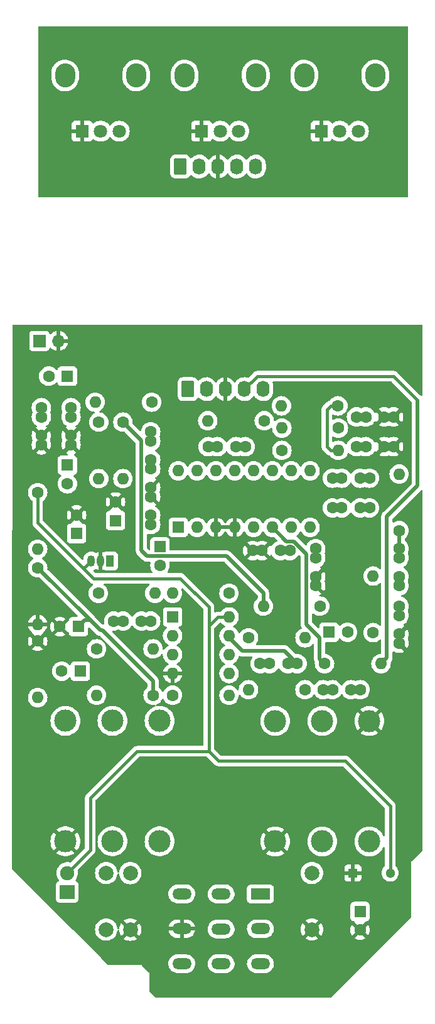
<source format=gbr>
%TF.GenerationSoftware,KiCad,Pcbnew,7.0.2-6a45011f42~172~ubuntu22.04.1*%
%TF.CreationDate,2023-05-21T10:08:46+01:00*%
%TF.ProjectId,Rebote2.5-offboard,5265626f-7465-4322-9e35-2d6f6666626f,rev?*%
%TF.SameCoordinates,Original*%
%TF.FileFunction,Copper,L2,Bot*%
%TF.FilePolarity,Positive*%
%FSLAX46Y46*%
G04 Gerber Fmt 4.6, Leading zero omitted, Abs format (unit mm)*
G04 Created by KiCad (PCBNEW 7.0.2-6a45011f42~172~ubuntu22.04.1) date 2023-05-21 10:08:46*
%MOMM*%
%LPD*%
G01*
G04 APERTURE LIST*
G04 Aperture macros list*
%AMRoundRect*
0 Rectangle with rounded corners*
0 $1 Rounding radius*
0 $2 $3 $4 $5 $6 $7 $8 $9 X,Y pos of 4 corners*
0 Add a 4 corners polygon primitive as box body*
4,1,4,$2,$3,$4,$5,$6,$7,$8,$9,$2,$3,0*
0 Add four circle primitives for the rounded corners*
1,1,$1+$1,$2,$3*
1,1,$1+$1,$4,$5*
1,1,$1+$1,$6,$7*
1,1,$1+$1,$8,$9*
0 Add four rect primitives between the rounded corners*
20,1,$1+$1,$2,$3,$4,$5,0*
20,1,$1+$1,$4,$5,$6,$7,0*
20,1,$1+$1,$6,$7,$8,$9,0*
20,1,$1+$1,$8,$9,$2,$3,0*%
G04 Aperture macros list end*
%TA.AperFunction,ComponentPad*%
%ADD10RoundRect,0.250000X-0.620000X-0.845000X0.620000X-0.845000X0.620000X0.845000X-0.620000X0.845000X0*%
%TD*%
%TA.AperFunction,ComponentPad*%
%ADD11O,1.740000X2.190000*%
%TD*%
%TA.AperFunction,ComponentPad*%
%ADD12R,2.600000X1.500000*%
%TD*%
%TA.AperFunction,ComponentPad*%
%ADD13O,2.600000X1.500000*%
%TD*%
%TA.AperFunction,ComponentPad*%
%ADD14C,3.000000*%
%TD*%
%TA.AperFunction,ComponentPad*%
%ADD15R,1.700000X1.700000*%
%TD*%
%TA.AperFunction,ComponentPad*%
%ADD16O,1.700000X1.700000*%
%TD*%
%TA.AperFunction,ComponentPad*%
%ADD17R,1.600000X1.600000*%
%TD*%
%TA.AperFunction,ComponentPad*%
%ADD18C,1.600000*%
%TD*%
%TA.AperFunction,ComponentPad*%
%ADD19R,2.000000X1.900000*%
%TD*%
%TA.AperFunction,ComponentPad*%
%ADD20C,1.900000*%
%TD*%
%TA.AperFunction,ComponentPad*%
%ADD21C,1.998980*%
%TD*%
%TA.AperFunction,ComponentPad*%
%ADD22R,1.300000X1.300000*%
%TD*%
%TA.AperFunction,ComponentPad*%
%ADD23C,1.300000*%
%TD*%
%TA.AperFunction,ComponentPad*%
%ADD24O,1.600000X1.600000*%
%TD*%
%TA.AperFunction,ComponentPad*%
%ADD25O,2.720000X3.240000*%
%TD*%
%TA.AperFunction,ComponentPad*%
%ADD26R,1.800000X1.800000*%
%TD*%
%TA.AperFunction,ComponentPad*%
%ADD27C,1.800000*%
%TD*%
%TA.AperFunction,ComponentPad*%
%ADD28R,1.050000X1.500000*%
%TD*%
%TA.AperFunction,ComponentPad*%
%ADD29O,1.050000X1.500000*%
%TD*%
%TA.AperFunction,Conductor*%
%ADD30C,0.500000*%
%TD*%
%TA.AperFunction,Conductor*%
%ADD31C,0.400000*%
%TD*%
G04 APERTURE END LIST*
D10*
%TO.P,REF\u002A\u002A,1*%
%TO.N,Net-(C21-Pad2)*%
X138760000Y-69800000D03*
D11*
%TO.P,REF\u002A\u002A,2*%
%TO.N,Net-(C22-Pad1)*%
X141300000Y-69800000D03*
%TO.P,REF\u002A\u002A,3*%
%TO.N,GND*%
X143840000Y-69800000D03*
%TO.P,REF\u002A\u002A,4*%
%TO.N,Net-(R12-Pad2)*%
X146380000Y-69800000D03*
%TO.P,REF\u002A\u002A,5*%
%TO.N,Net-(R15-Pad2)*%
X148920000Y-69800000D03*
%TD*%
D10*
%TO.P,REF\u002A\u002A,1*%
%TO.N,Net-(C21-Pad2)*%
X137760000Y-39800000D03*
D11*
%TO.P,REF\u002A\u002A,2*%
%TO.N,Net-(C22-Pad1)*%
X140300000Y-39800000D03*
%TO.P,REF\u002A\u002A,3*%
%TO.N,GND*%
X142840000Y-39800000D03*
%TO.P,REF\u002A\u002A,4*%
%TO.N,Net-(R12-Pad2)*%
X145380000Y-39800000D03*
%TO.P,REF\u002A\u002A,5*%
%TO.N,Net-(R15-Pad2)*%
X147920000Y-39800000D03*
%TD*%
D12*
%TO.P,SW1,1,A*%
%TO.N,Net-(SW1A-A)*%
X148550000Y-137825000D03*
D13*
%TO.P,SW1,2,A*%
X143250000Y-137825000D03*
%TO.P,SW1,3,A*%
%TO.N,I*%
X137950000Y-137825000D03*
%TO.P,SW1,4,B*%
%TO.N,Net-(J1-T)*%
X148550000Y-142525000D03*
%TO.P,SW1,5,B*%
%TO.N,Net-(J4-T)*%
X143250000Y-142550000D03*
%TO.P,SW1,6,B*%
%TO.N,GND*%
X137950000Y-142525000D03*
%TO.P,SW1,7,C*%
%TO.N,I*%
X148550000Y-147225000D03*
%TO.P,SW1,8,C*%
%TO.N,O*%
X143250000Y-147225000D03*
%TO.P,SW1,9,C*%
%TO.N,Net-(SW1C-C)*%
X137950000Y-147225000D03*
%TD*%
D14*
%TO.P,J3,1,S*%
%TO.N,GND*%
X122250000Y-130730000D03*
%TO.P,J3,2,T*%
%TO.N,Net-(J3-T)*%
X134950000Y-130730000D03*
%TO.P,J3,3,R*%
%TO.N,unconnected-(J3-R-Pad3)*%
X128600000Y-130730000D03*
%TO.P,J3,4,SN*%
%TO.N,unconnected-(J3-SN-Pad4)*%
X122250000Y-114500000D03*
%TO.P,J3,5,TN*%
%TO.N,unconnected-(J3-TN-Pad5)*%
X134950000Y-114500000D03*
%TO.P,J3,6,RN*%
%TO.N,unconnected-(J3-RN-Pad6)*%
X128600000Y-114500000D03*
%TD*%
D15*
%TO.P,J1,1,P1*%
%TO.N,+9V*%
X118735000Y-63300000D03*
D16*
%TO.P,J1,2,P2*%
%TO.N,GND*%
X121275000Y-63300000D03*
%TD*%
D17*
%TO.P,C24,1*%
%TO.N,+9V*%
X162000000Y-140200000D03*
D18*
%TO.P,C24,2*%
%TO.N,GND*%
X162000000Y-142700000D03*
%TD*%
D19*
%TO.P,D1,1,K*%
%TO.N,Net-(D1-K)*%
X122500000Y-137540000D03*
D20*
%TO.P,D1,2,A*%
%TO.N,+9V*%
X122500000Y-135000000D03*
%TD*%
D21*
%TO.P,R22,1*%
%TO.N,I*%
X155500000Y-135000000D03*
%TO.P,R22,2*%
%TO.N,GND*%
X155500000Y-142620000D03*
%TD*%
%TO.P,R23,1*%
%TO.N,O*%
X131000000Y-135020000D03*
%TO.P,R23,2*%
%TO.N,GND*%
X131000000Y-142640000D03*
%TD*%
%TO.P,R24,1*%
%TO.N,Net-(D1-K)*%
X127750000Y-142620000D03*
%TO.P,R24,2*%
%TO.N,Net-(SW1C-C)*%
X127750000Y-135000000D03*
%TD*%
D22*
%TO.P,C23,1*%
%TO.N,GND*%
X161050000Y-135000000D03*
D23*
%TO.P,C23,2*%
%TO.N,+9V*%
X166050000Y-135000000D03*
%TD*%
D14*
%TO.P,J2,1,S*%
%TO.N,GND*%
X163250000Y-114530000D03*
%TO.P,J2,2,T*%
%TO.N,Net-(J2-T)*%
X150550000Y-114530000D03*
%TO.P,J2,3,R*%
%TO.N,unconnected-(J2-R-Pad3)*%
X156900000Y-114530000D03*
%TO.P,J2,4,SN*%
%TO.N,unconnected-(J2-SN-Pad4)*%
X163250000Y-130760000D03*
%TO.P,J2,5,TN*%
%TO.N,GND*%
X150550000Y-130760000D03*
%TO.P,J2,6,RN*%
%TO.N,unconnected-(J2-RN-Pad6)*%
X156900000Y-130760000D03*
%TD*%
D18*
%TO.P,R21,1*%
%TO.N,LPF2-OUT*%
X133880000Y-71550000D03*
D24*
%TO.P,R21,2*%
%TO.N,Net-(C20-Pad2)*%
X126260000Y-71550000D03*
%TD*%
D18*
%TO.P,R18,1*%
%TO.N,Net-(C17-Pad2)*%
X159010000Y-72050000D03*
D24*
%TO.P,R18,2*%
%TO.N,Net-(C18-Pad2)*%
X151390000Y-72050000D03*
%TD*%
D18*
%TO.P,R4,1*%
%TO.N,VD*%
X136700000Y-111050000D03*
D24*
%TO.P,R4,2*%
%TO.N,Net-(U1B-+)*%
X144320000Y-111050000D03*
%TD*%
D25*
%TO.P,RV2,*%
%TO.N,*%
X138335000Y-27525000D03*
X147935000Y-27525000D03*
D26*
%TO.P,RV2,1,1*%
%TO.N,GND*%
X140635000Y-35025000D03*
D27*
%TO.P,RV2,2,2*%
%TO.N,Net-(R15-Pad2)*%
X143135000Y-35025000D03*
%TO.P,RV2,3,3*%
%TO.N,Net-(C21-Pad2)*%
X145635000Y-35025000D03*
%TD*%
D17*
%TO.P,C8,1*%
%TO.N,+5V*%
X123760000Y-89255113D03*
D18*
%TO.P,C8,2*%
%TO.N,GND*%
X123760000Y-86755113D03*
%TD*%
D28*
%TO.P,U2,1,VO*%
%TO.N,+5V*%
X128280000Y-92940000D03*
D29*
%TO.P,U2,2,GND*%
%TO.N,GND*%
X127010000Y-92940000D03*
%TO.P,U2,3,VI*%
%TO.N,+9V*%
X125740000Y-92940000D03*
%TD*%
D18*
%TO.P,C18,1*%
%TO.N,GND*%
X166510000Y-73550000D03*
X165260000Y-73550000D03*
%TO.P,C18,2*%
%TO.N,Net-(C18-Pad2)*%
X162760000Y-73550000D03*
X161510000Y-73550000D03*
%TD*%
%TO.P,C12,1*%
%TO.N,GND*%
X147510000Y-91550000D03*
X148760000Y-91550000D03*
%TO.P,C12,2*%
%TO.N,Net-(U3-CC1)*%
X151260000Y-91550000D03*
X152510000Y-91550000D03*
%TD*%
D25*
%TO.P,RV1,*%
%TO.N,*%
X154460000Y-27525000D03*
X164060000Y-27525000D03*
D26*
%TO.P,RV1,1,1*%
%TO.N,GND*%
X156760000Y-35025000D03*
D27*
%TO.P,RV1,2,2*%
%TO.N,Net-(R12-Pad2)*%
X159260000Y-35025000D03*
%TO.P,RV1,3,3*%
X161760000Y-35025000D03*
%TD*%
D18*
%TO.P,R20,1*%
%TO.N,Net-(C18-Pad2)*%
X149070000Y-74050000D03*
D24*
%TO.P,R20,2*%
%TO.N,LPF2-OUT*%
X141450000Y-74050000D03*
%TD*%
D18*
%TO.P,R3,1*%
%TO.N,Net-(C2-Pad2)*%
X154570000Y-110300000D03*
D24*
%TO.P,R3,2*%
%TO.N,Net-(U1B--)*%
X146950000Y-110300000D03*
%TD*%
D17*
%TO.P,C16,1*%
%TO.N,Net-(C14-Pad2)*%
X124260000Y-107800000D03*
D18*
%TO.P,C16,2*%
%TO.N,O*%
X121760000Y-107800000D03*
%TD*%
%TO.P,C5,1*%
%TO.N,GND*%
X167260000Y-104050000D03*
X167260000Y-102800000D03*
%TO.P,C5,2*%
%TO.N,Net-(C15-Pad1)*%
X167260000Y-100300000D03*
X167260000Y-99050000D03*
%TD*%
%TO.P,R14,1*%
%TO.N,Net-(U1A--)*%
X126450000Y-104800000D03*
D24*
%TO.P,R14,2*%
%TO.N,Net-(C14-Pad2)*%
X134070000Y-104800000D03*
%TD*%
D18*
%TO.P,C17,1*%
%TO.N,GND*%
X166510000Y-77550000D03*
X165260000Y-77550000D03*
%TO.P,C17,2*%
%TO.N,Net-(C17-Pad2)*%
X162760000Y-77550000D03*
X161510000Y-77550000D03*
%TD*%
D17*
%TO.P,C3,1*%
%TO.N,AI*%
X157804888Y-102550000D03*
D18*
%TO.P,C3,2*%
%TO.N,Net-(C3-Pad2)*%
X160304888Y-102550000D03*
%TD*%
%TO.P,C14,1*%
%TO.N,Net-(U1A--)*%
X128760000Y-101050000D03*
X130010000Y-101050000D03*
%TO.P,C14,2*%
%TO.N,Net-(C14-Pad2)*%
X132510000Y-101050000D03*
X133760000Y-101050000D03*
%TD*%
D17*
%TO.P,C21,1*%
%TO.N,Net-(C20-Pad2)*%
X122510000Y-68050000D03*
D18*
%TO.P,C21,2*%
%TO.N,Net-(C21-Pad2)*%
X120010000Y-68050000D03*
%TD*%
%TO.P,R1,1*%
%TO.N,+9V*%
X118510000Y-83740000D03*
D24*
%TO.P,R1,2*%
%TO.N,VD*%
X118510000Y-91360000D03*
%TD*%
D18*
%TO.P,R6,1*%
%TO.N,Net-(C3-Pad2)*%
X163760000Y-102610000D03*
D24*
%TO.P,R6,2*%
%TO.N,Net-(C15-Pad1)*%
X163760000Y-94990000D03*
%TD*%
D17*
%TO.P,C1,1*%
%TO.N,VD*%
X124010000Y-101800000D03*
D18*
%TO.P,C1,2*%
%TO.N,GND*%
X121510000Y-101800000D03*
%TD*%
%TO.P,C9,1*%
%TO.N,LPF1-IN*%
X133760000Y-80550000D03*
X133760000Y-79300000D03*
%TO.P,C9,2*%
%TO.N,LPF1-OUT*%
X133760000Y-76800000D03*
X133760000Y-75550000D03*
%TD*%
%TO.P,C7,1*%
%TO.N,GND*%
X133760000Y-83050000D03*
X133760000Y-84300000D03*
%TO.P,C7,2*%
%TO.N,+5V*%
X133760000Y-86800000D03*
X133760000Y-88050000D03*
%TD*%
%TO.P,R10,1*%
%TO.N,AI*%
X144320000Y-97300000D03*
D24*
%TO.P,R10,2*%
%TO.N,Net-(U1A--)*%
X136700000Y-97300000D03*
%TD*%
D18*
%TO.P,C4,1*%
%TO.N,Net-(U1B--)*%
X148510000Y-106800000D03*
X149760000Y-106800000D03*
%TO.P,C4,2*%
%TO.N,AI*%
X152260000Y-106800000D03*
X153510000Y-106800000D03*
%TD*%
%TO.P,C26,1*%
%TO.N,Net-(U3-OP2-IN)*%
X163260000Y-85800000D03*
X162010000Y-85800000D03*
%TO.P,C26,2*%
%TO.N,DELAY_OUT*%
X159510000Y-85800000D03*
X158260000Y-85800000D03*
%TD*%
%TO.P,R12,1*%
%TO.N,Net-(U3-VCO)*%
X157200000Y-106800000D03*
D24*
%TO.P,R12,2*%
%TO.N,Net-(R12-Pad2)*%
X164820000Y-106800000D03*
%TD*%
D18*
%TO.P,R2,1*%
%TO.N,VD*%
X118510000Y-93860000D03*
D24*
%TO.P,R2,2*%
%TO.N,GND*%
X118510000Y-101480000D03*
%TD*%
D18*
%TO.P,R9,1*%
%TO.N,Net-(C6-Pad2)*%
X130010000Y-74240000D03*
D24*
%TO.P,R9,2*%
%TO.N,LPF1-OUT*%
X130010000Y-81860000D03*
%TD*%
D17*
%TO.P,U3,1,VCC*%
%TO.N,+5V*%
X137470000Y-88420000D03*
D24*
%TO.P,U3,2,REF*%
%TO.N,Net-(U3-REF)*%
X140010000Y-88420000D03*
%TO.P,U3,3,AGND*%
%TO.N,GND*%
X142550000Y-88420000D03*
%TO.P,U3,4,DGND*%
X145090000Y-88420000D03*
%TO.P,U3,5,CLK_O*%
%TO.N,unconnected-(U3-CLK_O-Pad5)*%
X147630000Y-88420000D03*
%TO.P,U3,6,VCO*%
%TO.N,Net-(U3-VCO)*%
X150170000Y-88420000D03*
%TO.P,U3,7,CC1*%
%TO.N,Net-(U3-CC1)*%
X152710000Y-88420000D03*
%TO.P,U3,8,CC0*%
%TO.N,Net-(U3-CC0)*%
X155250000Y-88420000D03*
%TO.P,U3,9,OP1-OUT*%
%TO.N,Net-(U3-OP1-OUT)*%
X155250000Y-80800000D03*
%TO.P,U3,10,OP1-IN*%
%TO.N,Net-(U3-OP1-IN)*%
X152710000Y-80800000D03*
%TO.P,U3,11,OP2-IN*%
%TO.N,Net-(U3-OP2-IN)*%
X150170000Y-80800000D03*
%TO.P,U3,12,OP2-OUT*%
%TO.N,DELAY_OUT*%
X147630000Y-80800000D03*
%TO.P,U3,13,LPF2-IN*%
%TO.N,LPF2-IN*%
X145090000Y-80800000D03*
%TO.P,U3,14,LPF2-OUT*%
%TO.N,LPF2-OUT*%
X142550000Y-80800000D03*
%TO.P,U3,15,LPF1-OUT*%
%TO.N,LPF1-OUT*%
X140010000Y-80800000D03*
%TO.P,U3,16,LPF1-IN*%
%TO.N,LPF1-IN*%
X137470000Y-80800000D03*
%TD*%
D18*
%TO.P,R17,1*%
%TO.N,GND*%
X118510000Y-103740000D03*
D24*
%TO.P,R17,2*%
%TO.N,O*%
X118510000Y-111360000D03*
%TD*%
D17*
%TO.P,C11,1*%
%TO.N,Net-(U3-REF)*%
X135010000Y-91050000D03*
D18*
%TO.P,C11,2*%
%TO.N,GND*%
X135010000Y-93550000D03*
%TD*%
%TO.P,R19,1*%
%TO.N,Net-(C18-Pad2)*%
X159070000Y-75050000D03*
D24*
%TO.P,R19,2*%
%TO.N,LPF2-IN*%
X151450000Y-75050000D03*
%TD*%
D18*
%TO.P,R7,1*%
%TO.N,Net-(C15-Pad1)*%
X156570000Y-99050000D03*
D24*
%TO.P,R7,2*%
%TO.N,Net-(C6-Pad2)*%
X148950000Y-99050000D03*
%TD*%
D18*
%TO.P,C15,1*%
%TO.N,Net-(C15-Pad1)*%
X167260000Y-96300000D03*
X167260000Y-95050000D03*
%TO.P,C15,2*%
%TO.N,Net-(C15-Pad2)*%
X167260000Y-92550000D03*
X167260000Y-91300000D03*
%TD*%
D17*
%TO.P,U1,1*%
%TO.N,Net-(C14-Pad2)*%
X136710000Y-100500000D03*
D24*
%TO.P,U1,2,-*%
%TO.N,Net-(U1A--)*%
X136710000Y-103040000D03*
%TO.P,U1,3,+*%
%TO.N,Net-(U1A-+)*%
X136710000Y-105580000D03*
%TO.P,U1,4,V-*%
%TO.N,GND*%
X136710000Y-108120000D03*
%TO.P,U1,5,+*%
%TO.N,Net-(U1B-+)*%
X144330000Y-108120000D03*
%TO.P,U1,6,-*%
%TO.N,Net-(U1B--)*%
X144330000Y-105580000D03*
%TO.P,U1,7*%
%TO.N,AI*%
X144330000Y-103040000D03*
%TO.P,U1,8,V+*%
%TO.N,+9V*%
X144330000Y-100500000D03*
%TD*%
D18*
%TO.P,R5,1*%
%TO.N,Net-(U1B--)*%
X146950000Y-103300000D03*
D24*
%TO.P,R5,2*%
%TO.N,AI*%
X154570000Y-103300000D03*
%TD*%
D17*
%TO.P,C22,1*%
%TO.N,Net-(C22-Pad1)*%
X122510000Y-80050000D03*
D18*
%TO.P,C22,2*%
%TO.N,Net-(C22-Pad2)*%
X122510000Y-82550000D03*
%TD*%
%TO.P,R13,1*%
%TO.N,VD*%
X134070000Y-111050000D03*
D24*
%TO.P,R13,2*%
%TO.N,Net-(U1A-+)*%
X126450000Y-111050000D03*
%TD*%
D25*
%TO.P,RV3,*%
%TO.N,*%
X122210000Y-27525000D03*
X131810000Y-27525000D03*
D26*
%TO.P,RV3,1,1*%
%TO.N,GND*%
X124510000Y-35025000D03*
D27*
%TO.P,RV3,2,2*%
%TO.N,Net-(C22-Pad1)*%
X127010000Y-35025000D03*
%TO.P,RV3,3,3*%
%TO.N,Net-(C21-Pad2)*%
X129510000Y-35025000D03*
%TD*%
D18*
%TO.P,C2,1*%
%TO.N,I*%
X162010000Y-110300000D03*
X160760000Y-110300000D03*
%TO.P,C2,2*%
%TO.N,Net-(C2-Pad2)*%
X158260000Y-110300000D03*
X157010000Y-110300000D03*
%TD*%
%TO.P,C25,1*%
%TO.N,Net-(U3-OP1-OUT)*%
X163260000Y-81800000D03*
X162010000Y-81800000D03*
%TO.P,C25,2*%
%TO.N,Net-(U3-OP1-IN)*%
X159510000Y-81800000D03*
X158260000Y-81800000D03*
%TD*%
%TO.P,R11,1*%
%TO.N,Net-(C22-Pad2)*%
X126700000Y-97300000D03*
D24*
%TO.P,R11,2*%
%TO.N,Net-(U1A--)*%
X134320000Y-97300000D03*
%TD*%
D18*
%TO.P,C6,1*%
%TO.N,GND*%
X123010000Y-77300000D03*
X123010000Y-76050000D03*
%TO.P,C6,2*%
%TO.N,Net-(C6-Pad2)*%
X123010000Y-73550000D03*
X123010000Y-72300000D03*
%TD*%
%TO.P,C13,1*%
%TO.N,GND*%
X156010000Y-96300000D03*
X156010000Y-95050000D03*
%TO.P,C13,2*%
%TO.N,Net-(U3-CC0)*%
X156010000Y-92550000D03*
X156010000Y-91300000D03*
%TD*%
%TO.P,C19,1*%
%TO.N,LPF2-IN*%
X146510000Y-77550000D03*
X145260000Y-77550000D03*
%TO.P,C19,2*%
%TO.N,LPF2-OUT*%
X142760000Y-77550000D03*
X141510000Y-77550000D03*
%TD*%
%TO.P,R15,1*%
%TO.N,Net-(C15-Pad2)*%
X167260000Y-88860000D03*
D24*
%TO.P,R15,2*%
%TO.N,Net-(R15-Pad2)*%
X167260000Y-81240000D03*
%TD*%
D18*
%TO.P,C20,1*%
%TO.N,GND*%
X119010000Y-77300000D03*
X119010000Y-76050000D03*
%TO.P,C20,2*%
%TO.N,Net-(C20-Pad2)*%
X119010000Y-73550000D03*
X119010000Y-72300000D03*
%TD*%
%TO.P,R16,1*%
%TO.N,DELAY_OUT*%
X151450000Y-78050000D03*
D24*
%TO.P,R16,2*%
%TO.N,Net-(C17-Pad2)*%
X159070000Y-78050000D03*
%TD*%
D18*
%TO.P,R8,1*%
%TO.N,Net-(C6-Pad2)*%
X126760000Y-74240000D03*
D24*
%TO.P,R8,2*%
%TO.N,LPF1-IN*%
X126760000Y-81860000D03*
%TD*%
D17*
%TO.P,C10,1*%
%TO.N,+5V*%
X129010000Y-87505113D03*
D18*
%TO.P,C10,2*%
%TO.N,GND*%
X129010000Y-85005113D03*
%TD*%
D30*
%TO.N,Net-(R12-Pad2)*%
X169760000Y-82800000D02*
X169760000Y-71300000D01*
D31*
X166510000Y-68050000D02*
X169760000Y-71300000D01*
X146380000Y-69800000D02*
X148130000Y-68050000D01*
X148130000Y-68050000D02*
X166510000Y-68050000D01*
%TO.N,Net-(C17-Pad2)*%
X157510000Y-77550000D02*
X158010000Y-78050000D01*
X159010000Y-72050000D02*
X158010000Y-72050000D01*
X157510000Y-72550000D02*
X157510000Y-77550000D01*
X158010000Y-72050000D02*
X157510000Y-72550000D01*
X158010000Y-78050000D02*
X159070000Y-78050000D01*
%TO.N,+9V*%
X124510000Y-93800000D02*
X124880000Y-93800000D01*
X125600000Y-131900000D02*
X122500000Y-135000000D01*
X124880000Y-93800000D02*
X125740000Y-92940000D01*
X141600000Y-118600000D02*
X142900000Y-119900000D01*
X131900000Y-118600000D02*
X125600000Y-124900000D01*
X160000000Y-119900000D02*
X166050000Y-125950000D01*
X137760000Y-95300000D02*
X126010000Y-95300000D01*
X125600000Y-124900000D02*
X125600000Y-131900000D01*
X118510000Y-87800000D02*
X118510000Y-83740000D01*
X142900000Y-119900000D02*
X160000000Y-119900000D01*
X141600000Y-99140000D02*
X137760000Y-95300000D01*
X142810000Y-100500000D02*
X144330000Y-100500000D01*
X166050000Y-125950000D02*
X166050000Y-135000000D01*
X124510000Y-93800000D02*
X118510000Y-87800000D01*
X141600000Y-101710000D02*
X141600000Y-99140000D01*
X141600000Y-118600000D02*
X131900000Y-118600000D01*
X141600000Y-118600000D02*
X141600000Y-101710000D01*
X126010000Y-95300000D02*
X124510000Y-93800000D01*
X141600000Y-101710000D02*
X142810000Y-100500000D01*
D30*
%TO.N,VD*%
X134070000Y-111050000D02*
X134070000Y-109110000D01*
X134070000Y-109110000D02*
X127260000Y-102300000D01*
X124855000Y-100955000D02*
X124010000Y-101800000D01*
X127260000Y-102300000D02*
X126950000Y-102300000D01*
X126950000Y-102300000D02*
X125605000Y-100955000D01*
X125605000Y-100955000D02*
X124855000Y-100955000D01*
X125605000Y-100955000D02*
X118510000Y-93860000D01*
%TO.N,AI*%
X146090000Y-105050000D02*
X151760000Y-105050000D01*
X151760000Y-105050000D02*
X153510000Y-106800000D01*
X144330000Y-103290000D02*
X146090000Y-105050000D01*
%TO.N,Net-(C6-Pad2)*%
X133260000Y-92300000D02*
X144010000Y-92300000D01*
X148950000Y-97240000D02*
X148950000Y-99050000D01*
X132510000Y-91550000D02*
X133260000Y-92300000D01*
X144010000Y-92300000D02*
X148950000Y-97240000D01*
X130010000Y-74240000D02*
X132510000Y-76740000D01*
X132510000Y-76740000D02*
X132510000Y-91550000D01*
%TO.N,Net-(C15-Pad2)*%
X167260000Y-88860000D02*
X167260000Y-92550000D01*
%TO.N,Net-(U3-VCO)*%
X154760000Y-101505112D02*
X156554888Y-103300000D01*
X154760000Y-92032233D02*
X154760000Y-101505112D01*
X150170000Y-88420000D02*
X152050000Y-90300000D01*
X153027767Y-90300000D02*
X154760000Y-92032233D01*
X152050000Y-90300000D02*
X153027767Y-90300000D01*
X156554888Y-103300000D02*
X156554888Y-106154888D01*
X156554888Y-106154888D02*
X157200000Y-106800000D01*
%TO.N,Net-(R12-Pad2)*%
X165619999Y-86940001D02*
X169760000Y-82800000D01*
X164820000Y-106800000D02*
X165619999Y-106000001D01*
X165619999Y-106000001D02*
X165619999Y-86940001D01*
%TD*%
%TA.AperFunction,Conductor*%
%TO.N,GND*%
G36*
X144762359Y-88181955D02*
G01*
X144704835Y-88294852D01*
X144685014Y-88420000D01*
X144704835Y-88545148D01*
X144762359Y-88658045D01*
X144778314Y-88674000D01*
X142861686Y-88674000D01*
X142877641Y-88658045D01*
X142935165Y-88545148D01*
X142954986Y-88420000D01*
X142935165Y-88294852D01*
X142877641Y-88181955D01*
X142861686Y-88166000D01*
X144778314Y-88166000D01*
X144762359Y-88181955D01*
G37*
%TD.AperFunction*%
%TA.AperFunction,Conductor*%
G36*
X170376536Y-61145502D02*
G01*
X170423029Y-61199158D01*
X170434415Y-61251553D01*
X170430512Y-70597753D01*
X170410481Y-70665865D01*
X170356806Y-70712335D01*
X170286528Y-70722410D01*
X170221960Y-70692890D01*
X170218046Y-70689350D01*
X170216027Y-70687445D01*
X170072788Y-70604747D01*
X170046693Y-70584723D01*
X167028827Y-67566857D01*
X167023610Y-67561316D01*
X166983273Y-67515785D01*
X166933224Y-67481238D01*
X166933220Y-67481235D01*
X166927092Y-67476725D01*
X166879224Y-67439223D01*
X166869922Y-67435036D01*
X166850068Y-67423839D01*
X166848781Y-67422951D01*
X166841675Y-67418046D01*
X166841673Y-67418045D01*
X166784822Y-67396483D01*
X166777794Y-67393572D01*
X166722329Y-67368610D01*
X166712289Y-67366770D01*
X166690332Y-67360649D01*
X166680801Y-67357035D01*
X166620432Y-67349704D01*
X166612914Y-67348559D01*
X166605153Y-67347137D01*
X166553093Y-67337597D01*
X166492390Y-67341270D01*
X166484782Y-67341500D01*
X148155223Y-67341500D01*
X148147616Y-67341270D01*
X148145540Y-67341144D01*
X148086906Y-67337597D01*
X148027090Y-67348559D01*
X148019569Y-67349704D01*
X147959197Y-67357035D01*
X147949662Y-67360651D01*
X147927711Y-67366770D01*
X147925609Y-67367155D01*
X147917668Y-67368611D01*
X147862211Y-67393570D01*
X147855183Y-67396482D01*
X147798319Y-67418048D01*
X147789923Y-67423843D01*
X147770078Y-67435036D01*
X147760774Y-67439224D01*
X147712898Y-67476731D01*
X147706773Y-67481238D01*
X147656729Y-67515782D01*
X147616388Y-67561317D01*
X147611172Y-67566856D01*
X146942443Y-68235585D01*
X146880131Y-68269611D01*
X146816453Y-68266967D01*
X146671469Y-68222567D01*
X146438717Y-68192762D01*
X146204275Y-68202721D01*
X145974884Y-68252158D01*
X145757152Y-68339650D01*
X145757150Y-68339651D01*
X145730643Y-68355972D01*
X145557333Y-68462683D01*
X145381183Y-68617715D01*
X145233771Y-68800281D01*
X145218560Y-68827511D01*
X145167875Y-68877226D01*
X145098359Y-68891647D01*
X145032081Y-68866196D01*
X145004168Y-68836618D01*
X144916007Y-68706180D01*
X144753705Y-68536837D01*
X144565103Y-68397348D01*
X144355655Y-68291745D01*
X144131365Y-68223058D01*
X144094000Y-68218273D01*
X144094000Y-69261187D01*
X143995326Y-69220315D01*
X143878997Y-69205000D01*
X143801003Y-69205000D01*
X143684674Y-69220315D01*
X143586000Y-69261187D01*
X143586000Y-68220102D01*
X143435029Y-68252640D01*
X143217374Y-68340100D01*
X143017633Y-68463085D01*
X142841546Y-68618062D01*
X142694183Y-68800566D01*
X142679144Y-68827488D01*
X142628459Y-68877202D01*
X142558942Y-68891622D01*
X142492665Y-68866169D01*
X142464756Y-68836595D01*
X142376400Y-68705868D01*
X142214033Y-68536457D01*
X142214032Y-68536456D01*
X142214030Y-68536454D01*
X142025375Y-68396925D01*
X141815837Y-68291278D01*
X141591469Y-68222567D01*
X141358717Y-68192762D01*
X141124275Y-68202721D01*
X140894884Y-68252158D01*
X140677152Y-68339650D01*
X140677150Y-68339651D01*
X140650643Y-68355972D01*
X140477333Y-68462683D01*
X140301182Y-68617716D01*
X140278056Y-68646357D01*
X140219699Y-68686791D01*
X140148745Y-68689256D01*
X140087722Y-68652968D01*
X140072784Y-68633347D01*
X140063142Y-68617715D01*
X139979030Y-68481348D01*
X139979028Y-68481346D01*
X139979027Y-68481344D01*
X139853655Y-68355972D01*
X139853652Y-68355970D01*
X139702738Y-68262885D01*
X139534426Y-68207113D01*
X139534423Y-68207112D01*
X139534421Y-68207112D01*
X139433746Y-68196826D01*
X139433725Y-68196824D01*
X139430545Y-68196500D01*
X139427339Y-68196500D01*
X138092661Y-68196500D01*
X138092641Y-68196500D01*
X138089456Y-68196501D01*
X138086279Y-68196825D01*
X138086270Y-68196826D01*
X137985573Y-68207113D01*
X137817262Y-68262885D01*
X137666344Y-68355972D01*
X137540972Y-68481344D01*
X137540970Y-68481348D01*
X137447885Y-68632262D01*
X137399427Y-68778502D01*
X137392112Y-68800578D01*
X137381826Y-68901253D01*
X137381824Y-68901275D01*
X137381500Y-68904455D01*
X137381500Y-68907659D01*
X137381500Y-68907660D01*
X137381500Y-70692338D01*
X137381500Y-70692357D01*
X137381501Y-70695544D01*
X137381825Y-70698721D01*
X137381826Y-70698729D01*
X137389364Y-70772514D01*
X137392113Y-70799426D01*
X137447885Y-70967738D01*
X137506980Y-71063545D01*
X137540972Y-71118655D01*
X137666344Y-71244027D01*
X137666346Y-71244028D01*
X137666348Y-71244030D01*
X137817262Y-71337115D01*
X137985574Y-71392887D01*
X138061637Y-71400658D01*
X138086253Y-71403173D01*
X138086255Y-71403173D01*
X138089455Y-71403500D01*
X139430544Y-71403499D01*
X139534426Y-71392887D01*
X139702738Y-71337115D01*
X139853652Y-71244030D01*
X139979030Y-71118652D01*
X140072115Y-70967738D01*
X140072116Y-70967732D01*
X140073547Y-70965414D01*
X140126332Y-70917935D01*
X140196407Y-70906532D01*
X140261523Y-70934824D01*
X140271755Y-70944376D01*
X140385969Y-71063545D01*
X140574624Y-71203074D01*
X140574626Y-71203075D01*
X140574629Y-71203077D01*
X140784159Y-71308720D01*
X141008529Y-71377432D01*
X141124906Y-71392334D01*
X141241282Y-71407237D01*
X141241282Y-71407236D01*
X141241283Y-71407237D01*
X141475727Y-71397278D01*
X141705116Y-71347841D01*
X141922850Y-71260349D01*
X142122665Y-71137317D01*
X142298815Y-70982286D01*
X142446230Y-70799716D01*
X142461439Y-70772489D01*
X142512120Y-70722775D01*
X142581636Y-70708351D01*
X142647915Y-70733801D01*
X142675831Y-70763381D01*
X142763992Y-70893819D01*
X142926294Y-71063162D01*
X143114896Y-71202651D01*
X143324344Y-71308254D01*
X143548632Y-71376940D01*
X143585999Y-71381725D01*
X143586000Y-71381725D01*
X143586000Y-70338812D01*
X143684674Y-70379685D01*
X143801003Y-70395000D01*
X143878997Y-70395000D01*
X143995326Y-70379685D01*
X144094000Y-70338812D01*
X144094000Y-71379896D01*
X144244968Y-71347361D01*
X144462624Y-71259899D01*
X144662366Y-71136914D01*
X144838453Y-70981937D01*
X144985813Y-70799436D01*
X145000853Y-70772514D01*
X145051536Y-70722799D01*
X145121053Y-70708377D01*
X145187331Y-70733827D01*
X145215243Y-70763404D01*
X145239590Y-70799426D01*
X145303599Y-70894131D01*
X145465969Y-71063545D01*
X145654624Y-71203074D01*
X145654626Y-71203075D01*
X145654629Y-71203077D01*
X145864159Y-71308720D01*
X146088529Y-71377432D01*
X146204905Y-71392334D01*
X146321282Y-71407237D01*
X146321282Y-71407236D01*
X146321283Y-71407237D01*
X146555727Y-71397278D01*
X146785116Y-71347841D01*
X147002850Y-71260349D01*
X147202665Y-71137317D01*
X147378815Y-70982286D01*
X147526230Y-70799716D01*
X147541166Y-70772978D01*
X147591848Y-70723264D01*
X147661364Y-70708840D01*
X147727642Y-70734290D01*
X147755558Y-70763870D01*
X147761715Y-70772980D01*
X147843600Y-70894132D01*
X147951255Y-71006457D01*
X148005969Y-71063545D01*
X148194624Y-71203074D01*
X148194626Y-71203075D01*
X148194629Y-71203077D01*
X148404159Y-71308720D01*
X148628529Y-71377432D01*
X148744905Y-71392334D01*
X148861282Y-71407237D01*
X148861282Y-71407236D01*
X148861283Y-71407237D01*
X149095727Y-71397278D01*
X149325116Y-71347841D01*
X149542850Y-71260349D01*
X149742665Y-71137317D01*
X149918815Y-70982286D01*
X150066230Y-70799716D01*
X150180670Y-70594859D01*
X150258843Y-70373608D01*
X150298500Y-70142328D01*
X150298500Y-69516442D01*
X150283584Y-69341190D01*
X150283584Y-69341188D01*
X150224457Y-69114110D01*
X150224456Y-69114106D01*
X150144126Y-68936398D01*
X150134295Y-68866087D01*
X150164037Y-68801621D01*
X150223910Y-68763468D01*
X150258942Y-68758500D01*
X166164340Y-68758500D01*
X166232461Y-68778502D01*
X166253435Y-68795405D01*
X168964595Y-71506565D01*
X168998621Y-71568877D01*
X169001500Y-71595660D01*
X169001500Y-82433628D01*
X168981498Y-82501749D01*
X168964595Y-82522723D01*
X165129224Y-86358093D01*
X165115376Y-86370062D01*
X165095943Y-86384530D01*
X165095941Y-86384531D01*
X165095941Y-86384532D01*
X165076961Y-86407151D01*
X165063772Y-86422869D01*
X165056359Y-86430959D01*
X165055016Y-86432302D01*
X165055010Y-86432308D01*
X165052419Y-86434900D01*
X165050148Y-86437771D01*
X165050139Y-86437782D01*
X165032996Y-86459461D01*
X165030687Y-86462295D01*
X164981118Y-86521370D01*
X164970588Y-86537900D01*
X164937994Y-86607795D01*
X164936400Y-86611088D01*
X164901794Y-86679998D01*
X164895362Y-86698501D01*
X164879758Y-86774065D01*
X164878966Y-86777638D01*
X164861191Y-86852641D01*
X164859201Y-86872116D01*
X164861446Y-86949259D01*
X164861499Y-86952923D01*
X164861499Y-93936810D01*
X164841497Y-94004931D01*
X164787841Y-94051424D01*
X164717567Y-94061528D01*
X164652987Y-94032034D01*
X164646404Y-94025905D01*
X164604303Y-93983804D01*
X164416750Y-93852477D01*
X164209243Y-93755715D01*
X163988087Y-93696457D01*
X163760000Y-93676502D01*
X163531912Y-93696457D01*
X163310756Y-93755715D01*
X163103249Y-93852477D01*
X162915696Y-93983804D01*
X162753804Y-94145696D01*
X162622477Y-94333249D01*
X162525715Y-94540756D01*
X162466457Y-94761912D01*
X162446502Y-94990000D01*
X162466457Y-95218087D01*
X162525715Y-95439243D01*
X162622477Y-95646750D01*
X162753804Y-95834303D01*
X162915696Y-95996195D01*
X162915699Y-95996197D01*
X162915700Y-95996198D01*
X162961835Y-96028502D01*
X163103249Y-96127522D01*
X163310756Y-96224284D01*
X163360874Y-96237713D01*
X163531913Y-96283543D01*
X163760000Y-96303498D01*
X163988087Y-96283543D01*
X164209243Y-96224284D01*
X164416749Y-96127523D01*
X164604300Y-95996198D01*
X164646405Y-95954092D01*
X164708715Y-95920069D01*
X164779530Y-95925133D01*
X164836366Y-95967679D01*
X164861178Y-96034199D01*
X164861499Y-96043189D01*
X164861499Y-101556810D01*
X164841497Y-101624931D01*
X164787841Y-101671424D01*
X164717567Y-101681528D01*
X164652987Y-101652034D01*
X164646404Y-101645905D01*
X164604303Y-101603804D01*
X164416750Y-101472477D01*
X164209243Y-101375715D01*
X163988087Y-101316457D01*
X163760000Y-101296502D01*
X163531912Y-101316457D01*
X163310756Y-101375715D01*
X163103249Y-101472477D01*
X162915696Y-101603804D01*
X162753804Y-101765696D01*
X162622477Y-101953249D01*
X162525715Y-102160756D01*
X162466457Y-102381912D01*
X162448186Y-102590757D01*
X162446502Y-102610000D01*
X162449955Y-102649465D01*
X162466457Y-102838087D01*
X162525715Y-103059243D01*
X162622477Y-103266750D01*
X162753804Y-103454303D01*
X162915696Y-103616195D01*
X163103249Y-103747522D01*
X163310756Y-103844284D01*
X163339512Y-103851989D01*
X163531913Y-103903543D01*
X163760000Y-103923498D01*
X163988087Y-103903543D01*
X164209243Y-103844284D01*
X164416749Y-103747523D01*
X164604300Y-103616198D01*
X164624294Y-103596204D01*
X164646404Y-103574095D01*
X164708716Y-103540069D01*
X164779531Y-103545134D01*
X164836367Y-103587681D01*
X164861178Y-103654201D01*
X164861499Y-103663190D01*
X164861499Y-105367413D01*
X164841497Y-105435534D01*
X164787841Y-105482027D01*
X164746481Y-105492934D01*
X164591912Y-105506457D01*
X164370756Y-105565715D01*
X164163249Y-105662477D01*
X163975696Y-105793804D01*
X163813804Y-105955696D01*
X163682477Y-106143249D01*
X163585715Y-106350756D01*
X163526457Y-106571912D01*
X163506502Y-106800000D01*
X163526457Y-107028087D01*
X163585715Y-107249243D01*
X163682477Y-107456750D01*
X163813804Y-107644303D01*
X163975696Y-107806195D01*
X164163249Y-107937522D01*
X164370756Y-108034284D01*
X164430014Y-108050162D01*
X164591913Y-108093543D01*
X164820000Y-108113498D01*
X165048087Y-108093543D01*
X165269243Y-108034284D01*
X165476749Y-107937523D01*
X165664300Y-107806198D01*
X165826198Y-107644300D01*
X165957523Y-107456749D01*
X166054284Y-107249243D01*
X166113543Y-107028087D01*
X166133498Y-106800000D01*
X166119669Y-106641942D01*
X166133658Y-106572341D01*
X166148664Y-106549979D01*
X166176223Y-106517134D01*
X166183659Y-106509021D01*
X166187579Y-106505102D01*
X166207069Y-106480451D01*
X166209233Y-106477795D01*
X166258031Y-106419641D01*
X166258034Y-106419634D01*
X166258894Y-106418610D01*
X166269402Y-106402115D01*
X166269964Y-106400909D01*
X166269966Y-106400907D01*
X166302021Y-106332160D01*
X166303571Y-106328959D01*
X166337608Y-106261189D01*
X166337609Y-106261184D01*
X166338206Y-106259996D01*
X166344630Y-106241518D01*
X166344900Y-106240210D01*
X166344901Y-106240208D01*
X166360250Y-106165867D01*
X166361000Y-106162485D01*
X166378499Y-106088657D01*
X166378499Y-106088652D01*
X166378806Y-106087357D01*
X166380795Y-106067889D01*
X166380756Y-106066561D01*
X166380757Y-106066559D01*
X166378552Y-105990775D01*
X166378499Y-105987111D01*
X166378499Y-105271583D01*
X166398501Y-105203462D01*
X166452157Y-105156969D01*
X166522431Y-105146865D01*
X166576770Y-105168370D01*
X166603501Y-105187087D01*
X166810929Y-105283813D01*
X167032000Y-105343048D01*
X167260000Y-105362995D01*
X167487999Y-105343048D01*
X167709070Y-105283813D01*
X167916498Y-105187087D01*
X167987888Y-105137099D01*
X167987888Y-105137097D01*
X167299518Y-104448727D01*
X167385148Y-104435165D01*
X167498045Y-104377641D01*
X167587641Y-104288045D01*
X167645165Y-104175148D01*
X167658727Y-104089518D01*
X168347097Y-104777888D01*
X168347099Y-104777888D01*
X168397087Y-104706498D01*
X168493813Y-104499070D01*
X168553048Y-104277999D01*
X168572995Y-104050000D01*
X168553048Y-103822002D01*
X168493810Y-103600925D01*
X168436606Y-103478251D01*
X168425944Y-103408059D01*
X168436606Y-103371749D01*
X168493810Y-103249074D01*
X168553048Y-103027997D01*
X168572995Y-102800000D01*
X168553048Y-102572000D01*
X168493813Y-102350929D01*
X168397085Y-102143497D01*
X168347100Y-102072110D01*
X168347097Y-102072110D01*
X167658726Y-102760480D01*
X167645165Y-102674852D01*
X167587641Y-102561955D01*
X167498045Y-102472359D01*
X167385148Y-102414835D01*
X167299515Y-102401272D01*
X167987888Y-101712900D01*
X167907468Y-101656590D01*
X167908772Y-101654726D01*
X167866555Y-101617554D01*
X167847094Y-101549277D01*
X167867636Y-101481317D01*
X167908913Y-101445551D01*
X167907719Y-101443846D01*
X167970337Y-101400000D01*
X168104300Y-101306198D01*
X168266198Y-101144300D01*
X168397523Y-100956749D01*
X168494284Y-100749243D01*
X168553543Y-100528087D01*
X168573498Y-100300000D01*
X168553543Y-100071913D01*
X168494284Y-99850757D01*
X168437156Y-99728246D01*
X168426496Y-99658056D01*
X168437156Y-99621752D01*
X168494284Y-99499243D01*
X168553543Y-99278087D01*
X168573498Y-99050000D01*
X168553543Y-98821913D01*
X168494284Y-98600757D01*
X168490920Y-98593543D01*
X168397522Y-98393249D01*
X168266195Y-98205696D01*
X168104303Y-98043804D01*
X167916750Y-97912477D01*
X167709243Y-97815715D01*
X167638301Y-97796707D01*
X167577678Y-97759755D01*
X167546657Y-97695895D01*
X167555085Y-97625400D01*
X167600288Y-97570653D01*
X167638301Y-97553293D01*
X167709243Y-97534284D01*
X167745717Y-97517276D01*
X167916749Y-97437523D01*
X168104300Y-97306198D01*
X168266198Y-97144300D01*
X168397523Y-96956749D01*
X168494284Y-96749243D01*
X168553543Y-96528087D01*
X168573498Y-96300000D01*
X168553543Y-96071913D01*
X168494284Y-95850757D01*
X168437156Y-95728246D01*
X168426496Y-95658056D01*
X168437156Y-95621752D01*
X168494284Y-95499243D01*
X168553543Y-95278087D01*
X168573498Y-95050000D01*
X168553543Y-94821913D01*
X168494284Y-94600757D01*
X168493579Y-94599246D01*
X168397522Y-94393249D01*
X168266195Y-94205696D01*
X168104303Y-94043804D01*
X167907719Y-93906154D01*
X167909085Y-93904202D01*
X167867151Y-93867284D01*
X167847686Y-93799008D01*
X167868224Y-93731047D01*
X167909016Y-93695699D01*
X167907719Y-93693846D01*
X167996168Y-93631913D01*
X168104300Y-93556198D01*
X168266198Y-93394300D01*
X168397523Y-93206749D01*
X168494284Y-92999243D01*
X168553543Y-92778087D01*
X168573498Y-92550000D01*
X168553543Y-92321913D01*
X168494284Y-92100757D01*
X168437156Y-91978247D01*
X168426496Y-91908058D01*
X168437155Y-91871755D01*
X168494284Y-91749243D01*
X168553543Y-91528087D01*
X168573498Y-91300000D01*
X168553543Y-91071913D01*
X168494284Y-90850757D01*
X168480925Y-90822109D01*
X168397522Y-90643249D01*
X168266195Y-90455696D01*
X168104302Y-90293803D01*
X168072228Y-90271344D01*
X168027900Y-90215887D01*
X168018500Y-90168132D01*
X168018500Y-89991867D01*
X168038502Y-89923746D01*
X168072228Y-89888654D01*
X168104300Y-89866198D01*
X168266198Y-89704300D01*
X168397523Y-89516749D01*
X168494284Y-89309243D01*
X168553543Y-89088087D01*
X168573498Y-88860000D01*
X168553543Y-88631913D01*
X168496761Y-88420000D01*
X168494284Y-88410756D01*
X168406835Y-88223220D01*
X168397523Y-88203251D01*
X168389583Y-88191912D01*
X168290214Y-88049999D01*
X168266198Y-88015700D01*
X168266197Y-88015699D01*
X168266195Y-88015696D01*
X168104303Y-87853804D01*
X167916750Y-87722477D01*
X167709243Y-87625715D01*
X167488087Y-87566457D01*
X167260000Y-87546502D01*
X167031912Y-87566457D01*
X166810756Y-87625715D01*
X166603246Y-87722479D01*
X166576769Y-87741019D01*
X166509496Y-87763707D01*
X166440635Y-87746422D01*
X166392051Y-87694652D01*
X166378499Y-87637806D01*
X166378499Y-87306370D01*
X166398501Y-87238249D01*
X166415399Y-87217280D01*
X170210027Y-83422652D01*
X170272337Y-83388628D01*
X170343152Y-83393693D01*
X170399988Y-83436240D01*
X170424799Y-83502760D01*
X170425120Y-83511802D01*
X170424519Y-84951341D01*
X170424500Y-84951459D01*
X170424500Y-84998909D01*
X170424484Y-85036058D01*
X170424500Y-85036145D01*
X170424500Y-112722520D01*
X170424499Y-131916535D01*
X170404497Y-131984656D01*
X170387594Y-132005630D01*
X168978604Y-133414620D01*
X168963099Y-133426518D01*
X168947820Y-133444726D01*
X168940411Y-133452813D01*
X168931572Y-133461653D01*
X168925122Y-133471777D01*
X168924500Y-133472518D01*
X168920882Y-133482458D01*
X168919960Y-133492997D01*
X168920206Y-133493915D01*
X168924500Y-133526530D01*
X168924500Y-140916536D01*
X168904498Y-140984657D01*
X168887595Y-141005631D01*
X158105631Y-151787595D01*
X158043319Y-151821621D01*
X158016536Y-151824500D01*
X134483464Y-151824500D01*
X134415343Y-151804498D01*
X134394368Y-151787595D01*
X133612404Y-151005630D01*
X133578379Y-150943318D01*
X133575500Y-150916535D01*
X133575500Y-148545248D01*
X133578051Y-148525873D01*
X133575979Y-148502183D01*
X133575500Y-148491204D01*
X133575500Y-148478713D01*
X133572900Y-148466986D01*
X133572818Y-148466045D01*
X133572817Y-148466044D01*
X133568349Y-148456461D01*
X133561546Y-148448353D01*
X133560724Y-148447879D01*
X133534628Y-148427855D01*
X132585382Y-147478608D01*
X132573489Y-147463107D01*
X132555271Y-147447820D01*
X132547170Y-147440395D01*
X132538342Y-147431567D01*
X132528208Y-147425110D01*
X132527481Y-147424500D01*
X132517539Y-147420881D01*
X132507003Y-147419959D01*
X132506341Y-147420137D01*
X132506082Y-147420206D01*
X132473471Y-147424500D01*
X128083463Y-147424500D01*
X128015342Y-147404498D01*
X127994372Y-147387599D01*
X127888461Y-147281688D01*
X136137684Y-147281688D01*
X136151332Y-147382437D01*
X136168094Y-147506175D01*
X136168095Y-147506177D01*
X136238095Y-147721618D01*
X136345445Y-147921107D01*
X136486685Y-148098218D01*
X136576365Y-148176568D01*
X136657282Y-148247263D01*
X136851750Y-148363453D01*
X137063839Y-148443051D01*
X137195733Y-148466986D01*
X137286732Y-148483500D01*
X137286733Y-148483500D01*
X138553700Y-148483500D01*
X138556522Y-148483500D01*
X138725622Y-148468281D01*
X138943993Y-148408014D01*
X139148093Y-148309725D01*
X139331363Y-148176571D01*
X139487912Y-148012834D01*
X139612709Y-147823774D01*
X139701743Y-147615470D01*
X139752151Y-147394615D01*
X139757223Y-147281688D01*
X141437684Y-147281688D01*
X141451332Y-147382437D01*
X141468094Y-147506175D01*
X141468095Y-147506177D01*
X141538095Y-147721618D01*
X141645445Y-147921107D01*
X141786685Y-148098218D01*
X141876365Y-148176568D01*
X141957282Y-148247263D01*
X142151750Y-148363453D01*
X142363839Y-148443051D01*
X142495733Y-148466986D01*
X142586732Y-148483500D01*
X142586733Y-148483500D01*
X143853700Y-148483500D01*
X143856522Y-148483500D01*
X144025622Y-148468281D01*
X144243993Y-148408014D01*
X144448093Y-148309725D01*
X144631363Y-148176571D01*
X144787912Y-148012834D01*
X144912709Y-147823774D01*
X145001743Y-147615470D01*
X145052151Y-147394615D01*
X145057223Y-147281688D01*
X146737684Y-147281688D01*
X146751332Y-147382437D01*
X146768094Y-147506175D01*
X146768095Y-147506177D01*
X146838095Y-147721618D01*
X146945445Y-147921107D01*
X147086685Y-148098218D01*
X147176365Y-148176568D01*
X147257282Y-148247263D01*
X147451750Y-148363453D01*
X147663839Y-148443051D01*
X147795733Y-148466986D01*
X147886732Y-148483500D01*
X147886733Y-148483500D01*
X149153700Y-148483500D01*
X149156522Y-148483500D01*
X149325622Y-148468281D01*
X149543993Y-148408014D01*
X149748093Y-148309725D01*
X149931363Y-148176571D01*
X150087912Y-148012834D01*
X150212709Y-147823774D01*
X150301743Y-147615470D01*
X150352151Y-147394615D01*
X150362315Y-147168309D01*
X150331906Y-146943825D01*
X150261903Y-146728379D01*
X150154556Y-146528894D01*
X150081432Y-146437199D01*
X150013314Y-146351781D01*
X149842718Y-146202737D01*
X149738170Y-146140272D01*
X149648250Y-146086547D01*
X149436161Y-146006949D01*
X149436160Y-146006948D01*
X149436158Y-146006948D01*
X149213268Y-145966500D01*
X149213267Y-145966500D01*
X147943478Y-145966500D01*
X147940684Y-145966751D01*
X147940671Y-145966752D01*
X147774375Y-145981719D01*
X147556006Y-146041986D01*
X147351910Y-146140272D01*
X147265936Y-146202737D01*
X147168637Y-146273429D01*
X147168635Y-146273430D01*
X147168635Y-146273431D01*
X147012087Y-146437166D01*
X146887291Y-146626225D01*
X146798256Y-146834530D01*
X146747849Y-147055384D01*
X146737684Y-147281688D01*
X145057223Y-147281688D01*
X145062315Y-147168309D01*
X145031906Y-146943825D01*
X144961903Y-146728379D01*
X144854556Y-146528894D01*
X144781432Y-146437199D01*
X144713314Y-146351781D01*
X144542718Y-146202737D01*
X144438170Y-146140272D01*
X144348250Y-146086547D01*
X144136161Y-146006949D01*
X144136160Y-146006948D01*
X144136158Y-146006948D01*
X143913268Y-145966500D01*
X143913267Y-145966500D01*
X142643478Y-145966500D01*
X142640684Y-145966751D01*
X142640671Y-145966752D01*
X142474375Y-145981719D01*
X142256006Y-146041986D01*
X142051910Y-146140272D01*
X141965936Y-146202737D01*
X141868637Y-146273429D01*
X141868635Y-146273430D01*
X141868635Y-146273431D01*
X141712087Y-146437166D01*
X141587291Y-146626225D01*
X141498256Y-146834530D01*
X141447849Y-147055384D01*
X141437684Y-147281688D01*
X139757223Y-147281688D01*
X139762315Y-147168309D01*
X139731906Y-146943825D01*
X139661903Y-146728379D01*
X139554556Y-146528894D01*
X139481432Y-146437199D01*
X139413314Y-146351781D01*
X139242718Y-146202737D01*
X139138170Y-146140272D01*
X139048250Y-146086547D01*
X138836161Y-146006949D01*
X138836160Y-146006948D01*
X138836158Y-146006948D01*
X138613268Y-145966500D01*
X138613267Y-145966500D01*
X137343478Y-145966500D01*
X137340684Y-145966751D01*
X137340671Y-145966752D01*
X137174375Y-145981719D01*
X136956006Y-146041986D01*
X136751910Y-146140272D01*
X136665936Y-146202737D01*
X136568637Y-146273429D01*
X136568635Y-146273430D01*
X136568635Y-146273431D01*
X136412087Y-146437166D01*
X136287291Y-146626225D01*
X136198256Y-146834530D01*
X136147849Y-147055384D01*
X136137684Y-147281688D01*
X127888461Y-147281688D01*
X127043974Y-146437200D01*
X127043973Y-146437199D01*
X127029515Y-146422741D01*
X127029514Y-146422741D01*
X127029512Y-146422739D01*
X123226772Y-142619999D01*
X126237347Y-142619999D01*
X126255969Y-142856630D01*
X126311382Y-143087438D01*
X126402217Y-143306733D01*
X126526237Y-143509114D01*
X126680392Y-143689607D01*
X126860885Y-143843762D01*
X127063266Y-143967782D01*
X127063268Y-143967782D01*
X127063270Y-143967784D01*
X127124263Y-143993048D01*
X127282561Y-144058617D01*
X127282564Y-144058617D01*
X127282565Y-144058618D01*
X127513369Y-144114030D01*
X127750000Y-144132653D01*
X127986631Y-144114030D01*
X128217435Y-144058618D01*
X128217436Y-144058617D01*
X128217438Y-144058617D01*
X128270645Y-144036577D01*
X128436730Y-143967784D01*
X128639115Y-143843762D01*
X128819607Y-143689607D01*
X128973762Y-143509115D01*
X129097784Y-143306730D01*
X129180398Y-143107281D01*
X129188617Y-143087438D01*
X129198417Y-143046621D01*
X129244030Y-142856631D01*
X129248852Y-142795359D01*
X129274137Y-142729019D01*
X129331275Y-142686879D01*
X129402125Y-142682320D01*
X129464193Y-142716789D01*
X129497773Y-142779342D01*
X129500076Y-142795360D01*
X129506466Y-142876553D01*
X129561858Y-143107279D01*
X129652666Y-143326505D01*
X129767267Y-143513520D01*
X129767268Y-143513520D01*
X130515332Y-142765456D01*
X130540157Y-142850003D01*
X130617949Y-142971049D01*
X130726692Y-143065276D01*
X130857577Y-143125049D01*
X130872076Y-143127133D01*
X130126478Y-143872730D01*
X130126478Y-143872731D01*
X130313496Y-143987335D01*
X130532718Y-144078140D01*
X130763446Y-144133533D01*
X130999999Y-144152150D01*
X131236553Y-144133533D01*
X131467281Y-144078140D01*
X131686500Y-143987336D01*
X131873520Y-143872731D01*
X131873520Y-143872729D01*
X131127924Y-143127133D01*
X131142423Y-143125049D01*
X131273308Y-143065276D01*
X131382051Y-142971049D01*
X131459843Y-142850003D01*
X131484667Y-142765457D01*
X132232730Y-143513520D01*
X132232731Y-143513520D01*
X132347336Y-143326500D01*
X132438140Y-143107281D01*
X132493533Y-142876553D01*
X132501211Y-142779000D01*
X136164918Y-142779000D01*
X136168584Y-142806065D01*
X136238557Y-143021421D01*
X136345863Y-143220829D01*
X136487051Y-143397873D01*
X136657575Y-143546855D01*
X136851968Y-143662999D01*
X137063975Y-143742567D01*
X137286777Y-143783000D01*
X137696000Y-143783000D01*
X137696000Y-143025000D01*
X138204000Y-143025000D01*
X138204000Y-143783000D01*
X138553678Y-143783000D01*
X138559306Y-143782747D01*
X138725535Y-143767786D01*
X138943815Y-143707543D01*
X139147834Y-143609294D01*
X139331032Y-143476193D01*
X139487520Y-143312520D01*
X139612265Y-143123539D01*
X139701264Y-142915314D01*
X139732377Y-142779000D01*
X138931116Y-142779000D01*
X138959493Y-142734844D01*
X138997123Y-142606688D01*
X141437684Y-142606688D01*
X141450325Y-142699999D01*
X141468094Y-142831175D01*
X141468095Y-142831177D01*
X141538095Y-143046618D01*
X141645445Y-143246107D01*
X141786685Y-143423218D01*
X141867153Y-143493520D01*
X141957282Y-143572263D01*
X142151750Y-143688453D01*
X142363839Y-143768051D01*
X142502863Y-143793280D01*
X142586732Y-143808500D01*
X142586733Y-143808500D01*
X143853700Y-143808500D01*
X143856522Y-143808500D01*
X144025622Y-143793281D01*
X144243993Y-143733014D01*
X144448093Y-143634725D01*
X144631363Y-143501571D01*
X144787912Y-143337834D01*
X144912709Y-143148774D01*
X145001743Y-142940470D01*
X145052151Y-142719615D01*
X145058346Y-142581688D01*
X146737684Y-142581688D01*
X146751316Y-142682320D01*
X146768094Y-142806175D01*
X146768095Y-142806177D01*
X146838095Y-143021618D01*
X146945445Y-143221107D01*
X147086685Y-143398218D01*
X147176365Y-143476568D01*
X147257282Y-143547263D01*
X147451750Y-143663453D01*
X147663839Y-143743051D01*
X147802863Y-143768280D01*
X147886732Y-143783500D01*
X147886733Y-143783500D01*
X149153700Y-143783500D01*
X149156522Y-143783500D01*
X149325622Y-143768281D01*
X149543993Y-143708014D01*
X149748093Y-143609725D01*
X149931363Y-143476571D01*
X150087912Y-143312834D01*
X150212709Y-143123774D01*
X150301743Y-142915470D01*
X150352151Y-142694615D01*
X150355502Y-142619999D01*
X153987849Y-142619999D01*
X154006466Y-142856553D01*
X154061858Y-143087279D01*
X154152666Y-143306505D01*
X154267267Y-143493520D01*
X154267268Y-143493520D01*
X155015332Y-142745456D01*
X155040157Y-142830003D01*
X155117949Y-142951049D01*
X155226692Y-143045276D01*
X155357577Y-143105049D01*
X155372076Y-143107133D01*
X154626478Y-143852730D01*
X154626478Y-143852731D01*
X154813496Y-143967335D01*
X155032718Y-144058140D01*
X155263446Y-144113533D01*
X155500000Y-144132150D01*
X155736553Y-144113533D01*
X155967281Y-144058140D01*
X156186500Y-143967336D01*
X156373520Y-143852731D01*
X156373520Y-143852729D01*
X155627924Y-143107133D01*
X155642423Y-143105049D01*
X155773308Y-143045276D01*
X155882051Y-142951049D01*
X155959843Y-142830003D01*
X155984667Y-142745458D01*
X156732729Y-143493520D01*
X156732731Y-143493520D01*
X156847336Y-143306500D01*
X156938140Y-143087281D01*
X156993533Y-142856553D01*
X157005854Y-142699999D01*
X160687004Y-142699999D01*
X160706951Y-142927999D01*
X160766186Y-143149070D01*
X160862912Y-143356497D01*
X160912899Y-143427887D01*
X161601272Y-142739515D01*
X161614835Y-142825148D01*
X161672359Y-142938045D01*
X161761955Y-143027641D01*
X161874852Y-143085165D01*
X161960482Y-143098727D01*
X161272110Y-143787098D01*
X161272110Y-143787100D01*
X161343497Y-143837085D01*
X161550929Y-143933813D01*
X161772000Y-143993048D01*
X161999999Y-144012995D01*
X162227999Y-143993048D01*
X162449070Y-143933813D01*
X162656498Y-143837087D01*
X162727888Y-143787099D01*
X162727888Y-143787097D01*
X162039518Y-143098727D01*
X162125148Y-143085165D01*
X162238045Y-143027641D01*
X162327641Y-142938045D01*
X162385165Y-142825148D01*
X162398727Y-142739516D01*
X163087098Y-143427888D01*
X163087099Y-143427888D01*
X163137087Y-143356498D01*
X163233813Y-143149070D01*
X163293048Y-142927999D01*
X163312995Y-142699999D01*
X163293048Y-142472000D01*
X163233813Y-142250929D01*
X163137085Y-142043497D01*
X163087100Y-141972110D01*
X163087097Y-141972110D01*
X162398726Y-142660480D01*
X162385165Y-142574852D01*
X162327641Y-142461955D01*
X162238045Y-142372359D01*
X162125148Y-142314835D01*
X162039514Y-142301272D01*
X162739504Y-141601283D01*
X162744692Y-141575470D01*
X162794091Y-141524478D01*
X162848737Y-141508491D01*
X162848643Y-141508499D01*
X162909201Y-141501989D01*
X163046204Y-141450889D01*
X163163261Y-141363261D01*
X163250889Y-141246204D01*
X163301989Y-141109201D01*
X163308500Y-141048638D01*
X163308500Y-139351362D01*
X163301989Y-139290799D01*
X163250889Y-139153796D01*
X163250888Y-139153794D01*
X163163261Y-139036738D01*
X163046205Y-138949111D01*
X162940607Y-138909725D01*
X162909201Y-138898011D01*
X162848638Y-138891500D01*
X161151362Y-138891500D01*
X161148013Y-138891859D01*
X161148013Y-138891860D01*
X161090799Y-138898011D01*
X160953794Y-138949111D01*
X160836738Y-139036738D01*
X160749111Y-139153794D01*
X160698011Y-139290799D01*
X160691500Y-139351362D01*
X160691500Y-141048638D01*
X160698011Y-141109201D01*
X160711910Y-141146466D01*
X160749111Y-141246205D01*
X160836738Y-141363261D01*
X160953794Y-141450888D01*
X160953795Y-141450888D01*
X160953796Y-141450889D01*
X161090799Y-141501989D01*
X161151358Y-141508499D01*
X161151096Y-141508478D01*
X161217468Y-141531891D01*
X161261024Y-141587957D01*
X161263369Y-141604159D01*
X161960483Y-142301272D01*
X161874852Y-142314835D01*
X161761955Y-142372359D01*
X161672359Y-142461955D01*
X161614835Y-142574852D01*
X161601272Y-142660482D01*
X160912899Y-141972109D01*
X160862913Y-142043499D01*
X160766186Y-142250929D01*
X160706951Y-142472000D01*
X160687004Y-142699999D01*
X157005854Y-142699999D01*
X157012150Y-142620000D01*
X156993533Y-142383446D01*
X156938140Y-142152718D01*
X156847335Y-141933496D01*
X156732731Y-141746478D01*
X156732730Y-141746478D01*
X155984667Y-142494541D01*
X155959843Y-142409997D01*
X155882051Y-142288951D01*
X155773308Y-142194724D01*
X155642423Y-142134951D01*
X155627923Y-142132866D01*
X156373520Y-141387268D01*
X156373520Y-141387267D01*
X156186505Y-141272666D01*
X155967279Y-141181858D01*
X155736553Y-141126466D01*
X155500000Y-141107849D01*
X155263446Y-141126466D01*
X155032720Y-141181858D01*
X154813494Y-141272666D01*
X154626478Y-141387267D01*
X154626478Y-141387269D01*
X155372075Y-142132866D01*
X155357577Y-142134951D01*
X155226692Y-142194724D01*
X155117949Y-142288951D01*
X155040157Y-142409997D01*
X155015332Y-142494541D01*
X154267269Y-141746478D01*
X154267267Y-141746478D01*
X154152666Y-141933494D01*
X154061858Y-142152720D01*
X154006466Y-142383446D01*
X153987849Y-142619999D01*
X150355502Y-142619999D01*
X150362315Y-142468309D01*
X150331906Y-142243825D01*
X150261903Y-142028379D01*
X150154556Y-141828894D01*
X150101342Y-141762166D01*
X150013314Y-141651781D01*
X149842718Y-141502737D01*
X149841464Y-141501988D01*
X149648250Y-141386547D01*
X149436161Y-141306949D01*
X149436160Y-141306948D01*
X149436158Y-141306948D01*
X149213268Y-141266500D01*
X149213267Y-141266500D01*
X147943478Y-141266500D01*
X147940684Y-141266751D01*
X147940671Y-141266752D01*
X147774375Y-141281719D01*
X147556006Y-141341986D01*
X147351910Y-141440272D01*
X147258016Y-141508491D01*
X147168637Y-141573429D01*
X147168635Y-141573430D01*
X147168635Y-141573431D01*
X147012087Y-141737166D01*
X146887291Y-141926225D01*
X146798256Y-142134530D01*
X146747849Y-142355384D01*
X146737684Y-142581688D01*
X145058346Y-142581688D01*
X145062315Y-142493309D01*
X145031906Y-142268825D01*
X144961903Y-142053379D01*
X144854556Y-141853894D01*
X144784844Y-141766478D01*
X144713314Y-141676781D01*
X144542718Y-141527737D01*
X144509915Y-141508138D01*
X144348250Y-141411547D01*
X144136161Y-141331949D01*
X144136160Y-141331948D01*
X144136158Y-141331948D01*
X143913268Y-141291500D01*
X143913267Y-141291500D01*
X142643478Y-141291500D01*
X142640684Y-141291751D01*
X142640671Y-141291752D01*
X142474375Y-141306719D01*
X142256006Y-141366986D01*
X142051910Y-141465272D01*
X141992413Y-141508500D01*
X141868637Y-141598429D01*
X141868635Y-141598430D01*
X141868635Y-141598431D01*
X141712087Y-141762166D01*
X141587291Y-141951225D01*
X141498256Y-142159530D01*
X141447849Y-142380384D01*
X141437684Y-142606688D01*
X138997123Y-142606688D01*
X139000000Y-142596889D01*
X139000000Y-142453111D01*
X138959493Y-142315156D01*
X138931116Y-142271000D01*
X139735082Y-142271000D01*
X139731415Y-142243934D01*
X139661442Y-142028578D01*
X139554136Y-141829170D01*
X139412948Y-141652126D01*
X139242424Y-141503144D01*
X139048031Y-141387000D01*
X138836024Y-141307432D01*
X138613223Y-141267000D01*
X138204000Y-141267000D01*
X138204000Y-142025000D01*
X137696000Y-142025000D01*
X137696000Y-141267000D01*
X137346322Y-141267000D01*
X137340693Y-141267252D01*
X137174464Y-141282213D01*
X136956184Y-141342456D01*
X136752165Y-141440705D01*
X136568967Y-141573806D01*
X136412479Y-141737479D01*
X136287734Y-141926460D01*
X136198735Y-142134685D01*
X136167622Y-142270999D01*
X136167623Y-142271000D01*
X136968884Y-142271000D01*
X136940507Y-142315156D01*
X136900000Y-142453111D01*
X136900000Y-142596889D01*
X136940507Y-142734844D01*
X136968884Y-142779000D01*
X136164918Y-142779000D01*
X132501211Y-142779000D01*
X132512150Y-142639999D01*
X132493533Y-142403446D01*
X132438140Y-142172718D01*
X132347335Y-141953496D01*
X132232731Y-141766478D01*
X132232729Y-141766478D01*
X131484666Y-142514540D01*
X131459843Y-142429997D01*
X131382051Y-142308951D01*
X131273308Y-142214724D01*
X131142423Y-142154951D01*
X131127923Y-142152866D01*
X131873520Y-141407268D01*
X131873520Y-141407267D01*
X131686505Y-141292666D01*
X131467279Y-141201858D01*
X131236553Y-141146466D01*
X130999999Y-141127849D01*
X130763446Y-141146466D01*
X130532720Y-141201858D01*
X130313494Y-141292666D01*
X130126478Y-141407267D01*
X130126478Y-141407269D01*
X130872075Y-142152866D01*
X130857577Y-142154951D01*
X130726692Y-142214724D01*
X130617949Y-142308951D01*
X130540157Y-142429997D01*
X130515332Y-142514541D01*
X129767269Y-141766478D01*
X129767267Y-141766478D01*
X129652666Y-141953494D01*
X129561858Y-142172720D01*
X129506465Y-142403446D01*
X129501650Y-142464639D01*
X129476364Y-142530980D01*
X129419226Y-142573120D01*
X129348376Y-142577679D01*
X129286309Y-142543210D01*
X129252729Y-142480656D01*
X129250426Y-142464639D01*
X129244030Y-142383369D01*
X129188617Y-142152561D01*
X129106161Y-141953494D01*
X129097784Y-141933270D01*
X129093467Y-141926226D01*
X128973762Y-141730885D01*
X128819607Y-141550392D01*
X128639114Y-141396237D01*
X128436733Y-141272217D01*
X128217438Y-141181382D01*
X127986630Y-141125969D01*
X127768622Y-141108812D01*
X127750000Y-141107347D01*
X127749999Y-141107347D01*
X127513369Y-141125969D01*
X127282561Y-141181382D01*
X127063266Y-141272217D01*
X126860885Y-141396237D01*
X126680392Y-141550392D01*
X126526237Y-141730885D01*
X126402217Y-141933266D01*
X126311382Y-142152561D01*
X126255969Y-142383369D01*
X126237347Y-142619999D01*
X123226772Y-142619999D01*
X115112405Y-134505631D01*
X115078379Y-134443319D01*
X115075500Y-134416536D01*
X115075500Y-130734298D01*
X120237602Y-130734298D01*
X120255760Y-130999769D01*
X120256928Y-131008268D01*
X120311069Y-131268807D01*
X120313384Y-131277072D01*
X120402495Y-131527806D01*
X120405917Y-131535682D01*
X120528333Y-131771934D01*
X120532804Y-131779287D01*
X120660540Y-131960248D01*
X120660541Y-131960248D01*
X121571099Y-131049690D01*
X121596059Y-131107553D01*
X121700756Y-131248185D01*
X121835062Y-131360882D01*
X121930430Y-131408777D01*
X121020715Y-132318492D01*
X121020715Y-132318494D01*
X121085984Y-132371595D01*
X121092995Y-132376543D01*
X121320352Y-132514802D01*
X121327981Y-132518754D01*
X121572039Y-132624764D01*
X121580132Y-132627641D01*
X121836359Y-132699433D01*
X121844777Y-132701182D01*
X122108380Y-132737413D01*
X122116954Y-132738000D01*
X122383046Y-132738000D01*
X122391619Y-132737413D01*
X122655222Y-132701182D01*
X122663640Y-132699433D01*
X122919867Y-132627641D01*
X122927960Y-132624764D01*
X123172018Y-132518754D01*
X123179647Y-132514802D01*
X123407004Y-132376543D01*
X123414016Y-132371594D01*
X123479283Y-132318494D01*
X123479283Y-132318492D01*
X122571798Y-131411007D01*
X122588891Y-131404787D01*
X122735373Y-131308445D01*
X122855688Y-131180918D01*
X122930518Y-131051307D01*
X123839458Y-131960247D01*
X123967199Y-131779280D01*
X123971666Y-131771934D01*
X124094082Y-131535682D01*
X124097504Y-131527806D01*
X124186615Y-131277072D01*
X124188930Y-131268807D01*
X124243071Y-131008268D01*
X124244239Y-130999769D01*
X124262398Y-130734298D01*
X124262398Y-130725701D01*
X124244239Y-130460230D01*
X124243071Y-130451731D01*
X124188930Y-130191192D01*
X124186615Y-130182927D01*
X124097504Y-129932193D01*
X124094082Y-129924317D01*
X123971666Y-129688065D01*
X123967199Y-129680719D01*
X123839457Y-129499750D01*
X122928899Y-130410307D01*
X122903941Y-130352447D01*
X122799244Y-130211815D01*
X122664938Y-130099118D01*
X122569567Y-130051221D01*
X123479283Y-129141504D01*
X123414015Y-129088404D01*
X123407004Y-129083456D01*
X123179647Y-128945197D01*
X123172018Y-128941245D01*
X122927960Y-128835235D01*
X122919867Y-128832358D01*
X122663640Y-128760566D01*
X122655222Y-128758817D01*
X122391619Y-128722586D01*
X122383046Y-128722000D01*
X122116954Y-128722000D01*
X122108380Y-128722586D01*
X121844777Y-128758817D01*
X121836359Y-128760566D01*
X121580132Y-128832358D01*
X121572039Y-128835235D01*
X121327981Y-128941245D01*
X121320352Y-128945197D01*
X121092997Y-129083454D01*
X121085983Y-129088405D01*
X121020715Y-129141504D01*
X121020714Y-129141505D01*
X121928201Y-130048992D01*
X121911109Y-130055213D01*
X121764627Y-130151555D01*
X121644312Y-130279082D01*
X121569482Y-130408691D01*
X120660541Y-129499750D01*
X120532796Y-129680724D01*
X120528335Y-129688061D01*
X120405917Y-129924317D01*
X120402495Y-129932193D01*
X120313384Y-130182927D01*
X120311069Y-130191192D01*
X120256928Y-130451731D01*
X120255760Y-130460230D01*
X120237602Y-130725701D01*
X120237602Y-130734298D01*
X115075500Y-130734298D01*
X115075500Y-114500000D01*
X120236807Y-114500000D01*
X120237101Y-114504298D01*
X120253672Y-114746567D01*
X120255558Y-114774130D01*
X120256431Y-114778331D01*
X120256432Y-114778338D01*
X120266977Y-114829082D01*
X120311462Y-115043153D01*
X120312899Y-115047196D01*
X120312902Y-115047207D01*
X120402037Y-115298008D01*
X120402040Y-115298015D01*
X120403477Y-115302058D01*
X120405451Y-115305869D01*
X120405453Y-115305872D01*
X120527906Y-115542197D01*
X120527909Y-115542202D01*
X120529889Y-115546023D01*
X120688343Y-115770502D01*
X120691281Y-115773648D01*
X120691282Y-115773649D01*
X120716361Y-115800502D01*
X120875889Y-115971314D01*
X121089031Y-116144718D01*
X121323800Y-116287484D01*
X121575823Y-116396953D01*
X121840404Y-116471085D01*
X122112615Y-116508500D01*
X122116920Y-116508500D01*
X122383080Y-116508500D01*
X122387385Y-116508500D01*
X122659596Y-116471085D01*
X122924177Y-116396953D01*
X123176200Y-116287484D01*
X123410969Y-116144718D01*
X123624111Y-115971314D01*
X123811657Y-115770502D01*
X123970111Y-115546023D01*
X124096523Y-115302058D01*
X124188538Y-115043153D01*
X124244442Y-114774130D01*
X124263193Y-114500000D01*
X126586807Y-114500000D01*
X126587101Y-114504298D01*
X126603672Y-114746567D01*
X126605558Y-114774130D01*
X126606431Y-114778331D01*
X126606432Y-114778338D01*
X126616977Y-114829082D01*
X126661462Y-115043153D01*
X126662899Y-115047196D01*
X126662902Y-115047207D01*
X126752037Y-115298008D01*
X126752040Y-115298015D01*
X126753477Y-115302058D01*
X126755451Y-115305869D01*
X126755453Y-115305872D01*
X126877906Y-115542197D01*
X126877909Y-115542202D01*
X126879889Y-115546023D01*
X127038343Y-115770502D01*
X127041281Y-115773648D01*
X127041282Y-115773649D01*
X127066361Y-115800502D01*
X127225889Y-115971314D01*
X127439031Y-116144718D01*
X127673800Y-116287484D01*
X127925823Y-116396953D01*
X128190404Y-116471085D01*
X128462615Y-116508500D01*
X128466920Y-116508500D01*
X128733080Y-116508500D01*
X128737385Y-116508500D01*
X129009596Y-116471085D01*
X129274177Y-116396953D01*
X129526200Y-116287484D01*
X129760969Y-116144718D01*
X129974111Y-115971314D01*
X130161657Y-115770502D01*
X130320111Y-115546023D01*
X130446523Y-115302058D01*
X130538538Y-115043153D01*
X130594442Y-114774130D01*
X130613193Y-114500000D01*
X130594442Y-114225870D01*
X130538538Y-113956847D01*
X130446523Y-113697942D01*
X130320111Y-113453977D01*
X130161657Y-113229498D01*
X129974111Y-113028686D01*
X129801683Y-112888405D01*
X129764304Y-112857995D01*
X129764301Y-112857993D01*
X129760969Y-112855282D01*
X129526200Y-112712516D01*
X129522259Y-112710804D01*
X129522253Y-112710801D01*
X129278112Y-112604756D01*
X129278109Y-112604755D01*
X129274177Y-112603047D01*
X129270052Y-112601891D01*
X129270043Y-112601888D01*
X129013742Y-112530076D01*
X129013732Y-112530074D01*
X129009596Y-112528915D01*
X129005335Y-112528329D01*
X129005324Y-112528327D01*
X128741653Y-112492086D01*
X128741643Y-112492085D01*
X128737385Y-112491500D01*
X128462615Y-112491500D01*
X128458357Y-112492085D01*
X128458346Y-112492086D01*
X128194675Y-112528327D01*
X128194661Y-112528329D01*
X128190404Y-112528915D01*
X128186269Y-112530073D01*
X128186257Y-112530076D01*
X127929956Y-112601888D01*
X127929942Y-112601892D01*
X127925823Y-112603047D01*
X127921895Y-112604753D01*
X127921887Y-112604756D01*
X127677746Y-112710801D01*
X127677733Y-112710807D01*
X127673800Y-112712516D01*
X127670129Y-112714748D01*
X127670122Y-112714752D01*
X127442704Y-112853048D01*
X127442699Y-112853050D01*
X127439031Y-112855282D01*
X127435704Y-112857988D01*
X127435695Y-112857995D01*
X127229225Y-113025971D01*
X127229217Y-113025978D01*
X127225889Y-113028686D01*
X127222957Y-113031824D01*
X127222952Y-113031830D01*
X127041282Y-113226350D01*
X127041274Y-113226358D01*
X127038343Y-113229498D01*
X127035863Y-113233010D01*
X127035860Y-113233015D01*
X126882375Y-113450454D01*
X126882370Y-113450462D01*
X126879889Y-113453977D01*
X126877913Y-113457790D01*
X126877906Y-113457802D01*
X126755453Y-113694127D01*
X126755449Y-113694136D01*
X126753477Y-113697942D01*
X126752042Y-113701978D01*
X126752037Y-113701991D01*
X126662902Y-113952792D01*
X126662897Y-113952807D01*
X126661462Y-113956847D01*
X126660587Y-113961054D01*
X126660587Y-113961057D01*
X126606432Y-114221661D01*
X126606430Y-114221670D01*
X126605558Y-114225870D01*
X126605264Y-114230157D01*
X126605264Y-114230163D01*
X126593724Y-114398877D01*
X126586807Y-114500000D01*
X124263193Y-114500000D01*
X124244442Y-114225870D01*
X124188538Y-113956847D01*
X124096523Y-113697942D01*
X123970111Y-113453977D01*
X123811657Y-113229498D01*
X123624111Y-113028686D01*
X123451683Y-112888405D01*
X123414304Y-112857995D01*
X123414301Y-112857993D01*
X123410969Y-112855282D01*
X123176200Y-112712516D01*
X123172259Y-112710804D01*
X123172253Y-112710801D01*
X122928112Y-112604756D01*
X122928109Y-112604755D01*
X122924177Y-112603047D01*
X122920052Y-112601891D01*
X122920043Y-112601888D01*
X122663742Y-112530076D01*
X122663732Y-112530074D01*
X122659596Y-112528915D01*
X122655335Y-112528329D01*
X122655324Y-112528327D01*
X122391653Y-112492086D01*
X122391643Y-112492085D01*
X122387385Y-112491500D01*
X122112615Y-112491500D01*
X122108357Y-112492085D01*
X122108346Y-112492086D01*
X121844675Y-112528327D01*
X121844661Y-112528329D01*
X121840404Y-112528915D01*
X121836269Y-112530073D01*
X121836257Y-112530076D01*
X121579956Y-112601888D01*
X121579942Y-112601892D01*
X121575823Y-112603047D01*
X121571895Y-112604753D01*
X121571887Y-112604756D01*
X121327746Y-112710801D01*
X121327733Y-112710807D01*
X121323800Y-112712516D01*
X121320129Y-112714748D01*
X121320122Y-112714752D01*
X121092704Y-112853048D01*
X121092699Y-112853050D01*
X121089031Y-112855282D01*
X121085704Y-112857988D01*
X121085695Y-112857995D01*
X120879225Y-113025971D01*
X120879217Y-113025978D01*
X120875889Y-113028686D01*
X120872957Y-113031824D01*
X120872952Y-113031830D01*
X120691282Y-113226350D01*
X120691274Y-113226358D01*
X120688343Y-113229498D01*
X120685863Y-113233010D01*
X120685860Y-113233015D01*
X120532375Y-113450454D01*
X120532370Y-113450462D01*
X120529889Y-113453977D01*
X120527913Y-113457790D01*
X120527906Y-113457802D01*
X120405453Y-113694127D01*
X120405449Y-113694136D01*
X120403477Y-113697942D01*
X120402042Y-113701978D01*
X120402037Y-113701991D01*
X120312902Y-113952792D01*
X120312897Y-113952807D01*
X120311462Y-113956847D01*
X120310587Y-113961054D01*
X120310587Y-113961057D01*
X120256432Y-114221661D01*
X120256430Y-114221670D01*
X120255558Y-114225870D01*
X120255264Y-114230157D01*
X120255264Y-114230163D01*
X120243724Y-114398877D01*
X120236807Y-114500000D01*
X115075500Y-114500000D01*
X115075500Y-111360000D01*
X117196502Y-111360000D01*
X117216457Y-111588087D01*
X117275715Y-111809243D01*
X117372477Y-112016750D01*
X117503804Y-112204303D01*
X117665696Y-112366195D01*
X117853249Y-112497522D01*
X118060756Y-112594284D01*
X118120015Y-112610162D01*
X118281913Y-112653543D01*
X118510000Y-112673498D01*
X118738087Y-112653543D01*
X118959243Y-112594284D01*
X119166749Y-112497523D01*
X119354300Y-112366198D01*
X119516198Y-112204300D01*
X119647523Y-112016749D01*
X119744284Y-111809243D01*
X119803543Y-111588087D01*
X119823498Y-111360000D01*
X119803543Y-111131913D01*
X119781594Y-111050000D01*
X125136502Y-111050000D01*
X125144752Y-111144300D01*
X125156457Y-111278087D01*
X125215715Y-111499243D01*
X125312477Y-111706750D01*
X125443804Y-111894303D01*
X125605696Y-112056195D01*
X125793249Y-112187522D01*
X126000756Y-112284284D01*
X126060015Y-112300162D01*
X126221913Y-112343543D01*
X126450000Y-112363498D01*
X126678087Y-112343543D01*
X126899243Y-112284284D01*
X127106749Y-112187523D01*
X127294300Y-112056198D01*
X127456198Y-111894300D01*
X127587523Y-111706749D01*
X127684284Y-111499243D01*
X127743543Y-111278087D01*
X127763498Y-111050000D01*
X127743543Y-110821913D01*
X127700162Y-110660014D01*
X127684284Y-110600756D01*
X127587522Y-110393249D01*
X127456195Y-110205696D01*
X127294303Y-110043804D01*
X127106750Y-109912477D01*
X126899243Y-109815715D01*
X126678087Y-109756457D01*
X126450000Y-109736502D01*
X126449999Y-109736502D01*
X126221912Y-109756457D01*
X126000756Y-109815715D01*
X125793249Y-109912477D01*
X125605696Y-110043804D01*
X125443804Y-110205696D01*
X125312477Y-110393249D01*
X125215715Y-110600756D01*
X125156457Y-110821912D01*
X125142070Y-110986363D01*
X125136502Y-111050000D01*
X119781594Y-111050000D01*
X119744284Y-110910757D01*
X119647523Y-110703251D01*
X119516198Y-110515700D01*
X119516197Y-110515699D01*
X119516195Y-110515696D01*
X119354303Y-110353804D01*
X119166750Y-110222477D01*
X118959243Y-110125715D01*
X118738087Y-110066457D01*
X118510000Y-110046502D01*
X118281912Y-110066457D01*
X118060756Y-110125715D01*
X117853249Y-110222477D01*
X117665696Y-110353804D01*
X117503804Y-110515696D01*
X117372477Y-110703249D01*
X117275715Y-110910756D01*
X117216457Y-111131912D01*
X117196502Y-111360000D01*
X115075500Y-111360000D01*
X115075500Y-108249177D01*
X115075595Y-107800000D01*
X120446502Y-107800000D01*
X120466457Y-108028087D01*
X120525715Y-108249243D01*
X120622477Y-108456750D01*
X120753804Y-108644303D01*
X120915696Y-108806195D01*
X121103249Y-108937522D01*
X121310756Y-109034284D01*
X121312421Y-109034730D01*
X121531913Y-109093543D01*
X121760000Y-109113498D01*
X121988087Y-109093543D01*
X122209243Y-109034284D01*
X122416749Y-108937523D01*
X122604300Y-108806198D01*
X122749639Y-108660858D01*
X122811949Y-108626835D01*
X122882765Y-108631899D01*
X122939601Y-108674446D01*
X122956789Y-108705923D01*
X122958010Y-108709198D01*
X122958011Y-108709201D01*
X122986651Y-108785988D01*
X123009111Y-108846205D01*
X123096738Y-108963261D01*
X123213794Y-109050888D01*
X123213795Y-109050888D01*
X123213796Y-109050889D01*
X123350799Y-109101989D01*
X123411362Y-109108500D01*
X123414731Y-109108500D01*
X125105269Y-109108500D01*
X125108638Y-109108500D01*
X125169201Y-109101989D01*
X125306204Y-109050889D01*
X125423261Y-108963261D01*
X125510889Y-108846204D01*
X125561989Y-108709201D01*
X125568500Y-108648638D01*
X125568500Y-106951362D01*
X125561989Y-106890799D01*
X125510889Y-106753796D01*
X125497628Y-106736081D01*
X125423261Y-106636738D01*
X125306205Y-106549111D01*
X125237702Y-106523561D01*
X125169201Y-106498011D01*
X125108638Y-106491500D01*
X123411362Y-106491500D01*
X123408013Y-106491859D01*
X123408013Y-106491860D01*
X123350799Y-106498011D01*
X123213794Y-106549111D01*
X123096738Y-106636738D01*
X123009111Y-106753794D01*
X122956789Y-106894076D01*
X122914242Y-106950912D01*
X122847722Y-106975723D01*
X122778348Y-106960632D01*
X122749638Y-106939139D01*
X122604303Y-106793804D01*
X122416750Y-106662477D01*
X122209243Y-106565715D01*
X121988087Y-106506457D01*
X121760000Y-106486502D01*
X121531912Y-106506457D01*
X121310756Y-106565715D01*
X121103249Y-106662477D01*
X120915696Y-106793804D01*
X120753804Y-106955696D01*
X120622477Y-107143249D01*
X120525715Y-107350756D01*
X120466457Y-107571912D01*
X120446502Y-107800000D01*
X115075595Y-107800000D01*
X115075821Y-106735805D01*
X115076456Y-103740000D01*
X117197004Y-103740000D01*
X117216951Y-103967999D01*
X117276186Y-104189070D01*
X117372912Y-104396497D01*
X117422899Y-104467887D01*
X118111272Y-103779515D01*
X118124835Y-103865148D01*
X118182359Y-103978045D01*
X118271955Y-104067641D01*
X118384852Y-104125165D01*
X118470482Y-104138727D01*
X117782110Y-104827098D01*
X117782110Y-104827100D01*
X117853497Y-104877085D01*
X118060929Y-104973813D01*
X118282000Y-105033048D01*
X118509999Y-105052995D01*
X118737999Y-105033048D01*
X118959070Y-104973813D01*
X119166498Y-104877087D01*
X119237888Y-104827099D01*
X119237888Y-104827097D01*
X119210791Y-104800000D01*
X125136502Y-104800000D01*
X125156457Y-105028087D01*
X125215715Y-105249243D01*
X125312477Y-105456750D01*
X125443804Y-105644303D01*
X125605696Y-105806195D01*
X125605699Y-105806197D01*
X125605700Y-105806198D01*
X125609426Y-105808807D01*
X125793249Y-105937522D01*
X126000756Y-106034284D01*
X126060015Y-106050162D01*
X126221913Y-106093543D01*
X126450000Y-106113498D01*
X126678087Y-106093543D01*
X126899243Y-106034284D01*
X127106749Y-105937523D01*
X127294300Y-105806198D01*
X127456198Y-105644300D01*
X127587523Y-105456749D01*
X127684284Y-105249243D01*
X127743543Y-105028087D01*
X127763498Y-104800000D01*
X127743543Y-104571913D01*
X127684284Y-104350757D01*
X127681933Y-104345716D01*
X127589536Y-104147568D01*
X127587523Y-104143251D01*
X127584612Y-104139094D01*
X127456933Y-103956750D01*
X127456198Y-103955700D01*
X127456197Y-103955699D01*
X127456195Y-103955696D01*
X127294303Y-103793804D01*
X127106750Y-103662477D01*
X126899243Y-103565715D01*
X126678087Y-103506457D01*
X126626629Y-103501955D01*
X126450000Y-103486502D01*
X126449999Y-103486502D01*
X126221912Y-103506457D01*
X126000756Y-103565715D01*
X125793249Y-103662477D01*
X125605696Y-103793804D01*
X125443804Y-103955696D01*
X125312477Y-104143249D01*
X125215715Y-104350756D01*
X125156457Y-104571912D01*
X125136502Y-104800000D01*
X119210791Y-104800000D01*
X118549518Y-104138727D01*
X118635148Y-104125165D01*
X118748045Y-104067641D01*
X118837641Y-103978045D01*
X118895165Y-103865148D01*
X118908727Y-103779518D01*
X119597097Y-104467888D01*
X119597099Y-104467888D01*
X119647087Y-104396498D01*
X119743813Y-104189070D01*
X119803048Y-103967999D01*
X119822995Y-103739999D01*
X119803048Y-103512000D01*
X119743813Y-103290929D01*
X119647085Y-103083497D01*
X119597100Y-103012110D01*
X119597098Y-103012110D01*
X118908727Y-103700481D01*
X118895165Y-103614852D01*
X118837641Y-103501955D01*
X118748045Y-103412359D01*
X118635148Y-103354835D01*
X118549517Y-103341272D01*
X119237889Y-102652900D01*
X119237156Y-102644523D01*
X119251143Y-102574918D01*
X119290406Y-102530325D01*
X119353983Y-102485808D01*
X119515810Y-102323981D01*
X119647087Y-102136498D01*
X119743813Y-101929070D01*
X119796082Y-101734000D01*
X118821686Y-101734000D01*
X118837641Y-101718045D01*
X118895165Y-101605148D01*
X118914986Y-101480000D01*
X118895165Y-101354852D01*
X118837641Y-101241955D01*
X118821686Y-101226000D01*
X119796082Y-101226000D01*
X119743813Y-101030929D01*
X119647087Y-100823501D01*
X119515810Y-100636018D01*
X119353981Y-100474189D01*
X119166499Y-100342912D01*
X118959067Y-100246185D01*
X118764001Y-100193916D01*
X118764000Y-100193917D01*
X118764000Y-101168314D01*
X118748045Y-101152359D01*
X118635148Y-101094835D01*
X118541481Y-101080000D01*
X118478519Y-101080000D01*
X118384852Y-101094835D01*
X118271955Y-101152359D01*
X118256000Y-101168314D01*
X118256000Y-100193917D01*
X118255998Y-100193916D01*
X118060932Y-100246185D01*
X117853500Y-100342912D01*
X117666018Y-100474189D01*
X117504189Y-100636018D01*
X117372912Y-100823501D01*
X117276186Y-101030929D01*
X117223917Y-101226000D01*
X118198314Y-101226000D01*
X118182359Y-101241955D01*
X118124835Y-101354852D01*
X118105014Y-101480000D01*
X118124835Y-101605148D01*
X118182359Y-101718045D01*
X118198314Y-101734000D01*
X117223918Y-101734000D01*
X117276186Y-101929070D01*
X117372912Y-102136498D01*
X117504189Y-102323981D01*
X117666018Y-102485810D01*
X117729593Y-102530326D01*
X117773921Y-102585783D01*
X117782843Y-102644521D01*
X117782109Y-102652899D01*
X118470481Y-103341272D01*
X118384852Y-103354835D01*
X118271955Y-103412359D01*
X118182359Y-103501955D01*
X118124835Y-103614852D01*
X118111272Y-103700482D01*
X117422899Y-103012109D01*
X117372913Y-103083499D01*
X117276186Y-103290929D01*
X117216951Y-103512000D01*
X117197004Y-103740000D01*
X115076456Y-103740000D01*
X115078549Y-93860000D01*
X117196502Y-93860000D01*
X117216457Y-94088087D01*
X117275715Y-94309243D01*
X117372477Y-94516750D01*
X117503804Y-94704303D01*
X117665696Y-94866195D01*
X117853249Y-94997522D01*
X118060756Y-95094284D01*
X118120015Y-95110162D01*
X118281913Y-95153543D01*
X118510000Y-95173498D01*
X118672914Y-95159244D01*
X118742517Y-95173233D01*
X118772989Y-95195670D01*
X123853724Y-100276405D01*
X123887750Y-100338717D01*
X123882685Y-100409532D01*
X123840138Y-100466368D01*
X123773618Y-100491179D01*
X123764629Y-100491500D01*
X123161362Y-100491500D01*
X123158013Y-100491859D01*
X123158013Y-100491860D01*
X123100799Y-100498011D01*
X122963794Y-100549111D01*
X122846738Y-100636738D01*
X122759111Y-100753794D01*
X122733704Y-100821913D01*
X122708011Y-100890799D01*
X122701529Y-100951083D01*
X122701529Y-100951086D01*
X122701503Y-100951324D01*
X122701500Y-100951359D01*
X122701520Y-100951113D01*
X122678096Y-101017485D01*
X122622022Y-101061031D01*
X122605835Y-101063374D01*
X121908726Y-101760481D01*
X121895165Y-101674852D01*
X121837641Y-101561955D01*
X121748045Y-101472359D01*
X121635148Y-101414835D01*
X121549517Y-101401272D01*
X122237888Y-100712899D01*
X122166497Y-100662912D01*
X121959070Y-100566186D01*
X121737999Y-100506951D01*
X121510000Y-100487004D01*
X121282000Y-100506951D01*
X121060929Y-100566186D01*
X120853499Y-100662913D01*
X120782109Y-100712900D01*
X121470481Y-101401272D01*
X121384852Y-101414835D01*
X121271955Y-101472359D01*
X121182359Y-101561955D01*
X121124835Y-101674852D01*
X121111272Y-101760481D01*
X120422900Y-101072109D01*
X120372913Y-101143499D01*
X120276186Y-101350929D01*
X120216951Y-101572000D01*
X120197004Y-101800000D01*
X120216951Y-102027999D01*
X120276186Y-102249070D01*
X120372912Y-102456497D01*
X120422899Y-102527887D01*
X121111272Y-101839516D01*
X121124835Y-101925148D01*
X121182359Y-102038045D01*
X121271955Y-102127641D01*
X121384852Y-102185165D01*
X121470482Y-102198727D01*
X120782110Y-102887098D01*
X120782110Y-102887100D01*
X120853497Y-102937085D01*
X121060929Y-103033813D01*
X121282000Y-103093048D01*
X121509999Y-103112995D01*
X121737999Y-103093048D01*
X121959070Y-103033813D01*
X122166498Y-102937087D01*
X122237888Y-102887099D01*
X122237888Y-102887097D01*
X121549518Y-102198727D01*
X121635148Y-102185165D01*
X121748045Y-102127641D01*
X121837641Y-102038045D01*
X121895165Y-101925148D01*
X121908726Y-101839518D01*
X122608712Y-102539503D01*
X122634529Y-102544692D01*
X122685521Y-102594091D01*
X122701506Y-102648718D01*
X122701500Y-102648640D01*
X122701859Y-102651980D01*
X122701860Y-102651993D01*
X122701958Y-102652900D01*
X122708011Y-102709201D01*
X122725454Y-102755967D01*
X122759111Y-102846205D01*
X122846738Y-102963261D01*
X122963794Y-103050888D01*
X122963795Y-103050888D01*
X122963796Y-103050889D01*
X123100799Y-103101989D01*
X123161362Y-103108500D01*
X123164731Y-103108500D01*
X124855269Y-103108500D01*
X124858638Y-103108500D01*
X124919201Y-103101989D01*
X125056204Y-103050889D01*
X125173261Y-102963261D01*
X125260889Y-102846204D01*
X125311989Y-102709201D01*
X125318500Y-102648638D01*
X125318500Y-102045371D01*
X125338502Y-101977250D01*
X125392158Y-101930757D01*
X125462432Y-101920653D01*
X125527012Y-101950147D01*
X125533595Y-101956276D01*
X126368092Y-102790773D01*
X126380060Y-102804620D01*
X126394531Y-102824058D01*
X126432870Y-102856228D01*
X126440974Y-102863655D01*
X126444899Y-102867580D01*
X126469453Y-102886995D01*
X126472292Y-102889308D01*
X126531382Y-102938890D01*
X126547889Y-102949405D01*
X126549093Y-102949966D01*
X126549094Y-102949967D01*
X126577603Y-102963261D01*
X126617794Y-102982002D01*
X126621094Y-102983600D01*
X126690000Y-103018206D01*
X126708485Y-103024631D01*
X126709791Y-103024900D01*
X126709794Y-103024902D01*
X126784113Y-103040247D01*
X126787525Y-103041003D01*
X126861344Y-103058500D01*
X126861347Y-103058500D01*
X126862642Y-103058807D01*
X126882104Y-103060795D01*
X126883434Y-103060756D01*
X126883442Y-103060758D01*
X126891920Y-103060511D01*
X126960591Y-103078520D01*
X126984681Y-103097361D01*
X133274596Y-109387277D01*
X133308621Y-109449587D01*
X133311500Y-109476370D01*
X133311500Y-109918132D01*
X133291498Y-109986253D01*
X133257772Y-110021344D01*
X133225697Y-110043803D01*
X133063804Y-110205696D01*
X132932477Y-110393249D01*
X132835715Y-110600756D01*
X132776457Y-110821912D01*
X132756502Y-111050000D01*
X132776457Y-111278087D01*
X132835715Y-111499243D01*
X132932477Y-111706750D01*
X133063804Y-111894303D01*
X133225696Y-112056195D01*
X133413249Y-112187522D01*
X133620756Y-112284284D01*
X133680014Y-112300162D01*
X133841913Y-112343543D01*
X134070000Y-112363498D01*
X134265995Y-112346350D01*
X134335598Y-112360339D01*
X134386591Y-112409739D01*
X134402781Y-112478865D01*
X134379029Y-112545770D01*
X134322875Y-112589213D01*
X134310971Y-112593198D01*
X134279962Y-112601886D01*
X134279944Y-112601892D01*
X134275823Y-112603047D01*
X134271895Y-112604753D01*
X134271887Y-112604756D01*
X134027746Y-112710801D01*
X134027733Y-112710807D01*
X134023800Y-112712516D01*
X134020129Y-112714748D01*
X134020122Y-112714752D01*
X133792704Y-112853048D01*
X133792699Y-112853050D01*
X133789031Y-112855282D01*
X133785704Y-112857988D01*
X133785695Y-112857995D01*
X133579225Y-113025971D01*
X133579217Y-113025978D01*
X133575889Y-113028686D01*
X133572957Y-113031824D01*
X133572952Y-113031830D01*
X133391282Y-113226350D01*
X133391274Y-113226358D01*
X133388343Y-113229498D01*
X133385863Y-113233010D01*
X133385860Y-113233015D01*
X133232375Y-113450454D01*
X133232370Y-113450462D01*
X133229889Y-113453977D01*
X133227913Y-113457790D01*
X133227906Y-113457802D01*
X133105453Y-113694127D01*
X133105449Y-113694136D01*
X133103477Y-113697942D01*
X133102042Y-113701978D01*
X133102037Y-113701991D01*
X133012902Y-113952792D01*
X133012897Y-113952807D01*
X133011462Y-113956847D01*
X133010587Y-113961054D01*
X133010587Y-113961057D01*
X132956432Y-114221661D01*
X132956430Y-114221670D01*
X132955558Y-114225870D01*
X132955264Y-114230157D01*
X132955264Y-114230163D01*
X132943724Y-114398877D01*
X132936807Y-114500000D01*
X132937101Y-114504298D01*
X132953672Y-114746567D01*
X132955558Y-114774130D01*
X132956431Y-114778331D01*
X132956432Y-114778338D01*
X132966977Y-114829082D01*
X133011462Y-115043153D01*
X133012899Y-115047196D01*
X133012902Y-115047207D01*
X133102037Y-115298008D01*
X133102040Y-115298015D01*
X133103477Y-115302058D01*
X133105451Y-115305869D01*
X133105453Y-115305872D01*
X133227906Y-115542197D01*
X133227909Y-115542202D01*
X133229889Y-115546023D01*
X133388343Y-115770502D01*
X133391281Y-115773648D01*
X133391282Y-115773649D01*
X133416361Y-115800502D01*
X133575889Y-115971314D01*
X133789031Y-116144718D01*
X134023800Y-116287484D01*
X134275823Y-116396953D01*
X134540404Y-116471085D01*
X134812615Y-116508500D01*
X134816920Y-116508500D01*
X135083080Y-116508500D01*
X135087385Y-116508500D01*
X135359596Y-116471085D01*
X135624177Y-116396953D01*
X135876200Y-116287484D01*
X136110969Y-116144718D01*
X136324111Y-115971314D01*
X136511657Y-115770502D01*
X136670111Y-115546023D01*
X136796523Y-115302058D01*
X136888538Y-115043153D01*
X136944442Y-114774130D01*
X136963193Y-114500000D01*
X136944442Y-114225870D01*
X136888538Y-113956847D01*
X136796523Y-113697942D01*
X136670111Y-113453977D01*
X136511657Y-113229498D01*
X136324111Y-113028686D01*
X136151683Y-112888405D01*
X136114304Y-112857995D01*
X136114301Y-112857993D01*
X136110969Y-112855282D01*
X135876200Y-112712516D01*
X135872259Y-112710804D01*
X135872253Y-112710801D01*
X135628112Y-112604756D01*
X135628109Y-112604755D01*
X135624177Y-112603047D01*
X135620052Y-112601891D01*
X135620043Y-112601888D01*
X135363742Y-112530076D01*
X135363732Y-112530074D01*
X135359596Y-112528915D01*
X135355335Y-112528329D01*
X135355324Y-112528327D01*
X135091653Y-112492086D01*
X135091643Y-112492085D01*
X135087385Y-112491500D01*
X134812615Y-112491500D01*
X134808357Y-112492085D01*
X134808346Y-112492086D01*
X134593174Y-112521661D01*
X134522964Y-112511121D01*
X134469598Y-112464296D01*
X134450019Y-112396052D01*
X134470444Y-112328057D01*
X134522767Y-112282640D01*
X134726749Y-112187523D01*
X134914300Y-112056198D01*
X135076198Y-111894300D01*
X135207523Y-111706749D01*
X135270805Y-111571038D01*
X135317722Y-111517754D01*
X135385999Y-111498293D01*
X135453959Y-111518835D01*
X135499195Y-111571039D01*
X135562477Y-111706750D01*
X135693804Y-111894303D01*
X135855696Y-112056195D01*
X136043249Y-112187522D01*
X136250756Y-112284284D01*
X136310014Y-112300162D01*
X136471913Y-112343543D01*
X136700000Y-112363498D01*
X136928087Y-112343543D01*
X137149243Y-112284284D01*
X137356749Y-112187523D01*
X137544300Y-112056198D01*
X137706198Y-111894300D01*
X137837523Y-111706749D01*
X137934284Y-111499243D01*
X137993543Y-111278087D01*
X138013498Y-111050000D01*
X137993543Y-110821913D01*
X137950162Y-110660015D01*
X137934284Y-110600756D01*
X137837522Y-110393249D01*
X137706195Y-110205696D01*
X137544303Y-110043804D01*
X137356750Y-109912477D01*
X137149243Y-109815715D01*
X136928087Y-109756457D01*
X136700000Y-109736502D01*
X136471912Y-109756457D01*
X136250756Y-109815715D01*
X136043249Y-109912477D01*
X135855696Y-110043804D01*
X135693804Y-110205696D01*
X135562477Y-110393250D01*
X135499195Y-110528960D01*
X135452278Y-110582245D01*
X135384000Y-110601706D01*
X135316041Y-110581164D01*
X135270805Y-110528960D01*
X135249515Y-110483305D01*
X135207523Y-110393251D01*
X135076198Y-110205700D01*
X135076197Y-110205699D01*
X135076195Y-110205696D01*
X134914302Y-110043803D01*
X134882228Y-110021344D01*
X134837900Y-109965887D01*
X134828500Y-109918132D01*
X134828500Y-109174435D01*
X134829831Y-109156172D01*
X134831076Y-109147672D01*
X134833341Y-109132211D01*
X134828979Y-109082351D01*
X134828500Y-109071371D01*
X134828500Y-109069487D01*
X134828500Y-109065820D01*
X134824862Y-109034705D01*
X134824492Y-109031078D01*
X134822338Y-109006457D01*
X134817887Y-108955573D01*
X134817886Y-108955570D01*
X134817770Y-108954242D01*
X134813537Y-108935147D01*
X134813079Y-108933889D01*
X134813079Y-108933887D01*
X134787137Y-108862611D01*
X134785977Y-108859277D01*
X134762114Y-108787261D01*
X134762111Y-108787256D01*
X134761691Y-108785988D01*
X134753168Y-108768383D01*
X134752435Y-108767268D01*
X134710741Y-108703875D01*
X134708831Y-108700876D01*
X134669029Y-108636349D01*
X134669028Y-108636348D01*
X134668323Y-108635205D01*
X134655964Y-108620034D01*
X134599807Y-108567052D01*
X134597179Y-108564499D01*
X131468214Y-105435534D01*
X130832680Y-104800000D01*
X132756502Y-104800000D01*
X132776457Y-105028087D01*
X132835715Y-105249243D01*
X132932477Y-105456750D01*
X133063804Y-105644303D01*
X133225696Y-105806195D01*
X133225699Y-105806197D01*
X133225700Y-105806198D01*
X133229426Y-105808807D01*
X133413249Y-105937522D01*
X133620756Y-106034284D01*
X133680014Y-106050162D01*
X133841913Y-106093543D01*
X134070000Y-106113498D01*
X134298087Y-106093543D01*
X134519243Y-106034284D01*
X134726749Y-105937523D01*
X134914300Y-105806198D01*
X135076198Y-105644300D01*
X135167365Y-105514099D01*
X135222822Y-105469771D01*
X135293441Y-105462462D01*
X135356802Y-105494492D01*
X135392787Y-105555694D01*
X135396099Y-105575388D01*
X135416457Y-105808087D01*
X135475715Y-106029243D01*
X135572477Y-106236750D01*
X135703804Y-106424303D01*
X135865696Y-106586195D01*
X135865699Y-106586197D01*
X135865700Y-106586198D01*
X136053251Y-106717523D01*
X136093049Y-106736081D01*
X136146333Y-106782996D01*
X136165795Y-106851273D01*
X136145254Y-106919233D01*
X136093051Y-106964469D01*
X136053502Y-106982911D01*
X135866018Y-107114189D01*
X135704189Y-107276018D01*
X135572912Y-107463501D01*
X135476186Y-107670929D01*
X135423917Y-107866000D01*
X136398314Y-107866000D01*
X136382359Y-107881955D01*
X136324835Y-107994852D01*
X136305014Y-108120000D01*
X136324835Y-108245148D01*
X136382359Y-108358045D01*
X136398314Y-108374000D01*
X135423918Y-108374000D01*
X135476186Y-108569070D01*
X135572912Y-108776498D01*
X135704189Y-108963981D01*
X135866018Y-109125810D01*
X136053501Y-109257087D01*
X136260929Y-109353813D01*
X136456000Y-109406082D01*
X136456000Y-108431686D01*
X136471955Y-108447641D01*
X136584852Y-108505165D01*
X136678519Y-108520000D01*
X136741481Y-108520000D01*
X136835148Y-108505165D01*
X136948045Y-108447641D01*
X136964000Y-108431686D01*
X136964000Y-109406081D01*
X137159070Y-109353813D01*
X137366498Y-109257087D01*
X137553981Y-109125810D01*
X137715810Y-108963981D01*
X137847087Y-108776498D01*
X137943813Y-108569070D01*
X137996082Y-108374000D01*
X137021686Y-108374000D01*
X137037641Y-108358045D01*
X137095165Y-108245148D01*
X137114986Y-108120000D01*
X137095165Y-107994852D01*
X137037641Y-107881955D01*
X137021686Y-107866000D01*
X137996082Y-107866000D01*
X137943813Y-107670929D01*
X137847087Y-107463501D01*
X137715810Y-107276018D01*
X137553981Y-107114189D01*
X137366497Y-106982911D01*
X137326951Y-106964471D01*
X137273665Y-106917554D01*
X137254204Y-106849277D01*
X137274745Y-106781317D01*
X137326951Y-106736081D01*
X137327784Y-106735692D01*
X137366749Y-106717523D01*
X137554300Y-106586198D01*
X137716198Y-106424300D01*
X137847523Y-106236749D01*
X137944284Y-106029243D01*
X138003543Y-105808087D01*
X138023498Y-105580000D01*
X138003543Y-105351913D01*
X137959378Y-105187087D01*
X137944284Y-105130756D01*
X137847522Y-104923249D01*
X137716195Y-104735696D01*
X137554303Y-104573804D01*
X137366748Y-104442476D01*
X137327543Y-104424195D01*
X137274257Y-104377278D01*
X137254796Y-104309001D01*
X137275337Y-104241041D01*
X137327543Y-104195805D01*
X137341986Y-104189070D01*
X137366749Y-104177523D01*
X137554300Y-104046198D01*
X137716198Y-103884300D01*
X137847523Y-103696749D01*
X137944284Y-103489243D01*
X138003543Y-103268087D01*
X138023498Y-103040000D01*
X138003543Y-102811913D01*
X137949440Y-102609999D01*
X137944284Y-102590756D01*
X137847522Y-102383249D01*
X137738224Y-102227157D01*
X137716198Y-102195700D01*
X137716197Y-102195699D01*
X137716195Y-102195696D01*
X137554303Y-102033804D01*
X137550998Y-102031490D01*
X137547050Y-102026551D01*
X137546506Y-102026007D01*
X137546566Y-102025946D01*
X137506670Y-101976033D01*
X137499361Y-101905413D01*
X137531392Y-101842053D01*
X137592593Y-101806068D01*
X137609795Y-101803000D01*
X137619201Y-101801989D01*
X137756204Y-101750889D01*
X137873261Y-101663261D01*
X137960889Y-101546204D01*
X138011989Y-101409201D01*
X138018500Y-101348638D01*
X138018500Y-99651362D01*
X138011989Y-99590799D01*
X137960889Y-99453796D01*
X137960888Y-99453794D01*
X137873261Y-99336738D01*
X137756205Y-99249111D01*
X137641845Y-99206457D01*
X137619201Y-99198011D01*
X137558638Y-99191500D01*
X135861362Y-99191500D01*
X135858013Y-99191859D01*
X135858013Y-99191860D01*
X135800799Y-99198011D01*
X135663794Y-99249111D01*
X135546738Y-99336738D01*
X135459111Y-99453794D01*
X135408011Y-99590798D01*
X135408011Y-99590799D01*
X135401500Y-99651362D01*
X135401500Y-101348638D01*
X135408011Y-101409201D01*
X135418575Y-101437523D01*
X135459111Y-101546205D01*
X135546738Y-101663261D01*
X135663794Y-101750888D01*
X135663795Y-101750888D01*
X135663796Y-101750889D01*
X135800799Y-101801989D01*
X135810198Y-101802999D01*
X135875790Y-101830167D01*
X135916282Y-101888485D01*
X135918816Y-101959436D01*
X135882590Y-102020495D01*
X135869005Y-102031487D01*
X135865698Y-102033802D01*
X135703804Y-102195696D01*
X135572477Y-102383249D01*
X135475715Y-102590756D01*
X135416457Y-102811912D01*
X135396502Y-103040000D01*
X135416457Y-103268087D01*
X135475715Y-103489243D01*
X135572477Y-103696750D01*
X135703804Y-103884303D01*
X135865696Y-104046195D01*
X135865699Y-104046197D01*
X135865700Y-104046198D01*
X136053251Y-104177523D01*
X136078014Y-104189070D01*
X136092457Y-104195805D01*
X136145742Y-104242722D01*
X136165203Y-104311000D01*
X136144661Y-104378960D01*
X136092457Y-104424195D01*
X136053250Y-104442477D01*
X135865696Y-104573804D01*
X135703804Y-104735696D01*
X135612634Y-104865900D01*
X135557176Y-104910228D01*
X135486557Y-104917537D01*
X135423197Y-104885506D01*
X135387212Y-104824304D01*
X135383900Y-104804610D01*
X135383497Y-104800007D01*
X135383498Y-104800000D01*
X135363543Y-104571913D01*
X135304284Y-104350757D01*
X135301933Y-104345716D01*
X135209536Y-104147568D01*
X135207523Y-104143251D01*
X135204612Y-104139094D01*
X135076933Y-103956750D01*
X135076198Y-103955700D01*
X135076197Y-103955699D01*
X135076195Y-103955696D01*
X134914303Y-103793804D01*
X134726750Y-103662477D01*
X134519243Y-103565715D01*
X134298087Y-103506457D01*
X134246629Y-103501955D01*
X134070000Y-103486502D01*
X134069999Y-103486502D01*
X133841912Y-103506457D01*
X133620756Y-103565715D01*
X133413249Y-103662477D01*
X133225696Y-103793804D01*
X133063804Y-103955696D01*
X132932477Y-104143249D01*
X132835715Y-104350756D01*
X132776457Y-104571912D01*
X132756502Y-104800000D01*
X130832680Y-104800000D01*
X128606081Y-102573400D01*
X128572057Y-102511091D01*
X128577122Y-102440276D01*
X128619669Y-102383440D01*
X128686189Y-102358629D01*
X128706152Y-102358786D01*
X128760000Y-102363498D01*
X128988087Y-102343543D01*
X129209243Y-102284284D01*
X129331752Y-102227156D01*
X129401942Y-102216496D01*
X129438244Y-102227155D01*
X129560757Y-102284284D01*
X129781913Y-102343543D01*
X130010000Y-102363498D01*
X130238087Y-102343543D01*
X130459243Y-102284284D01*
X130666749Y-102187523D01*
X130854300Y-102056198D01*
X131016198Y-101894300D01*
X131147523Y-101706749D01*
X131147522Y-101706749D01*
X131153846Y-101697719D01*
X131155797Y-101699085D01*
X131192716Y-101657151D01*
X131260992Y-101637686D01*
X131328953Y-101658224D01*
X131364300Y-101699016D01*
X131366154Y-101697719D01*
X131503804Y-101894303D01*
X131665696Y-102056195D01*
X131853249Y-102187522D01*
X132060756Y-102284284D01*
X132120014Y-102300162D01*
X132281913Y-102343543D01*
X132510000Y-102363498D01*
X132738087Y-102343543D01*
X132959243Y-102284284D01*
X133081750Y-102227157D01*
X133151939Y-102216496D01*
X133188246Y-102227156D01*
X133310757Y-102284284D01*
X133531913Y-102343543D01*
X133760000Y-102363498D01*
X133988087Y-102343543D01*
X134209243Y-102284284D01*
X134416749Y-102187523D01*
X134604300Y-102056198D01*
X134766198Y-101894300D01*
X134897523Y-101706749D01*
X134994284Y-101499243D01*
X135053543Y-101278087D01*
X135073498Y-101050000D01*
X135053543Y-100821913D01*
X135010000Y-100659409D01*
X134994284Y-100600756D01*
X134901097Y-100400915D01*
X134897523Y-100393251D01*
X134896186Y-100391342D01*
X134766195Y-100205696D01*
X134604303Y-100043804D01*
X134416750Y-99912477D01*
X134209243Y-99815715D01*
X133988087Y-99756457D01*
X133760000Y-99736502D01*
X133531912Y-99756457D01*
X133310754Y-99815716D01*
X133188248Y-99872841D01*
X133118056Y-99883502D01*
X133081749Y-99872841D01*
X132959243Y-99815715D01*
X132738087Y-99756457D01*
X132663243Y-99749909D01*
X132510000Y-99736502D01*
X132509999Y-99736502D01*
X132281912Y-99756457D01*
X132060756Y-99815715D01*
X131853249Y-99912477D01*
X131665696Y-100043804D01*
X131503804Y-100205696D01*
X131366154Y-100402281D01*
X131364203Y-100400915D01*
X131327278Y-100442852D01*
X131259000Y-100462313D01*
X131191041Y-100441771D01*
X131155698Y-100400984D01*
X131153846Y-100402281D01*
X131016195Y-100205696D01*
X130854303Y-100043804D01*
X130666750Y-99912477D01*
X130459243Y-99815715D01*
X130238087Y-99756457D01*
X130163243Y-99749909D01*
X130010000Y-99736502D01*
X130009999Y-99736502D01*
X129781912Y-99756457D01*
X129560754Y-99815716D01*
X129438249Y-99872841D01*
X129368058Y-99883502D01*
X129331751Y-99872841D01*
X129209245Y-99815716D01*
X128988087Y-99756457D01*
X128760000Y-99736502D01*
X128531912Y-99756457D01*
X128310756Y-99815715D01*
X128103249Y-99912477D01*
X127915696Y-100043804D01*
X127753804Y-100205696D01*
X127622477Y-100393249D01*
X127525715Y-100600756D01*
X127466457Y-100821912D01*
X127446502Y-101049999D01*
X127466457Y-101278087D01*
X127495179Y-101385280D01*
X127493489Y-101456257D01*
X127453695Y-101515052D01*
X127388430Y-101543000D01*
X127362074Y-101541500D01*
X127350372Y-101541500D01*
X127327879Y-101539202D01*
X127318069Y-101539487D01*
X127249397Y-101521471D01*
X127225316Y-101502635D01*
X126186909Y-100464228D01*
X126174937Y-100450375D01*
X126160468Y-100430941D01*
X126122129Y-100398770D01*
X126114033Y-100391352D01*
X126110101Y-100387420D01*
X126110100Y-100387420D01*
X126092378Y-100369697D01*
X126092375Y-100369695D01*
X119845670Y-94122989D01*
X119811644Y-94060677D01*
X119809244Y-94022917D01*
X119823498Y-93860000D01*
X119803543Y-93631913D01*
X119744284Y-93410757D01*
X119736611Y-93394303D01*
X119647522Y-93203249D01*
X119533929Y-93041022D01*
X119516198Y-93015700D01*
X119516197Y-93015699D01*
X119516195Y-93015696D01*
X119354303Y-92853804D01*
X119157719Y-92716154D01*
X119159085Y-92714202D01*
X119117151Y-92677284D01*
X119097686Y-92609008D01*
X119118224Y-92541047D01*
X119159016Y-92505699D01*
X119157719Y-92503846D01*
X119184181Y-92485317D01*
X119354300Y-92366198D01*
X119516198Y-92204300D01*
X119647523Y-92016749D01*
X119744284Y-91809243D01*
X119803543Y-91588087D01*
X119823498Y-91360000D01*
X119803543Y-91131913D01*
X119744284Y-90910757D01*
X119740448Y-90902531D01*
X119647522Y-90703249D01*
X119516195Y-90515696D01*
X119354303Y-90353804D01*
X119166750Y-90222477D01*
X118959243Y-90125715D01*
X118738087Y-90066457D01*
X118510000Y-90046502D01*
X118281912Y-90066457D01*
X118060756Y-90125715D01*
X117853249Y-90222477D01*
X117665696Y-90353804D01*
X117503804Y-90515696D01*
X117372477Y-90703249D01*
X117275715Y-90910756D01*
X117216457Y-91131912D01*
X117196502Y-91360000D01*
X117216457Y-91588087D01*
X117275715Y-91809243D01*
X117372477Y-92016750D01*
X117503804Y-92204303D01*
X117665696Y-92366195D01*
X117665699Y-92366197D01*
X117665700Y-92366198D01*
X117793232Y-92455497D01*
X117862281Y-92503846D01*
X117860915Y-92505796D01*
X117902852Y-92542722D01*
X117922313Y-92611000D01*
X117901771Y-92678959D01*
X117860984Y-92714301D01*
X117862281Y-92716154D01*
X117665696Y-92853804D01*
X117503804Y-93015696D01*
X117372477Y-93203249D01*
X117275715Y-93410756D01*
X117216457Y-93631912D01*
X117196502Y-93860000D01*
X115078549Y-93860000D01*
X115080693Y-83739999D01*
X117196502Y-83739999D01*
X117216457Y-83968087D01*
X117275715Y-84189243D01*
X117372477Y-84396750D01*
X117503804Y-84584303D01*
X117665698Y-84746197D01*
X117747770Y-84803664D01*
X117792099Y-84859120D01*
X117801500Y-84906877D01*
X117801500Y-87774781D01*
X117801270Y-87782389D01*
X117797597Y-87843093D01*
X117808559Y-87902910D01*
X117809704Y-87910432D01*
X117817035Y-87970801D01*
X117820649Y-87980332D01*
X117826770Y-88002289D01*
X117828610Y-88012329D01*
X117853572Y-88067794D01*
X117856483Y-88074822D01*
X117878045Y-88131673D01*
X117883839Y-88140068D01*
X117895036Y-88159922D01*
X117899223Y-88169224D01*
X117936725Y-88217092D01*
X117941235Y-88223220D01*
X117975785Y-88273273D01*
X118000143Y-88294852D01*
X118021316Y-88313610D01*
X118026857Y-88318827D01*
X123991179Y-94283150D01*
X123996396Y-94288691D01*
X124036728Y-94334216D01*
X124045119Y-94340008D01*
X124062639Y-94354609D01*
X125491179Y-95783150D01*
X125496396Y-95788691D01*
X125536728Y-95834216D01*
X125586764Y-95868753D01*
X125592896Y-95873265D01*
X125640770Y-95910773D01*
X125640773Y-95910774D01*
X125640774Y-95910775D01*
X125650071Y-95914959D01*
X125669931Y-95926161D01*
X125678322Y-95931953D01*
X125735188Y-95953519D01*
X125742220Y-95956432D01*
X125797667Y-95981387D01*
X125797668Y-95981387D01*
X125797670Y-95981388D01*
X125807702Y-95983226D01*
X125829664Y-95989349D01*
X125839199Y-95992965D01*
X125857160Y-95995145D01*
X125892904Y-95999486D01*
X125958118Y-96027553D01*
X125997804Y-96086421D01*
X125999364Y-96157401D01*
X125962302Y-96217956D01*
X125949988Y-96227780D01*
X125855696Y-96293804D01*
X125693804Y-96455696D01*
X125562477Y-96643249D01*
X125465715Y-96850756D01*
X125406457Y-97071912D01*
X125395617Y-97195820D01*
X125386502Y-97300000D01*
X125398496Y-97437087D01*
X125406457Y-97528087D01*
X125465715Y-97749243D01*
X125562477Y-97956750D01*
X125693804Y-98144303D01*
X125855696Y-98306195D01*
X126043249Y-98437522D01*
X126250756Y-98534284D01*
X126310014Y-98550162D01*
X126471913Y-98593543D01*
X126700000Y-98613498D01*
X126928087Y-98593543D01*
X127149243Y-98534284D01*
X127356749Y-98437523D01*
X127544300Y-98306198D01*
X127706198Y-98144300D01*
X127837523Y-97956749D01*
X127934284Y-97749243D01*
X127993543Y-97528087D01*
X128013498Y-97300000D01*
X127993543Y-97071913D01*
X127934284Y-96850757D01*
X127926442Y-96833940D01*
X127837522Y-96643249D01*
X127706195Y-96455696D01*
X127544303Y-96293804D01*
X127464197Y-96237713D01*
X127419869Y-96182256D01*
X127412560Y-96111636D01*
X127444591Y-96048276D01*
X127505792Y-96012291D01*
X127536468Y-96008500D01*
X133483532Y-96008500D01*
X133551653Y-96028502D01*
X133598146Y-96082158D01*
X133608250Y-96152432D01*
X133578756Y-96217012D01*
X133555803Y-96237713D01*
X133475696Y-96293804D01*
X133313804Y-96455696D01*
X133182477Y-96643249D01*
X133085715Y-96850756D01*
X133026457Y-97071912D01*
X133006502Y-97300000D01*
X133026457Y-97528087D01*
X133085715Y-97749243D01*
X133182477Y-97956750D01*
X133313804Y-98144303D01*
X133475696Y-98306195D01*
X133663249Y-98437522D01*
X133870756Y-98534284D01*
X133930015Y-98550162D01*
X134091913Y-98593543D01*
X134320000Y-98613498D01*
X134548087Y-98593543D01*
X134769243Y-98534284D01*
X134976749Y-98437523D01*
X135164300Y-98306198D01*
X135326198Y-98144300D01*
X135406787Y-98029206D01*
X135462244Y-97984878D01*
X135532863Y-97977569D01*
X135596224Y-98009599D01*
X135613213Y-98029207D01*
X135693802Y-98144301D01*
X135855696Y-98306195D01*
X136043249Y-98437522D01*
X136250756Y-98534284D01*
X136310014Y-98550162D01*
X136471913Y-98593543D01*
X136700000Y-98613498D01*
X136928087Y-98593543D01*
X137149243Y-98534284D01*
X137356749Y-98437523D01*
X137544300Y-98306198D01*
X137706198Y-98144300D01*
X137837523Y-97956749D01*
X137934284Y-97749243D01*
X137993543Y-97528087D01*
X138013498Y-97300000D01*
X137993543Y-97071913D01*
X137934284Y-96850757D01*
X137909060Y-96796665D01*
X137898400Y-96726474D01*
X137927380Y-96661662D01*
X137986800Y-96622805D01*
X138057794Y-96622242D01*
X138112351Y-96654321D01*
X140854595Y-99396565D01*
X140888621Y-99458877D01*
X140891500Y-99485660D01*
X140891500Y-101634164D01*
X140889436Y-101656876D01*
X140887597Y-101666906D01*
X140891270Y-101727609D01*
X140891500Y-101735217D01*
X140891500Y-117765500D01*
X140871498Y-117833621D01*
X140817842Y-117880114D01*
X140765500Y-117891500D01*
X131925206Y-117891500D01*
X131917598Y-117891270D01*
X131856904Y-117887598D01*
X131797097Y-117898558D01*
X131789576Y-117899703D01*
X131729198Y-117907035D01*
X131719663Y-117910651D01*
X131697705Y-117916772D01*
X131687670Y-117918611D01*
X131632226Y-117943564D01*
X131625199Y-117946475D01*
X131568325Y-117968045D01*
X131559923Y-117973845D01*
X131540071Y-117985041D01*
X131530774Y-117989225D01*
X131482906Y-118026726D01*
X131476781Y-118031233D01*
X131426729Y-118065783D01*
X131386396Y-118111308D01*
X131381180Y-118116847D01*
X125116856Y-124381172D01*
X125111317Y-124386388D01*
X125065782Y-124426729D01*
X125031238Y-124476773D01*
X125026731Y-124482898D01*
X124989224Y-124530774D01*
X124985036Y-124540078D01*
X124973843Y-124559923D01*
X124968048Y-124568319D01*
X124946482Y-124625183D01*
X124943570Y-124632211D01*
X124918611Y-124687668D01*
X124916771Y-124697710D01*
X124910651Y-124719662D01*
X124907035Y-124729197D01*
X124899705Y-124789554D01*
X124898561Y-124797071D01*
X124887597Y-124856906D01*
X124891270Y-124917608D01*
X124891500Y-124925217D01*
X124891500Y-131554339D01*
X124871498Y-131622460D01*
X124854595Y-131643434D01*
X122954386Y-133543642D01*
X122892074Y-133577668D01*
X122844555Y-133578828D01*
X122620855Y-133541500D01*
X122379145Y-133541500D01*
X122140732Y-133581284D01*
X122140729Y-133581284D01*
X122140729Y-133581285D01*
X121912119Y-133659766D01*
X121699543Y-133774806D01*
X121508795Y-133923272D01*
X121345097Y-134101096D01*
X121345095Y-134101098D01*
X121345094Y-134101100D01*
X121297763Y-134173544D01*
X121212889Y-134303453D01*
X121115796Y-134524804D01*
X121059782Y-134746000D01*
X121056461Y-134759116D01*
X121036501Y-135000000D01*
X121056461Y-135240884D01*
X121056461Y-135240887D01*
X121056462Y-135240888D01*
X121115796Y-135475195D01*
X121212889Y-135696546D01*
X121212891Y-135696549D01*
X121345094Y-135898900D01*
X121359428Y-135914471D01*
X121390849Y-135978136D01*
X121382862Y-136048681D01*
X121338003Y-136103710D01*
X121310760Y-136117863D01*
X121253796Y-136139109D01*
X121136738Y-136226738D01*
X121049111Y-136343794D01*
X121006284Y-136458618D01*
X120998011Y-136480799D01*
X120991500Y-136541362D01*
X120991500Y-138538638D01*
X120998011Y-138599201D01*
X121023561Y-138667702D01*
X121049111Y-138736205D01*
X121136738Y-138853261D01*
X121253794Y-138940888D01*
X121253795Y-138940888D01*
X121253796Y-138940889D01*
X121390799Y-138991989D01*
X121451362Y-138998500D01*
X121454731Y-138998500D01*
X123545269Y-138998500D01*
X123548638Y-138998500D01*
X123609201Y-138991989D01*
X123746204Y-138940889D01*
X123863261Y-138853261D01*
X123950889Y-138736204D01*
X124001989Y-138599201D01*
X124008500Y-138538638D01*
X124008500Y-137881688D01*
X136137684Y-137881688D01*
X136151332Y-137982437D01*
X136168094Y-138106175D01*
X136168095Y-138106177D01*
X136238095Y-138321618D01*
X136345445Y-138521107D01*
X136486685Y-138698218D01*
X136576365Y-138776568D01*
X136657282Y-138847263D01*
X136851750Y-138963453D01*
X137063839Y-139043051D01*
X137202863Y-139068280D01*
X137286732Y-139083500D01*
X137286733Y-139083500D01*
X138553700Y-139083500D01*
X138556522Y-139083500D01*
X138725622Y-139068281D01*
X138943993Y-139008014D01*
X139148093Y-138909725D01*
X139331363Y-138776571D01*
X139487912Y-138612834D01*
X139612709Y-138423774D01*
X139701743Y-138215470D01*
X139752151Y-137994615D01*
X139757223Y-137881688D01*
X141437684Y-137881688D01*
X141451332Y-137982437D01*
X141468094Y-138106175D01*
X141468095Y-138106177D01*
X141538095Y-138321618D01*
X141645445Y-138521107D01*
X141786685Y-138698218D01*
X141876365Y-138776568D01*
X141957282Y-138847263D01*
X142151750Y-138963453D01*
X142363839Y-139043051D01*
X142502863Y-139068280D01*
X142586732Y-139083500D01*
X142586733Y-139083500D01*
X143853700Y-139083500D01*
X143856522Y-139083500D01*
X144025622Y-139068281D01*
X144243993Y-139008014D01*
X144448093Y-138909725D01*
X144631363Y-138776571D01*
X144777582Y-138623638D01*
X146741500Y-138623638D01*
X146741860Y-138626986D01*
X146748011Y-138684200D01*
X146799111Y-138821205D01*
X146886738Y-138938261D01*
X147003794Y-139025888D01*
X147003795Y-139025888D01*
X147003796Y-139025889D01*
X147140799Y-139076989D01*
X147201362Y-139083500D01*
X147204731Y-139083500D01*
X149895269Y-139083500D01*
X149898638Y-139083500D01*
X149959201Y-139076989D01*
X150096204Y-139025889D01*
X150213261Y-138938261D01*
X150300889Y-138821204D01*
X150351989Y-138684201D01*
X150358500Y-138623638D01*
X150358500Y-137026362D01*
X150351989Y-136965799D01*
X150300889Y-136828796D01*
X150300888Y-136828794D01*
X150213261Y-136711738D01*
X150096205Y-136624111D01*
X150027702Y-136598561D01*
X149959201Y-136573011D01*
X149898638Y-136566500D01*
X147201362Y-136566500D01*
X147198013Y-136566859D01*
X147198013Y-136566860D01*
X147140799Y-136573011D01*
X147003794Y-136624111D01*
X146886738Y-136711738D01*
X146799111Y-136828794D01*
X146753239Y-136951781D01*
X146748011Y-136965799D01*
X146741500Y-137026362D01*
X146741500Y-138623638D01*
X144777582Y-138623638D01*
X144787912Y-138612834D01*
X144912709Y-138423774D01*
X145001743Y-138215470D01*
X145052151Y-137994615D01*
X145062315Y-137768309D01*
X145031906Y-137543825D01*
X144961903Y-137328379D01*
X144854556Y-137128894D01*
X144806979Y-137069234D01*
X144713314Y-136951781D01*
X144542718Y-136802737D01*
X144438170Y-136740272D01*
X144348250Y-136686547D01*
X144136161Y-136606949D01*
X144136160Y-136606948D01*
X144136158Y-136606948D01*
X143913268Y-136566500D01*
X143913267Y-136566500D01*
X142643478Y-136566500D01*
X142640684Y-136566751D01*
X142640671Y-136566752D01*
X142474375Y-136581719D01*
X142256006Y-136641986D01*
X142051910Y-136740272D01*
X141965936Y-136802737D01*
X141868637Y-136873429D01*
X141868635Y-136873430D01*
X141868635Y-136873431D01*
X141712087Y-137037166D01*
X141587291Y-137226225D01*
X141498256Y-137434530D01*
X141447849Y-137655384D01*
X141437684Y-137881688D01*
X139757223Y-137881688D01*
X139762315Y-137768309D01*
X139731906Y-137543825D01*
X139661903Y-137328379D01*
X139554556Y-137128894D01*
X139506979Y-137069234D01*
X139413314Y-136951781D01*
X139242718Y-136802737D01*
X139138170Y-136740272D01*
X139048250Y-136686547D01*
X138836161Y-136606949D01*
X138836160Y-136606948D01*
X138836158Y-136606948D01*
X138613268Y-136566500D01*
X138613267Y-136566500D01*
X137343478Y-136566500D01*
X137340684Y-136566751D01*
X137340671Y-136566752D01*
X137174375Y-136581719D01*
X136956006Y-136641986D01*
X136751910Y-136740272D01*
X136665936Y-136802737D01*
X136568637Y-136873429D01*
X136568635Y-136873430D01*
X136568635Y-136873431D01*
X136412087Y-137037166D01*
X136287291Y-137226225D01*
X136198256Y-137434530D01*
X136147849Y-137655384D01*
X136137684Y-137881688D01*
X124008500Y-137881688D01*
X124008500Y-136541362D01*
X124001989Y-136480799D01*
X123950889Y-136343796D01*
X123950888Y-136343794D01*
X123863261Y-136226738D01*
X123746206Y-136139111D01*
X123689239Y-136117864D01*
X123632404Y-136075317D01*
X123607593Y-136008796D01*
X123622685Y-135939422D01*
X123640567Y-135914476D01*
X123654906Y-135898900D01*
X123787109Y-135696549D01*
X123884203Y-135475197D01*
X123943539Y-135240884D01*
X123963499Y-135000000D01*
X126237347Y-135000000D01*
X126255969Y-135236630D01*
X126311382Y-135467438D01*
X126402217Y-135686733D01*
X126526237Y-135889114D01*
X126680392Y-136069607D01*
X126860885Y-136223762D01*
X127063266Y-136347782D01*
X127063268Y-136347782D01*
X127063270Y-136347784D01*
X127111550Y-136367782D01*
X127282561Y-136438617D01*
X127282564Y-136438617D01*
X127282565Y-136438618D01*
X127513369Y-136494030D01*
X127750000Y-136512653D01*
X127986631Y-136494030D01*
X128217435Y-136438618D01*
X128217436Y-136438617D01*
X128217438Y-136438617D01*
X128270645Y-136416577D01*
X128436730Y-136347784D01*
X128639115Y-136223762D01*
X128819607Y-136069607D01*
X128973762Y-135889115D01*
X129097784Y-135686730D01*
X129188618Y-135467435D01*
X129244030Y-135236631D01*
X129248601Y-135178549D01*
X129273884Y-135112210D01*
X129331022Y-135070070D01*
X129401872Y-135065509D01*
X129463940Y-135099977D01*
X129497520Y-135162531D01*
X129499823Y-135178549D01*
X129505968Y-135256623D01*
X129561382Y-135487438D01*
X129652217Y-135706733D01*
X129776237Y-135909114D01*
X129930392Y-136089607D01*
X130110885Y-136243762D01*
X130313266Y-136367782D01*
X130313268Y-136367782D01*
X130313270Y-136367784D01*
X130388520Y-136398953D01*
X130532561Y-136458617D01*
X130532564Y-136458617D01*
X130532565Y-136458618D01*
X130763369Y-136514030D01*
X131000000Y-136532653D01*
X131236631Y-136514030D01*
X131467435Y-136458618D01*
X131467436Y-136458617D01*
X131467438Y-136458617D01*
X131520644Y-136436577D01*
X131686730Y-136367784D01*
X131889115Y-136243762D01*
X132069607Y-136089607D01*
X132223762Y-135909115D01*
X132347784Y-135706730D01*
X132438618Y-135487435D01*
X132494030Y-135256631D01*
X132512653Y-135020000D01*
X132511079Y-135000000D01*
X153987347Y-135000000D01*
X154005969Y-135236630D01*
X154061382Y-135467438D01*
X154152217Y-135686733D01*
X154276237Y-135889114D01*
X154430392Y-136069607D01*
X154610885Y-136223762D01*
X154813266Y-136347782D01*
X154813268Y-136347782D01*
X154813270Y-136347784D01*
X154861550Y-136367782D01*
X155032561Y-136438617D01*
X155032564Y-136438617D01*
X155032565Y-136438618D01*
X155263369Y-136494030D01*
X155500000Y-136512653D01*
X155736631Y-136494030D01*
X155967435Y-136438618D01*
X155967436Y-136438617D01*
X155967438Y-136438617D01*
X156020644Y-136416577D01*
X156186730Y-136347784D01*
X156389115Y-136223762D01*
X156569607Y-136069607D01*
X156723762Y-135889115D01*
X156842580Y-135695222D01*
X159892000Y-135695222D01*
X159892359Y-135701936D01*
X159898505Y-135759093D01*
X159949554Y-135895962D01*
X160037095Y-136012904D01*
X160154037Y-136100445D01*
X160290906Y-136151494D01*
X160348063Y-136157640D01*
X160354777Y-136158000D01*
X160796000Y-136158000D01*
X160796000Y-135311686D01*
X160811955Y-135327641D01*
X160924852Y-135385165D01*
X161018519Y-135400000D01*
X161081481Y-135400000D01*
X161175148Y-135385165D01*
X161288045Y-135327641D01*
X161304000Y-135311686D01*
X161304000Y-136158000D01*
X161745223Y-136158000D01*
X161751936Y-136157640D01*
X161809093Y-136151494D01*
X161945962Y-136100445D01*
X162062904Y-136012904D01*
X162150445Y-135895962D01*
X162201494Y-135759093D01*
X162207640Y-135701936D01*
X162208000Y-135695222D01*
X162208000Y-135254000D01*
X161361686Y-135254000D01*
X161377641Y-135238045D01*
X161435165Y-135125148D01*
X161454986Y-135000000D01*
X161435165Y-134874852D01*
X161377641Y-134761955D01*
X161361686Y-134746000D01*
X162208000Y-134746000D01*
X162208000Y-134304777D01*
X162207640Y-134298063D01*
X162201494Y-134240906D01*
X162150445Y-134104037D01*
X162062904Y-133987095D01*
X161945962Y-133899554D01*
X161809093Y-133848505D01*
X161751936Y-133842359D01*
X161745223Y-133842000D01*
X161304000Y-133842000D01*
X161304000Y-134688314D01*
X161288045Y-134672359D01*
X161175148Y-134614835D01*
X161081481Y-134600000D01*
X161018519Y-134600000D01*
X160924852Y-134614835D01*
X160811955Y-134672359D01*
X160796000Y-134688314D01*
X160796000Y-133842000D01*
X160354777Y-133842000D01*
X160348063Y-133842359D01*
X160290906Y-133848505D01*
X160154037Y-133899554D01*
X160037095Y-133987095D01*
X159949554Y-134104037D01*
X159898505Y-134240906D01*
X159892359Y-134298063D01*
X159892000Y-134304777D01*
X159892000Y-134746000D01*
X160738314Y-134746000D01*
X160722359Y-134761955D01*
X160664835Y-134874852D01*
X160645014Y-135000000D01*
X160664835Y-135125148D01*
X160722359Y-135238045D01*
X160738314Y-135254000D01*
X159892000Y-135254000D01*
X159892000Y-135695222D01*
X156842580Y-135695222D01*
X156847784Y-135686730D01*
X156938618Y-135467435D01*
X156994030Y-135236631D01*
X157012653Y-135000000D01*
X156994030Y-134763369D01*
X156938618Y-134532565D01*
X156938617Y-134532564D01*
X156938617Y-134532561D01*
X156856068Y-134333270D01*
X156847784Y-134313270D01*
X156842579Y-134304777D01*
X156723762Y-134110885D01*
X156569607Y-133930392D01*
X156389114Y-133776237D01*
X156186733Y-133652217D01*
X155967438Y-133561382D01*
X155736630Y-133505969D01*
X155500000Y-133487347D01*
X155263369Y-133505969D01*
X155032561Y-133561382D01*
X154813266Y-133652217D01*
X154610885Y-133776237D01*
X154430392Y-133930392D01*
X154276237Y-134110885D01*
X154152217Y-134313266D01*
X154061382Y-134532561D01*
X154005969Y-134763369D01*
X153987347Y-135000000D01*
X132511079Y-135000000D01*
X132494030Y-134783369D01*
X132438618Y-134552565D01*
X132438617Y-134552564D01*
X132438617Y-134552561D01*
X132347782Y-134333266D01*
X132223762Y-134130885D01*
X132069607Y-133950392D01*
X131889114Y-133796237D01*
X131686733Y-133672217D01*
X131467438Y-133581382D01*
X131236630Y-133525969D01*
X131018621Y-133508812D01*
X131000000Y-133507347D01*
X130999999Y-133507347D01*
X130763369Y-133525969D01*
X130532561Y-133581382D01*
X130313266Y-133672217D01*
X130110885Y-133796237D01*
X129930392Y-133950392D01*
X129776237Y-134130885D01*
X129652217Y-134333266D01*
X129561382Y-134552561D01*
X129505969Y-134783369D01*
X129501399Y-134841449D01*
X129476114Y-134907790D01*
X129418976Y-134949930D01*
X129348125Y-134954489D01*
X129286058Y-134920020D01*
X129252478Y-134857467D01*
X129250175Y-134841449D01*
X129244030Y-134763369D01*
X129188617Y-134532561D01*
X129106068Y-134333270D01*
X129097784Y-134313270D01*
X129092579Y-134304777D01*
X128973762Y-134110885D01*
X128819607Y-133930392D01*
X128639114Y-133776237D01*
X128436733Y-133652217D01*
X128217438Y-133561382D01*
X127986630Y-133505969D01*
X127750000Y-133487347D01*
X127513369Y-133505969D01*
X127282561Y-133561382D01*
X127063266Y-133652217D01*
X126860885Y-133776237D01*
X126680392Y-133930392D01*
X126526237Y-134110885D01*
X126402217Y-134313266D01*
X126311382Y-134532561D01*
X126255969Y-134763369D01*
X126237347Y-135000000D01*
X123963499Y-135000000D01*
X123943539Y-134759116D01*
X123920562Y-134668383D01*
X123923229Y-134597437D01*
X123953609Y-134548359D01*
X126083157Y-132418811D01*
X126088683Y-132413610D01*
X126101784Y-132402004D01*
X126134215Y-132373273D01*
X126168791Y-132323179D01*
X126173235Y-132317140D01*
X126210775Y-132269226D01*
X126214960Y-132259926D01*
X126226159Y-132240069D01*
X126231954Y-132231675D01*
X126253522Y-132174802D01*
X126256423Y-132167797D01*
X126281389Y-132112329D01*
X126283227Y-132102294D01*
X126289352Y-132080327D01*
X126292965Y-132070801D01*
X126300299Y-132010398D01*
X126301434Y-132002941D01*
X126312402Y-131943093D01*
X126310795Y-131916535D01*
X126308730Y-131882390D01*
X126308500Y-131874782D01*
X126308500Y-130730000D01*
X126586807Y-130730000D01*
X126587101Y-130734298D01*
X126605259Y-130999769D01*
X126605558Y-131004130D01*
X126606431Y-131008331D01*
X126606432Y-131008338D01*
X126629472Y-131119210D01*
X126661462Y-131273153D01*
X126662899Y-131277196D01*
X126662902Y-131277207D01*
X126752037Y-131528008D01*
X126752040Y-131528015D01*
X126753477Y-131532058D01*
X126755451Y-131535869D01*
X126755453Y-131535872D01*
X126877906Y-131772197D01*
X126877909Y-131772202D01*
X126879889Y-131776023D01*
X127038343Y-132000502D01*
X127041281Y-132003648D01*
X127041282Y-132003649D01*
X127064651Y-132028671D01*
X127225889Y-132201314D01*
X127439031Y-132374718D01*
X127673800Y-132517484D01*
X127925823Y-132626953D01*
X128190404Y-132701085D01*
X128462615Y-132738500D01*
X128466920Y-132738500D01*
X128733080Y-132738500D01*
X128737385Y-132738500D01*
X129009596Y-132701085D01*
X129274177Y-132626953D01*
X129526200Y-132517484D01*
X129760969Y-132374718D01*
X129974111Y-132201314D01*
X130161657Y-132000502D01*
X130320111Y-131776023D01*
X130446523Y-131532058D01*
X130538538Y-131273153D01*
X130594442Y-131004130D01*
X130613193Y-130730000D01*
X132936807Y-130730000D01*
X132937101Y-130734298D01*
X132955259Y-130999769D01*
X132955558Y-131004130D01*
X132956431Y-131008331D01*
X132956432Y-131008338D01*
X132979472Y-131119210D01*
X133011462Y-131273153D01*
X133012899Y-131277196D01*
X133012902Y-131277207D01*
X133102037Y-131528008D01*
X133102040Y-131528015D01*
X133103477Y-131532058D01*
X133105451Y-131535869D01*
X133105453Y-131535872D01*
X133227906Y-131772197D01*
X133227909Y-131772202D01*
X133229889Y-131776023D01*
X133388343Y-132000502D01*
X133391281Y-132003648D01*
X133391282Y-132003649D01*
X133414651Y-132028671D01*
X133575889Y-132201314D01*
X133789031Y-132374718D01*
X134023800Y-132517484D01*
X134275823Y-132626953D01*
X134540404Y-132701085D01*
X134812615Y-132738500D01*
X134816920Y-132738500D01*
X135083080Y-132738500D01*
X135087385Y-132738500D01*
X135359596Y-132701085D01*
X135624177Y-132626953D01*
X135876200Y-132517484D01*
X136110969Y-132374718D01*
X136324111Y-132201314D01*
X136511657Y-132000502D01*
X136670111Y-131776023D01*
X136796523Y-131532058D01*
X136888538Y-131273153D01*
X136944442Y-131004130D01*
X136960847Y-130764298D01*
X148537602Y-130764298D01*
X148555760Y-131029769D01*
X148556928Y-131038268D01*
X148611069Y-131298807D01*
X148613384Y-131307072D01*
X148702495Y-131557806D01*
X148705917Y-131565682D01*
X148828333Y-131801934D01*
X148832804Y-131809287D01*
X148960540Y-131990248D01*
X148960541Y-131990248D01*
X149871099Y-131079690D01*
X149896059Y-131137553D01*
X150000756Y-131278185D01*
X150135062Y-131390882D01*
X150230430Y-131438777D01*
X149320715Y-132348492D01*
X149320715Y-132348494D01*
X149385984Y-132401595D01*
X149392995Y-132406543D01*
X149620352Y-132544802D01*
X149627981Y-132548754D01*
X149872039Y-132654764D01*
X149880132Y-132657641D01*
X150136359Y-132729433D01*
X150144777Y-132731182D01*
X150408380Y-132767413D01*
X150416954Y-132768000D01*
X150683046Y-132768000D01*
X150691619Y-132767413D01*
X150955222Y-132731182D01*
X150963640Y-132729433D01*
X151219867Y-132657641D01*
X151227960Y-132654764D01*
X151472018Y-132548754D01*
X151479647Y-132544802D01*
X151707004Y-132406543D01*
X151714016Y-132401594D01*
X151779283Y-132348494D01*
X151779283Y-132348492D01*
X150871798Y-131441007D01*
X150888891Y-131434787D01*
X151035373Y-131338445D01*
X151155688Y-131210918D01*
X151230517Y-131081307D01*
X152139457Y-131990247D01*
X152267199Y-131809280D01*
X152271666Y-131801934D01*
X152394082Y-131565682D01*
X152397504Y-131557806D01*
X152486615Y-131307072D01*
X152488930Y-131298807D01*
X152543071Y-131038268D01*
X152544239Y-131029769D01*
X152562398Y-130764298D01*
X152562398Y-130760000D01*
X154886807Y-130760000D01*
X154887101Y-130764298D01*
X154905259Y-131029769D01*
X154905558Y-131034130D01*
X154906431Y-131038331D01*
X154906432Y-131038338D01*
X154936061Y-131180918D01*
X154961462Y-131303153D01*
X154962899Y-131307196D01*
X154962902Y-131307207D01*
X155052037Y-131558008D01*
X155052040Y-131558015D01*
X155053477Y-131562058D01*
X155055451Y-131565869D01*
X155055453Y-131565872D01*
X155177906Y-131802197D01*
X155177909Y-131802202D01*
X155179889Y-131806023D01*
X155338343Y-132030502D01*
X155525889Y-132231314D01*
X155739031Y-132404718D01*
X155973800Y-132547484D01*
X156225823Y-132656953D01*
X156490404Y-132731085D01*
X156762615Y-132768500D01*
X156766920Y-132768500D01*
X157033080Y-132768500D01*
X157037385Y-132768500D01*
X157309596Y-132731085D01*
X157574177Y-132656953D01*
X157826200Y-132547484D01*
X158060969Y-132404718D01*
X158274111Y-132231314D01*
X158461657Y-132030502D01*
X158620111Y-131806023D01*
X158746523Y-131562058D01*
X158838538Y-131303153D01*
X158894442Y-131034130D01*
X158913193Y-130760000D01*
X158894442Y-130485870D01*
X158838538Y-130216847D01*
X158746523Y-129957942D01*
X158620111Y-129713977D01*
X158461657Y-129489498D01*
X158274111Y-129288686D01*
X158233899Y-129255971D01*
X158064304Y-129117995D01*
X158064301Y-129117993D01*
X158060969Y-129115282D01*
X157826200Y-128972516D01*
X157822259Y-128970804D01*
X157822253Y-128970801D01*
X157578112Y-128864756D01*
X157578109Y-128864755D01*
X157574177Y-128863047D01*
X157570052Y-128861891D01*
X157570043Y-128861888D01*
X157313742Y-128790076D01*
X157313732Y-128790074D01*
X157309596Y-128788915D01*
X157305335Y-128788329D01*
X157305324Y-128788327D01*
X157041653Y-128752086D01*
X157041643Y-128752085D01*
X157037385Y-128751500D01*
X156762615Y-128751500D01*
X156758357Y-128752085D01*
X156758346Y-128752086D01*
X156494675Y-128788327D01*
X156494661Y-128788329D01*
X156490404Y-128788915D01*
X156486269Y-128790073D01*
X156486257Y-128790076D01*
X156229956Y-128861888D01*
X156229942Y-128861892D01*
X156225823Y-128863047D01*
X156221895Y-128864753D01*
X156221887Y-128864756D01*
X155977746Y-128970801D01*
X155977733Y-128970807D01*
X155973800Y-128972516D01*
X155970129Y-128974748D01*
X155970122Y-128974752D01*
X155742704Y-129113048D01*
X155742699Y-129113050D01*
X155739031Y-129115282D01*
X155735704Y-129117988D01*
X155735695Y-129117995D01*
X155529225Y-129285971D01*
X155529217Y-129285978D01*
X155525889Y-129288686D01*
X155522957Y-129291824D01*
X155522952Y-129291830D01*
X155341282Y-129486350D01*
X155341274Y-129486358D01*
X155338343Y-129489498D01*
X155335863Y-129493010D01*
X155335860Y-129493015D01*
X155182375Y-129710454D01*
X155182370Y-129710462D01*
X155179889Y-129713977D01*
X155177913Y-129717790D01*
X155177906Y-129717802D01*
X155055453Y-129954127D01*
X155055449Y-129954136D01*
X155053477Y-129957942D01*
X155052042Y-129961978D01*
X155052037Y-129961991D01*
X154962902Y-130212792D01*
X154962897Y-130212807D01*
X154961462Y-130216847D01*
X154960587Y-130221054D01*
X154960587Y-130221057D01*
X154906432Y-130481661D01*
X154906430Y-130481670D01*
X154905558Y-130485870D01*
X154905264Y-130490157D01*
X154905264Y-130490163D01*
X154897828Y-130598877D01*
X154886807Y-130760000D01*
X152562398Y-130760000D01*
X152562398Y-130755701D01*
X152544239Y-130490230D01*
X152543071Y-130481731D01*
X152488930Y-130221192D01*
X152486615Y-130212927D01*
X152397504Y-129962193D01*
X152394082Y-129954317D01*
X152271666Y-129718065D01*
X152267199Y-129710719D01*
X152139457Y-129529750D01*
X151228899Y-130440307D01*
X151203941Y-130382447D01*
X151099244Y-130241815D01*
X150964938Y-130129118D01*
X150869568Y-130081221D01*
X151779283Y-129171505D01*
X151779283Y-129171504D01*
X151714015Y-129118404D01*
X151707004Y-129113456D01*
X151479647Y-128975197D01*
X151472018Y-128971245D01*
X151227960Y-128865235D01*
X151219867Y-128862358D01*
X150963640Y-128790566D01*
X150955222Y-128788817D01*
X150691619Y-128752586D01*
X150683046Y-128752000D01*
X150416954Y-128752000D01*
X150408380Y-128752586D01*
X150144777Y-128788817D01*
X150136359Y-128790566D01*
X149880132Y-128862358D01*
X149872039Y-128865235D01*
X149627981Y-128971245D01*
X149620352Y-128975197D01*
X149392997Y-129113454D01*
X149385983Y-129118405D01*
X149320715Y-129171504D01*
X149320714Y-129171505D01*
X150228201Y-130078991D01*
X150211109Y-130085213D01*
X150064627Y-130181555D01*
X149944312Y-130309082D01*
X149869482Y-130438691D01*
X148960541Y-129529750D01*
X148832796Y-129710724D01*
X148828335Y-129718061D01*
X148705917Y-129954317D01*
X148702495Y-129962193D01*
X148613384Y-130212927D01*
X148611069Y-130221192D01*
X148556928Y-130481731D01*
X148555760Y-130490230D01*
X148537602Y-130755701D01*
X148537602Y-130764298D01*
X136960847Y-130764298D01*
X136963193Y-130730000D01*
X136944442Y-130455870D01*
X136888538Y-130186847D01*
X136796523Y-129927942D01*
X136670111Y-129683977D01*
X136511657Y-129459498D01*
X136324111Y-129258686D01*
X136216950Y-129171504D01*
X136114304Y-129087995D01*
X136114301Y-129087993D01*
X136110969Y-129085282D01*
X135876200Y-128942516D01*
X135872259Y-128940804D01*
X135872253Y-128940801D01*
X135628112Y-128834756D01*
X135628109Y-128834755D01*
X135624177Y-128833047D01*
X135620052Y-128831891D01*
X135620043Y-128831888D01*
X135363742Y-128760076D01*
X135363732Y-128760074D01*
X135359596Y-128758915D01*
X135355335Y-128758329D01*
X135355324Y-128758327D01*
X135091653Y-128722086D01*
X135091643Y-128722085D01*
X135087385Y-128721500D01*
X134812615Y-128721500D01*
X134808357Y-128722085D01*
X134808346Y-128722086D01*
X134544675Y-128758327D01*
X134544661Y-128758329D01*
X134540404Y-128758915D01*
X134536269Y-128760073D01*
X134536257Y-128760076D01*
X134279956Y-128831888D01*
X134279942Y-128831892D01*
X134275823Y-128833047D01*
X134271895Y-128834753D01*
X134271887Y-128834756D01*
X134027746Y-128940801D01*
X134027733Y-128940807D01*
X134023800Y-128942516D01*
X134020129Y-128944748D01*
X134020122Y-128944752D01*
X133792704Y-129083048D01*
X133792699Y-129083050D01*
X133789031Y-129085282D01*
X133785704Y-129087988D01*
X133785695Y-129087995D01*
X133579225Y-129255971D01*
X133579217Y-129255978D01*
X133575889Y-129258686D01*
X133572957Y-129261824D01*
X133572952Y-129261830D01*
X133391282Y-129456350D01*
X133391274Y-129456358D01*
X133388343Y-129459498D01*
X133385863Y-129463010D01*
X133385860Y-129463015D01*
X133232375Y-129680454D01*
X133232370Y-129680462D01*
X133229889Y-129683977D01*
X133227913Y-129687790D01*
X133227906Y-129687802D01*
X133105453Y-129924127D01*
X133105449Y-129924136D01*
X133103477Y-129927942D01*
X133102042Y-129931978D01*
X133102037Y-129931991D01*
X133012902Y-130182792D01*
X133012897Y-130182807D01*
X133011462Y-130186847D01*
X133010587Y-130191054D01*
X133010587Y-130191057D01*
X132956432Y-130451661D01*
X132956430Y-130451670D01*
X132955558Y-130455870D01*
X132955264Y-130460157D01*
X132955264Y-130460163D01*
X132945776Y-130598877D01*
X132936807Y-130730000D01*
X130613193Y-130730000D01*
X130594442Y-130455870D01*
X130538538Y-130186847D01*
X130446523Y-129927942D01*
X130320111Y-129683977D01*
X130161657Y-129459498D01*
X129974111Y-129258686D01*
X129866950Y-129171504D01*
X129764304Y-129087995D01*
X129764301Y-129087993D01*
X129760969Y-129085282D01*
X129526200Y-128942516D01*
X129522259Y-128940804D01*
X129522253Y-128940801D01*
X129278112Y-128834756D01*
X129278109Y-128834755D01*
X129274177Y-128833047D01*
X129270052Y-128831891D01*
X129270043Y-128831888D01*
X129013742Y-128760076D01*
X129013732Y-128760074D01*
X129009596Y-128758915D01*
X129005335Y-128758329D01*
X129005324Y-128758327D01*
X128741653Y-128722086D01*
X128741643Y-128722085D01*
X128737385Y-128721500D01*
X128462615Y-128721500D01*
X128458357Y-128722085D01*
X128458346Y-128722086D01*
X128194675Y-128758327D01*
X128194661Y-128758329D01*
X128190404Y-128758915D01*
X128186269Y-128760073D01*
X128186257Y-128760076D01*
X127929956Y-128831888D01*
X127929942Y-128831892D01*
X127925823Y-128833047D01*
X127921895Y-128834753D01*
X127921887Y-128834756D01*
X127677746Y-128940801D01*
X127677733Y-128940807D01*
X127673800Y-128942516D01*
X127670129Y-128944748D01*
X127670122Y-128944752D01*
X127442704Y-129083048D01*
X127442699Y-129083050D01*
X127439031Y-129085282D01*
X127435704Y-129087988D01*
X127435695Y-129087995D01*
X127229225Y-129255971D01*
X127229217Y-129255978D01*
X127225889Y-129258686D01*
X127222957Y-129261824D01*
X127222952Y-129261830D01*
X127041282Y-129456350D01*
X127041274Y-129456358D01*
X127038343Y-129459498D01*
X127035863Y-129463010D01*
X127035860Y-129463015D01*
X126882375Y-129680454D01*
X126882370Y-129680462D01*
X126879889Y-129683977D01*
X126877913Y-129687790D01*
X126877906Y-129687802D01*
X126755453Y-129924127D01*
X126755449Y-129924136D01*
X126753477Y-129927942D01*
X126752042Y-129931978D01*
X126752037Y-129931991D01*
X126662902Y-130182792D01*
X126662897Y-130182807D01*
X126661462Y-130186847D01*
X126660587Y-130191054D01*
X126660587Y-130191057D01*
X126606432Y-130451661D01*
X126606430Y-130451670D01*
X126605558Y-130455870D01*
X126605264Y-130460157D01*
X126605264Y-130460163D01*
X126595776Y-130598877D01*
X126586807Y-130730000D01*
X126308500Y-130730000D01*
X126308500Y-125245660D01*
X126328502Y-125177539D01*
X126345405Y-125156565D01*
X132156566Y-119345405D01*
X132218878Y-119311379D01*
X132245661Y-119308500D01*
X141254340Y-119308500D01*
X141322461Y-119328502D01*
X141343435Y-119345405D01*
X142381171Y-120383141D01*
X142386388Y-120388682D01*
X142426727Y-120434215D01*
X142457909Y-120455739D01*
X142476790Y-120468772D01*
X142482905Y-120473271D01*
X142530775Y-120510775D01*
X142540071Y-120514959D01*
X142559931Y-120526160D01*
X142568323Y-120531953D01*
X142568324Y-120531953D01*
X142568325Y-120531954D01*
X142625204Y-120553525D01*
X142632193Y-120556420D01*
X142687671Y-120581389D01*
X142697704Y-120583227D01*
X142719666Y-120589349D01*
X142729199Y-120592965D01*
X142789565Y-120600294D01*
X142797064Y-120601435D01*
X142856908Y-120612402D01*
X142917616Y-120608729D01*
X142925223Y-120608500D01*
X159654340Y-120608500D01*
X159722461Y-120628502D01*
X159743435Y-120645405D01*
X165304595Y-126206565D01*
X165338621Y-126268877D01*
X165341500Y-126295660D01*
X165341500Y-129916456D01*
X165321498Y-129984577D01*
X165267842Y-130031070D01*
X165197568Y-130041174D01*
X165132988Y-130011680D01*
X165096841Y-129958749D01*
X165099679Y-129965944D01*
X165097962Y-129961991D01*
X165096523Y-129957942D01*
X164970111Y-129713977D01*
X164811657Y-129489498D01*
X164624111Y-129288686D01*
X164583899Y-129255971D01*
X164414304Y-129117995D01*
X164414301Y-129117993D01*
X164410969Y-129115282D01*
X164176200Y-128972516D01*
X164172259Y-128970804D01*
X164172253Y-128970801D01*
X163928112Y-128864756D01*
X163928109Y-128864755D01*
X163924177Y-128863047D01*
X163920052Y-128861891D01*
X163920043Y-128861888D01*
X163663742Y-128790076D01*
X163663732Y-128790074D01*
X163659596Y-128788915D01*
X163655335Y-128788329D01*
X163655324Y-128788327D01*
X163391653Y-128752086D01*
X163391643Y-128752085D01*
X163387385Y-128751500D01*
X163112615Y-128751500D01*
X163108357Y-128752085D01*
X163108346Y-128752086D01*
X162844675Y-128788327D01*
X162844661Y-128788329D01*
X162840404Y-128788915D01*
X162836269Y-128790073D01*
X162836257Y-128790076D01*
X162579956Y-128861888D01*
X162579942Y-128861892D01*
X162575823Y-128863047D01*
X162571895Y-128864753D01*
X162571887Y-128864756D01*
X162327746Y-128970801D01*
X162327733Y-128970807D01*
X162323800Y-128972516D01*
X162320129Y-128974748D01*
X162320122Y-128974752D01*
X162092704Y-129113048D01*
X162092699Y-129113050D01*
X162089031Y-129115282D01*
X162085704Y-129117988D01*
X162085695Y-129117995D01*
X161879225Y-129285971D01*
X161879217Y-129285978D01*
X161875889Y-129288686D01*
X161872957Y-129291824D01*
X161872952Y-129291830D01*
X161691282Y-129486350D01*
X161691274Y-129486358D01*
X161688343Y-129489498D01*
X161685863Y-129493010D01*
X161685860Y-129493015D01*
X161532375Y-129710454D01*
X161532370Y-129710462D01*
X161529889Y-129713977D01*
X161527913Y-129717790D01*
X161527906Y-129717802D01*
X161405453Y-129954127D01*
X161405449Y-129954136D01*
X161403477Y-129957942D01*
X161402042Y-129961978D01*
X161402037Y-129961991D01*
X161312902Y-130212792D01*
X161312897Y-130212807D01*
X161311462Y-130216847D01*
X161310587Y-130221054D01*
X161310587Y-130221057D01*
X161256432Y-130481661D01*
X161256430Y-130481670D01*
X161255558Y-130485870D01*
X161255264Y-130490157D01*
X161255264Y-130490163D01*
X161247828Y-130598877D01*
X161236807Y-130760000D01*
X161237101Y-130764298D01*
X161255259Y-131029769D01*
X161255558Y-131034130D01*
X161256431Y-131038331D01*
X161256432Y-131038338D01*
X161286061Y-131180918D01*
X161311462Y-131303153D01*
X161312899Y-131307196D01*
X161312902Y-131307207D01*
X161402037Y-131558008D01*
X161402040Y-131558015D01*
X161403477Y-131562058D01*
X161405451Y-131565869D01*
X161405453Y-131565872D01*
X161527906Y-131802197D01*
X161527909Y-131802202D01*
X161529889Y-131806023D01*
X161688343Y-132030502D01*
X161875889Y-132231314D01*
X162089031Y-132404718D01*
X162323800Y-132547484D01*
X162575823Y-132656953D01*
X162840404Y-132731085D01*
X163112615Y-132768500D01*
X163116920Y-132768500D01*
X163383080Y-132768500D01*
X163387385Y-132768500D01*
X163659596Y-132731085D01*
X163924177Y-132656953D01*
X164176200Y-132547484D01*
X164410969Y-132404718D01*
X164624111Y-132231314D01*
X164811657Y-132030502D01*
X164970111Y-131806023D01*
X165096523Y-131562058D01*
X165097963Y-131558005D01*
X165099679Y-131554056D01*
X165096818Y-131561313D01*
X165138393Y-131503891D01*
X165204509Y-131478023D01*
X165274115Y-131492007D01*
X165325111Y-131541403D01*
X165341500Y-131603543D01*
X165341500Y-134022607D01*
X165321498Y-134090728D01*
X165300386Y-134115721D01*
X165190192Y-134216176D01*
X165060803Y-134387517D01*
X164965102Y-134579709D01*
X164906346Y-134786215D01*
X164886536Y-134999999D01*
X164906346Y-135213784D01*
X164965102Y-135420290D01*
X164988578Y-135467435D01*
X165060804Y-135612484D01*
X165190190Y-135783820D01*
X165348857Y-135928464D01*
X165348859Y-135928465D01*
X165348860Y-135928466D01*
X165478598Y-136008796D01*
X165531400Y-136041489D01*
X165731603Y-136119049D01*
X165942649Y-136158500D01*
X165942650Y-136158500D01*
X166157350Y-136158500D01*
X166157351Y-136158500D01*
X166368397Y-136119049D01*
X166568600Y-136041489D01*
X166751143Y-135928464D01*
X166909810Y-135783820D01*
X167039196Y-135612484D01*
X167134897Y-135420291D01*
X167193653Y-135213786D01*
X167213463Y-135000000D01*
X167193653Y-134786214D01*
X167134897Y-134579709D01*
X167039196Y-134387516D01*
X166909810Y-134216180D01*
X166909807Y-134216176D01*
X166799614Y-134115721D01*
X166762748Y-134055047D01*
X166758500Y-134022607D01*
X166758500Y-125975217D01*
X166758730Y-125967609D01*
X166762402Y-125906908D01*
X166762402Y-125906907D01*
X166751433Y-125847052D01*
X166750295Y-125839572D01*
X166742965Y-125779199D01*
X166739349Y-125769666D01*
X166733227Y-125747702D01*
X166731389Y-125737671D01*
X166706418Y-125682189D01*
X166703524Y-125675203D01*
X166681954Y-125618325D01*
X166681952Y-125618323D01*
X166681952Y-125618321D01*
X166676161Y-125609931D01*
X166664957Y-125590067D01*
X166660775Y-125580774D01*
X166623260Y-125532891D01*
X166618766Y-125526783D01*
X166584215Y-125476727D01*
X166538682Y-125436388D01*
X166533141Y-125431171D01*
X160518827Y-119416857D01*
X160513610Y-119411316D01*
X160473273Y-119365785D01*
X160442743Y-119344711D01*
X160423220Y-119331235D01*
X160417092Y-119326725D01*
X160369224Y-119289223D01*
X160359922Y-119285036D01*
X160340068Y-119273839D01*
X160338781Y-119272951D01*
X160331675Y-119268046D01*
X160331673Y-119268045D01*
X160274822Y-119246483D01*
X160267794Y-119243572D01*
X160212329Y-119218610D01*
X160202289Y-119216770D01*
X160180332Y-119210649D01*
X160170801Y-119207035D01*
X160110432Y-119199704D01*
X160102914Y-119198559D01*
X160095153Y-119197137D01*
X160043093Y-119187597D01*
X159982390Y-119191270D01*
X159974782Y-119191500D01*
X143245661Y-119191500D01*
X143177540Y-119171498D01*
X143156565Y-119154595D01*
X142345404Y-118343433D01*
X142311379Y-118281121D01*
X142308500Y-118254338D01*
X142308500Y-114530000D01*
X148536807Y-114530000D01*
X148537101Y-114534298D01*
X148555259Y-114799769D01*
X148555558Y-114804130D01*
X148556431Y-114808331D01*
X148556432Y-114808338D01*
X148592295Y-114980918D01*
X148611462Y-115073153D01*
X148612899Y-115077196D01*
X148612902Y-115077207D01*
X148702037Y-115328008D01*
X148702040Y-115328015D01*
X148703477Y-115332058D01*
X148705451Y-115335869D01*
X148705453Y-115335872D01*
X148827906Y-115572197D01*
X148827909Y-115572202D01*
X148829889Y-115576023D01*
X148988343Y-115800502D01*
X149175889Y-116001314D01*
X149389031Y-116174718D01*
X149623800Y-116317484D01*
X149875823Y-116426953D01*
X150140404Y-116501085D01*
X150412615Y-116538500D01*
X150416920Y-116538500D01*
X150683080Y-116538500D01*
X150687385Y-116538500D01*
X150959596Y-116501085D01*
X151224177Y-116426953D01*
X151476200Y-116317484D01*
X151710969Y-116174718D01*
X151924111Y-116001314D01*
X152111657Y-115800502D01*
X152270111Y-115576023D01*
X152396523Y-115332058D01*
X152488538Y-115073153D01*
X152544442Y-114804130D01*
X152563193Y-114530000D01*
X154886807Y-114530000D01*
X154887101Y-114534298D01*
X154905259Y-114799769D01*
X154905558Y-114804130D01*
X154906431Y-114808331D01*
X154906432Y-114808338D01*
X154942295Y-114980918D01*
X154961462Y-115073153D01*
X154962899Y-115077196D01*
X154962902Y-115077207D01*
X155052037Y-115328008D01*
X155052040Y-115328015D01*
X155053477Y-115332058D01*
X155055451Y-115335869D01*
X155055453Y-115335872D01*
X155177906Y-115572197D01*
X155177909Y-115572202D01*
X155179889Y-115576023D01*
X155338343Y-115800502D01*
X155525889Y-116001314D01*
X155739031Y-116174718D01*
X155973800Y-116317484D01*
X156225823Y-116426953D01*
X156490404Y-116501085D01*
X156762615Y-116538500D01*
X156766920Y-116538500D01*
X157033080Y-116538500D01*
X157037385Y-116538500D01*
X157309596Y-116501085D01*
X157574177Y-116426953D01*
X157826200Y-116317484D01*
X158060969Y-116174718D01*
X158274111Y-116001314D01*
X158461657Y-115800502D01*
X158620111Y-115576023D01*
X158746523Y-115332058D01*
X158838538Y-115073153D01*
X158894442Y-114804130D01*
X158912899Y-114534298D01*
X161237602Y-114534298D01*
X161255760Y-114799769D01*
X161256928Y-114808268D01*
X161311069Y-115068807D01*
X161313384Y-115077072D01*
X161402495Y-115327806D01*
X161405917Y-115335682D01*
X161528333Y-115571934D01*
X161532804Y-115579287D01*
X161660540Y-115760248D01*
X161660541Y-115760248D01*
X162571099Y-114849690D01*
X162596059Y-114907553D01*
X162700756Y-115048185D01*
X162835062Y-115160882D01*
X162930430Y-115208777D01*
X162020715Y-116118492D01*
X162020715Y-116118494D01*
X162085984Y-116171595D01*
X162092995Y-116176543D01*
X162320352Y-116314802D01*
X162327981Y-116318754D01*
X162572039Y-116424764D01*
X162580132Y-116427641D01*
X162836359Y-116499433D01*
X162844777Y-116501182D01*
X163108380Y-116537413D01*
X163116954Y-116538000D01*
X163383046Y-116538000D01*
X163391619Y-116537413D01*
X163655222Y-116501182D01*
X163663640Y-116499433D01*
X163919867Y-116427641D01*
X163927960Y-116424764D01*
X164172018Y-116318754D01*
X164179647Y-116314802D01*
X164407004Y-116176543D01*
X164414016Y-116171594D01*
X164479283Y-116118494D01*
X164479283Y-116118492D01*
X163571798Y-115211007D01*
X163588891Y-115204787D01*
X163735373Y-115108445D01*
X163855688Y-114980918D01*
X163930517Y-114851307D01*
X164839457Y-115760247D01*
X164967199Y-115579280D01*
X164971666Y-115571934D01*
X165094082Y-115335682D01*
X165097504Y-115327806D01*
X165186615Y-115077072D01*
X165188930Y-115068807D01*
X165243071Y-114808268D01*
X165244239Y-114799769D01*
X165262398Y-114534298D01*
X165262398Y-114525701D01*
X165244239Y-114260230D01*
X165243071Y-114251731D01*
X165188930Y-113991192D01*
X165186615Y-113982927D01*
X165097504Y-113732193D01*
X165094082Y-113724317D01*
X164971666Y-113488065D01*
X164967199Y-113480719D01*
X164839457Y-113299750D01*
X163928899Y-114210307D01*
X163903941Y-114152447D01*
X163799244Y-114011815D01*
X163664938Y-113899118D01*
X163569567Y-113851221D01*
X164479283Y-112941504D01*
X164414015Y-112888404D01*
X164407004Y-112883456D01*
X164179647Y-112745197D01*
X164172018Y-112741245D01*
X163927960Y-112635235D01*
X163919867Y-112632358D01*
X163663640Y-112560566D01*
X163655222Y-112558817D01*
X163391619Y-112522586D01*
X163383046Y-112522000D01*
X163116954Y-112522000D01*
X163108380Y-112522586D01*
X162844777Y-112558817D01*
X162836359Y-112560566D01*
X162580132Y-112632358D01*
X162572039Y-112635235D01*
X162327981Y-112741245D01*
X162320352Y-112745197D01*
X162092997Y-112883454D01*
X162085983Y-112888405D01*
X162020715Y-112941504D01*
X162020714Y-112941505D01*
X162928201Y-113848992D01*
X162911109Y-113855213D01*
X162764627Y-113951555D01*
X162644312Y-114079082D01*
X162569482Y-114208691D01*
X161660541Y-113299750D01*
X161532796Y-113480724D01*
X161528335Y-113488061D01*
X161405917Y-113724317D01*
X161402495Y-113732193D01*
X161313384Y-113982927D01*
X161311069Y-113991192D01*
X161256928Y-114251731D01*
X161255760Y-114260230D01*
X161237602Y-114525701D01*
X161237602Y-114534298D01*
X158912899Y-114534298D01*
X158913193Y-114530000D01*
X158894442Y-114255870D01*
X158838538Y-113986847D01*
X158746523Y-113727942D01*
X158620111Y-113483977D01*
X158461657Y-113259498D01*
X158274111Y-113058686D01*
X158233899Y-113025971D01*
X158064304Y-112887995D01*
X158064301Y-112887993D01*
X158060969Y-112885282D01*
X157826200Y-112742516D01*
X157822259Y-112740804D01*
X157822253Y-112740801D01*
X157578112Y-112634756D01*
X157578109Y-112634755D01*
X157574177Y-112633047D01*
X157570052Y-112631891D01*
X157570043Y-112631888D01*
X157313742Y-112560076D01*
X157313732Y-112560074D01*
X157309596Y-112558915D01*
X157305335Y-112558329D01*
X157305324Y-112558327D01*
X157041653Y-112522086D01*
X157041643Y-112522085D01*
X157037385Y-112521500D01*
X156762615Y-112521500D01*
X156758357Y-112522085D01*
X156758346Y-112522086D01*
X156494675Y-112558327D01*
X156494661Y-112558329D01*
X156490404Y-112558915D01*
X156486269Y-112560073D01*
X156486257Y-112560076D01*
X156229956Y-112631888D01*
X156229942Y-112631892D01*
X156225823Y-112633047D01*
X156221895Y-112634753D01*
X156221887Y-112634756D01*
X155977746Y-112740801D01*
X155977733Y-112740807D01*
X155973800Y-112742516D01*
X155970129Y-112744748D01*
X155970122Y-112744752D01*
X155742704Y-112883048D01*
X155742699Y-112883050D01*
X155739031Y-112885282D01*
X155735704Y-112887988D01*
X155735695Y-112887995D01*
X155529225Y-113055971D01*
X155529217Y-113055978D01*
X155525889Y-113058686D01*
X155522957Y-113061824D01*
X155522952Y-113061830D01*
X155341282Y-113256350D01*
X155341274Y-113256358D01*
X155338343Y-113259498D01*
X155335863Y-113263010D01*
X155335860Y-113263015D01*
X155182375Y-113480454D01*
X155182370Y-113480462D01*
X155179889Y-113483977D01*
X155177913Y-113487790D01*
X155177906Y-113487802D01*
X155055453Y-113724127D01*
X155055449Y-113724136D01*
X155053477Y-113727942D01*
X155052042Y-113731978D01*
X155052037Y-113731991D01*
X154962902Y-113982792D01*
X154962897Y-113982807D01*
X154961462Y-113986847D01*
X154960587Y-113991054D01*
X154960587Y-113991057D01*
X154906432Y-114251661D01*
X154906430Y-114251670D01*
X154905558Y-114255870D01*
X154905264Y-114260157D01*
X154905264Y-114260163D01*
X154895776Y-114398877D01*
X154886807Y-114530000D01*
X152563193Y-114530000D01*
X152544442Y-114255870D01*
X152488538Y-113986847D01*
X152396523Y-113727942D01*
X152270111Y-113483977D01*
X152111657Y-113259498D01*
X151924111Y-113058686D01*
X151883899Y-113025971D01*
X151714304Y-112887995D01*
X151714301Y-112887993D01*
X151710969Y-112885282D01*
X151476200Y-112742516D01*
X151472259Y-112740804D01*
X151472253Y-112740801D01*
X151228112Y-112634756D01*
X151228109Y-112634755D01*
X151224177Y-112633047D01*
X151220052Y-112631891D01*
X151220043Y-112631888D01*
X150963742Y-112560076D01*
X150963732Y-112560074D01*
X150959596Y-112558915D01*
X150955335Y-112558329D01*
X150955324Y-112558327D01*
X150691653Y-112522086D01*
X150691643Y-112522085D01*
X150687385Y-112521500D01*
X150412615Y-112521500D01*
X150408357Y-112522085D01*
X150408346Y-112522086D01*
X150144675Y-112558327D01*
X150144661Y-112558329D01*
X150140404Y-112558915D01*
X150136269Y-112560073D01*
X150136257Y-112560076D01*
X149879956Y-112631888D01*
X149879942Y-112631892D01*
X149875823Y-112633047D01*
X149871895Y-112634753D01*
X149871887Y-112634756D01*
X149627746Y-112740801D01*
X149627733Y-112740807D01*
X149623800Y-112742516D01*
X149620129Y-112744748D01*
X149620122Y-112744752D01*
X149392704Y-112883048D01*
X149392699Y-112883050D01*
X149389031Y-112885282D01*
X149385704Y-112887988D01*
X149385695Y-112887995D01*
X149179225Y-113055971D01*
X149179217Y-113055978D01*
X149175889Y-113058686D01*
X149172957Y-113061824D01*
X149172952Y-113061830D01*
X148991282Y-113256350D01*
X148991274Y-113256358D01*
X148988343Y-113259498D01*
X148985863Y-113263010D01*
X148985860Y-113263015D01*
X148832375Y-113480454D01*
X148832370Y-113480462D01*
X148829889Y-113483977D01*
X148827913Y-113487790D01*
X148827906Y-113487802D01*
X148705453Y-113724127D01*
X148705449Y-113724136D01*
X148703477Y-113727942D01*
X148702042Y-113731978D01*
X148702037Y-113731991D01*
X148612902Y-113982792D01*
X148612897Y-113982807D01*
X148611462Y-113986847D01*
X148610587Y-113991054D01*
X148610587Y-113991057D01*
X148556432Y-114251661D01*
X148556430Y-114251670D01*
X148555558Y-114255870D01*
X148555264Y-114260157D01*
X148555264Y-114260163D01*
X148545776Y-114398877D01*
X148536807Y-114530000D01*
X142308500Y-114530000D01*
X142308500Y-111050000D01*
X143006502Y-111050000D01*
X143014752Y-111144300D01*
X143026457Y-111278087D01*
X143085715Y-111499243D01*
X143182477Y-111706750D01*
X143313804Y-111894303D01*
X143475696Y-112056195D01*
X143663249Y-112187522D01*
X143870756Y-112284284D01*
X143930014Y-112300162D01*
X144091913Y-112343543D01*
X144320000Y-112363498D01*
X144548087Y-112343543D01*
X144769243Y-112284284D01*
X144976749Y-112187523D01*
X145164300Y-112056198D01*
X145326198Y-111894300D01*
X145457523Y-111706749D01*
X145554284Y-111499243D01*
X145613543Y-111278087D01*
X145630457Y-111084748D01*
X145656319Y-111018635D01*
X145713822Y-110976995D01*
X145784709Y-110973054D01*
X145846474Y-111008063D01*
X145859190Y-111023463D01*
X145943804Y-111144303D01*
X146105696Y-111306195D01*
X146293249Y-111437522D01*
X146500756Y-111534284D01*
X146560014Y-111550162D01*
X146721913Y-111593543D01*
X146950000Y-111613498D01*
X147178087Y-111593543D01*
X147399243Y-111534284D01*
X147606749Y-111437523D01*
X147794300Y-111306198D01*
X147956198Y-111144300D01*
X148087523Y-110956749D01*
X148184284Y-110749243D01*
X148243543Y-110528087D01*
X148263498Y-110300000D01*
X153256502Y-110300000D01*
X153276457Y-110528087D01*
X153335715Y-110749243D01*
X153432477Y-110956750D01*
X153563804Y-111144303D01*
X153725696Y-111306195D01*
X153913249Y-111437522D01*
X154120756Y-111534284D01*
X154180014Y-111550162D01*
X154341913Y-111593543D01*
X154570000Y-111613498D01*
X154798087Y-111593543D01*
X155019243Y-111534284D01*
X155226749Y-111437523D01*
X155414300Y-111306198D01*
X155576198Y-111144300D01*
X155686789Y-110986359D01*
X155742242Y-110942034D01*
X155812862Y-110934725D01*
X155876222Y-110966755D01*
X155893212Y-110986362D01*
X156003804Y-111144303D01*
X156165696Y-111306195D01*
X156353249Y-111437522D01*
X156560756Y-111534284D01*
X156620015Y-111550162D01*
X156781913Y-111593543D01*
X157010000Y-111613498D01*
X157238087Y-111593543D01*
X157459243Y-111534284D01*
X157581752Y-111477156D01*
X157651942Y-111466496D01*
X157688244Y-111477155D01*
X157810757Y-111534284D01*
X158031913Y-111593543D01*
X158260000Y-111613498D01*
X158488087Y-111593543D01*
X158709243Y-111534284D01*
X158916749Y-111437523D01*
X159104300Y-111306198D01*
X159266198Y-111144300D01*
X159397523Y-110956749D01*
X159397522Y-110956749D01*
X159403846Y-110947719D01*
X159405797Y-110949085D01*
X159442716Y-110907151D01*
X159510992Y-110887686D01*
X159578953Y-110908224D01*
X159614300Y-110949016D01*
X159616154Y-110947719D01*
X159753804Y-111144303D01*
X159915696Y-111306195D01*
X160103249Y-111437522D01*
X160310756Y-111534284D01*
X160370015Y-111550162D01*
X160531913Y-111593543D01*
X160760000Y-111613498D01*
X160988087Y-111593543D01*
X161209243Y-111534284D01*
X161331752Y-111477156D01*
X161401942Y-111466496D01*
X161438244Y-111477155D01*
X161560757Y-111534284D01*
X161781913Y-111593543D01*
X162010000Y-111613498D01*
X162238087Y-111593543D01*
X162459243Y-111534284D01*
X162666749Y-111437523D01*
X162854300Y-111306198D01*
X163016198Y-111144300D01*
X163147523Y-110956749D01*
X163244284Y-110749243D01*
X163303543Y-110528087D01*
X163323498Y-110300000D01*
X163303543Y-110071913D01*
X163244284Y-109850757D01*
X163227944Y-109815716D01*
X163147522Y-109643249D01*
X163016195Y-109455696D01*
X162854303Y-109293804D01*
X162666750Y-109162477D01*
X162459243Y-109065715D01*
X162238087Y-109006457D01*
X162238087Y-109006456D01*
X162010000Y-108986502D01*
X162009999Y-108986502D01*
X161781912Y-109006457D01*
X161560754Y-109065716D01*
X161438249Y-109122841D01*
X161368058Y-109133502D01*
X161331751Y-109122841D01*
X161209245Y-109065716D01*
X160988087Y-109006457D01*
X160760000Y-108986502D01*
X160531912Y-109006457D01*
X160310756Y-109065715D01*
X160103249Y-109162477D01*
X159915696Y-109293804D01*
X159753804Y-109455696D01*
X159616154Y-109652281D01*
X159614203Y-109650915D01*
X159577278Y-109692852D01*
X159509000Y-109712313D01*
X159441041Y-109691771D01*
X159405698Y-109650984D01*
X159403846Y-109652281D01*
X159266195Y-109455696D01*
X159104303Y-109293804D01*
X158916750Y-109162477D01*
X158709243Y-109065715D01*
X158488087Y-109006457D01*
X158260000Y-108986502D01*
X158031912Y-109006457D01*
X157810754Y-109065716D01*
X157688249Y-109122841D01*
X157618058Y-109133502D01*
X157581751Y-109122841D01*
X157459245Y-109065716D01*
X157238087Y-109006457D01*
X157010000Y-108986502D01*
X156781912Y-109006457D01*
X156560756Y-109065715D01*
X156353249Y-109162477D01*
X156165696Y-109293804D01*
X156003804Y-109455696D01*
X155893213Y-109613636D01*
X155837755Y-109657964D01*
X155767136Y-109665273D01*
X155703776Y-109633242D01*
X155686787Y-109613636D01*
X155576195Y-109455696D01*
X155414303Y-109293804D01*
X155226750Y-109162477D01*
X155019243Y-109065715D01*
X154798087Y-109006457D01*
X154798087Y-109006456D01*
X154570000Y-108986502D01*
X154569999Y-108986502D01*
X154341912Y-109006457D01*
X154120756Y-109065715D01*
X153913249Y-109162477D01*
X153725696Y-109293804D01*
X153563804Y-109455696D01*
X153432477Y-109643249D01*
X153335715Y-109850756D01*
X153276457Y-110071912D01*
X153256502Y-110300000D01*
X148263498Y-110300000D01*
X148243543Y-110071913D01*
X148184284Y-109850757D01*
X148167944Y-109815716D01*
X148087522Y-109643249D01*
X147956195Y-109455696D01*
X147794303Y-109293804D01*
X147606750Y-109162477D01*
X147399243Y-109065715D01*
X147178087Y-109006457D01*
X146950000Y-108986502D01*
X146721912Y-109006457D01*
X146500756Y-109065715D01*
X146293249Y-109162477D01*
X146105696Y-109293804D01*
X145943804Y-109455696D01*
X145812477Y-109643249D01*
X145715715Y-109850756D01*
X145663266Y-110046502D01*
X145656457Y-110071913D01*
X145643285Y-110222477D01*
X145639543Y-110265246D01*
X145613680Y-110331365D01*
X145556176Y-110373004D01*
X145485289Y-110376945D01*
X145423524Y-110341936D01*
X145410809Y-110326536D01*
X145326195Y-110205696D01*
X145164303Y-110043804D01*
X144976750Y-109912477D01*
X144769243Y-109815715D01*
X144548087Y-109756457D01*
X144320000Y-109736502D01*
X144091912Y-109756457D01*
X143870756Y-109815715D01*
X143663249Y-109912477D01*
X143475696Y-110043804D01*
X143313804Y-110205696D01*
X143182477Y-110393249D01*
X143085715Y-110600756D01*
X143026457Y-110821912D01*
X143012070Y-110986363D01*
X143006502Y-111050000D01*
X142308500Y-111050000D01*
X142308500Y-102055661D01*
X142328502Y-101987540D01*
X142345405Y-101966565D01*
X143066567Y-101245404D01*
X143128879Y-101211379D01*
X143155662Y-101208500D01*
X143163122Y-101208500D01*
X143231243Y-101228502D01*
X143266335Y-101262229D01*
X143323804Y-101344303D01*
X143485696Y-101506195D01*
X143485699Y-101506197D01*
X143485700Y-101506198D01*
X143673251Y-101637523D01*
X143704370Y-101652034D01*
X143712457Y-101655805D01*
X143765742Y-101702722D01*
X143785203Y-101771000D01*
X143764661Y-101838960D01*
X143712457Y-101884195D01*
X143673250Y-101902477D01*
X143485696Y-102033804D01*
X143323804Y-102195696D01*
X143192477Y-102383249D01*
X143095715Y-102590756D01*
X143036457Y-102811912D01*
X143016502Y-103040000D01*
X143036457Y-103268087D01*
X143095715Y-103489243D01*
X143192477Y-103696750D01*
X143323804Y-103884303D01*
X143485696Y-104046195D01*
X143485699Y-104046197D01*
X143485700Y-104046198D01*
X143673251Y-104177523D01*
X143698014Y-104189070D01*
X143712457Y-104195805D01*
X143765742Y-104242722D01*
X143785203Y-104311000D01*
X143764661Y-104378960D01*
X143712457Y-104424195D01*
X143673250Y-104442477D01*
X143485696Y-104573804D01*
X143323804Y-104735696D01*
X143192477Y-104923249D01*
X143095715Y-105130756D01*
X143036457Y-105351912D01*
X143016502Y-105579999D01*
X143036457Y-105808087D01*
X143095715Y-106029243D01*
X143192477Y-106236750D01*
X143323804Y-106424303D01*
X143485696Y-106586195D01*
X143485699Y-106586197D01*
X143485700Y-106586198D01*
X143673251Y-106717523D01*
X143708359Y-106733894D01*
X143712457Y-106735805D01*
X143765742Y-106782722D01*
X143785203Y-106851000D01*
X143764661Y-106918960D01*
X143712457Y-106964195D01*
X143673250Y-106982477D01*
X143485696Y-107113804D01*
X143323804Y-107275696D01*
X143192477Y-107463249D01*
X143095715Y-107670756D01*
X143036457Y-107891912D01*
X143016502Y-108120000D01*
X143036457Y-108348087D01*
X143095715Y-108569243D01*
X143192477Y-108776750D01*
X143323804Y-108964303D01*
X143485696Y-109126195D01*
X143485699Y-109126197D01*
X143485700Y-109126198D01*
X143494289Y-109132212D01*
X143673249Y-109257522D01*
X143880756Y-109354284D01*
X143940014Y-109370162D01*
X144101913Y-109413543D01*
X144330000Y-109433498D01*
X144558087Y-109413543D01*
X144779243Y-109354284D01*
X144986749Y-109257523D01*
X145174300Y-109126198D01*
X145336198Y-108964300D01*
X145467523Y-108776749D01*
X145564284Y-108569243D01*
X145623543Y-108348087D01*
X145643498Y-108120000D01*
X145623543Y-107891913D01*
X145564284Y-107670757D01*
X145551948Y-107644303D01*
X145467522Y-107463249D01*
X145379817Y-107337995D01*
X145336198Y-107275700D01*
X145336197Y-107275699D01*
X145336195Y-107275696D01*
X145174303Y-107113804D01*
X144986748Y-106982476D01*
X144947543Y-106964195D01*
X144894257Y-106917278D01*
X144874796Y-106849001D01*
X144895337Y-106781041D01*
X144947543Y-106735805D01*
X144952163Y-106733650D01*
X144986749Y-106717523D01*
X145174300Y-106586198D01*
X145336198Y-106424300D01*
X145467523Y-106236749D01*
X145564284Y-106029243D01*
X145617416Y-105830951D01*
X145654368Y-105770329D01*
X145718228Y-105739308D01*
X145788723Y-105747736D01*
X145795672Y-105750966D01*
X145830002Y-105768207D01*
X145848490Y-105774633D01*
X145849791Y-105774901D01*
X145849794Y-105774903D01*
X145924078Y-105790241D01*
X145927630Y-105791029D01*
X146001344Y-105808500D01*
X146001346Y-105808500D01*
X146002641Y-105808807D01*
X146022114Y-105810797D01*
X146023439Y-105810758D01*
X146023442Y-105810759D01*
X146097477Y-105808604D01*
X146099259Y-105808553D01*
X146102923Y-105808500D01*
X147364829Y-105808500D01*
X147432950Y-105828502D01*
X147479443Y-105882158D01*
X147489547Y-105952432D01*
X147468042Y-106006769D01*
X147448777Y-106034284D01*
X147372477Y-106143250D01*
X147275715Y-106350756D01*
X147216457Y-106571912D01*
X147196502Y-106800000D01*
X147216457Y-107028087D01*
X147275715Y-107249243D01*
X147372477Y-107456750D01*
X147503804Y-107644303D01*
X147665696Y-107806195D01*
X147853249Y-107937522D01*
X148060756Y-108034284D01*
X148120015Y-108050162D01*
X148281913Y-108093543D01*
X148510000Y-108113498D01*
X148738087Y-108093543D01*
X148959243Y-108034284D01*
X149081750Y-107977157D01*
X149151939Y-107966496D01*
X149188246Y-107977156D01*
X149310757Y-108034284D01*
X149531913Y-108093543D01*
X149760000Y-108113498D01*
X149988087Y-108093543D01*
X150209243Y-108034284D01*
X150416749Y-107937523D01*
X150604300Y-107806198D01*
X150766198Y-107644300D01*
X150897523Y-107456749D01*
X150897522Y-107456749D01*
X150903846Y-107447719D01*
X150905797Y-107449085D01*
X150942716Y-107407151D01*
X151010992Y-107387686D01*
X151078953Y-107408224D01*
X151114300Y-107449016D01*
X151116154Y-107447719D01*
X151253804Y-107644303D01*
X151415696Y-107806195D01*
X151603249Y-107937522D01*
X151810756Y-108034284D01*
X151870014Y-108050162D01*
X152031913Y-108093543D01*
X152260000Y-108113498D01*
X152488087Y-108093543D01*
X152709243Y-108034284D01*
X152831750Y-107977157D01*
X152901939Y-107966496D01*
X152938246Y-107977156D01*
X153060757Y-108034284D01*
X153281913Y-108093543D01*
X153510000Y-108113498D01*
X153738087Y-108093543D01*
X153959243Y-108034284D01*
X154166749Y-107937523D01*
X154354300Y-107806198D01*
X154516198Y-107644300D01*
X154647523Y-107456749D01*
X154744284Y-107249243D01*
X154803543Y-107028087D01*
X154823498Y-106800000D01*
X154803543Y-106571913D01*
X154744284Y-106350757D01*
X154735630Y-106332199D01*
X154647522Y-106143249D01*
X154516195Y-105955696D01*
X154354303Y-105793804D01*
X154166750Y-105662477D01*
X153959243Y-105565715D01*
X153738087Y-105506457D01*
X153672901Y-105500754D01*
X153510000Y-105486502D01*
X153509998Y-105486502D01*
X153347084Y-105500754D01*
X153277480Y-105486764D01*
X153247009Y-105464328D01*
X152341909Y-104559228D01*
X152329937Y-104545375D01*
X152315470Y-104525943D01*
X152277127Y-104493769D01*
X152269024Y-104486343D01*
X152267694Y-104485013D01*
X152265101Y-104482420D01*
X152262235Y-104480153D01*
X152262224Y-104480144D01*
X152240530Y-104462991D01*
X152237708Y-104460692D01*
X152179640Y-104411968D01*
X152179639Y-104411967D01*
X152178621Y-104411113D01*
X152162110Y-104400594D01*
X152092205Y-104367996D01*
X152088909Y-104366401D01*
X152019996Y-104331792D01*
X152001504Y-104325365D01*
X151925942Y-104309762D01*
X151922367Y-104308969D01*
X151847356Y-104291191D01*
X151827885Y-104289202D01*
X151750741Y-104291447D01*
X151747077Y-104291500D01*
X148095171Y-104291500D01*
X148027050Y-104271498D01*
X147980557Y-104217842D01*
X147970453Y-104147568D01*
X147991958Y-104093229D01*
X148087523Y-103956749D01*
X148184284Y-103749243D01*
X148243543Y-103528087D01*
X148263498Y-103300000D01*
X148243543Y-103071913D01*
X148194614Y-102889308D01*
X148184284Y-102850756D01*
X148090035Y-102648638D01*
X148087523Y-102643251D01*
X148076652Y-102627726D01*
X147956195Y-102455696D01*
X147794303Y-102293804D01*
X147606750Y-102162477D01*
X147399243Y-102065715D01*
X147178087Y-102006457D01*
X146950000Y-101986502D01*
X146721912Y-102006457D01*
X146500756Y-102065715D01*
X146293249Y-102162477D01*
X146105696Y-102293804D01*
X145943804Y-102455696D01*
X145812477Y-102643249D01*
X145810091Y-102648368D01*
X145763172Y-102701652D01*
X145694895Y-102721111D01*
X145626935Y-102700568D01*
X145580871Y-102646544D01*
X145574190Y-102627726D01*
X145564284Y-102590756D01*
X145467522Y-102383249D01*
X145358224Y-102227157D01*
X145336198Y-102195700D01*
X145336197Y-102195699D01*
X145336195Y-102195696D01*
X145174303Y-102033804D01*
X144986748Y-101902476D01*
X144947543Y-101884195D01*
X144894257Y-101837278D01*
X144874796Y-101769001D01*
X144895337Y-101701041D01*
X144947543Y-101655805D01*
X144955630Y-101652034D01*
X144986749Y-101637523D01*
X145174300Y-101506198D01*
X145336198Y-101344300D01*
X145467523Y-101156749D01*
X145564284Y-100949243D01*
X145623543Y-100728087D01*
X145643498Y-100500000D01*
X145623543Y-100271913D01*
X145564284Y-100050757D01*
X145563905Y-100049945D01*
X145467522Y-99843249D01*
X145336195Y-99655696D01*
X145174303Y-99493804D01*
X144986750Y-99362477D01*
X144779243Y-99265715D01*
X144558087Y-99206457D01*
X144558086Y-99206456D01*
X144330000Y-99186502D01*
X144329999Y-99186502D01*
X144101912Y-99206457D01*
X143880756Y-99265715D01*
X143673249Y-99362477D01*
X143485696Y-99493804D01*
X143323804Y-99655696D01*
X143266335Y-99737771D01*
X143210878Y-99782099D01*
X143163122Y-99791500D01*
X142835206Y-99791500D01*
X142827598Y-99791270D01*
X142766904Y-99787598D01*
X142707097Y-99798558D01*
X142699576Y-99799703D01*
X142639198Y-99807035D01*
X142629663Y-99810651D01*
X142607705Y-99816772D01*
X142597670Y-99818611D01*
X142542221Y-99843566D01*
X142535193Y-99846477D01*
X142479182Y-99867720D01*
X142408395Y-99873175D01*
X142345896Y-99839494D01*
X142311529Y-99777370D01*
X142308500Y-99749909D01*
X142308500Y-99165217D01*
X142308730Y-99157609D01*
X142312402Y-99096908D01*
X142312402Y-99096907D01*
X142301433Y-99037052D01*
X142300295Y-99029572D01*
X142292965Y-98969199D01*
X142289349Y-98959666D01*
X142283227Y-98937702D01*
X142281389Y-98927671D01*
X142256418Y-98872189D01*
X142253524Y-98865203D01*
X142231954Y-98808325D01*
X142231952Y-98808323D01*
X142231952Y-98808321D01*
X142226161Y-98799931D01*
X142214957Y-98780067D01*
X142210775Y-98770774D01*
X142173260Y-98722891D01*
X142168766Y-98716783D01*
X142134215Y-98666727D01*
X142088682Y-98626388D01*
X142083141Y-98621171D01*
X140761970Y-97300000D01*
X143006502Y-97300000D01*
X143018496Y-97437087D01*
X143026457Y-97528087D01*
X143085715Y-97749243D01*
X143182477Y-97956750D01*
X143313804Y-98144303D01*
X143475696Y-98306195D01*
X143663249Y-98437522D01*
X143870756Y-98534284D01*
X143930015Y-98550162D01*
X144091913Y-98593543D01*
X144320000Y-98613498D01*
X144548087Y-98593543D01*
X144769243Y-98534284D01*
X144976749Y-98437523D01*
X145164300Y-98306198D01*
X145326198Y-98144300D01*
X145457523Y-97956749D01*
X145554284Y-97749243D01*
X145613543Y-97528087D01*
X145633498Y-97300000D01*
X145613543Y-97071913D01*
X145554284Y-96850757D01*
X145546442Y-96833940D01*
X145457522Y-96643249D01*
X145326195Y-96455696D01*
X145164303Y-96293804D01*
X144976750Y-96162477D01*
X144769243Y-96065715D01*
X144548087Y-96006457D01*
X144320000Y-95986502D01*
X144091912Y-96006457D01*
X143870756Y-96065715D01*
X143663249Y-96162477D01*
X143475696Y-96293804D01*
X143313804Y-96455696D01*
X143182477Y-96643249D01*
X143085715Y-96850756D01*
X143026457Y-97071912D01*
X143015617Y-97195820D01*
X143006502Y-97300000D01*
X140761970Y-97300000D01*
X138278827Y-94816857D01*
X138273610Y-94811316D01*
X138233273Y-94765785D01*
X138202743Y-94744711D01*
X138183220Y-94731235D01*
X138177092Y-94726725D01*
X138129224Y-94689223D01*
X138119922Y-94685036D01*
X138100068Y-94673839D01*
X138098781Y-94672951D01*
X138091675Y-94668046D01*
X138091673Y-94668045D01*
X138034822Y-94646483D01*
X138027794Y-94643572D01*
X137972329Y-94618610D01*
X137962289Y-94616770D01*
X137940332Y-94610649D01*
X137930801Y-94607035D01*
X137870432Y-94599704D01*
X137862914Y-94598559D01*
X137855153Y-94597137D01*
X137803093Y-94587597D01*
X137742390Y-94591270D01*
X137734782Y-94591500D01*
X136119550Y-94591500D01*
X136051429Y-94571498D01*
X136004936Y-94517842D01*
X135994832Y-94447568D01*
X136016337Y-94393229D01*
X136147087Y-94206498D01*
X136243813Y-93999070D01*
X136303048Y-93777999D01*
X136322995Y-93549999D01*
X136303048Y-93322000D01*
X136274944Y-93217111D01*
X136276634Y-93146134D01*
X136316428Y-93087339D01*
X136381693Y-93059391D01*
X136396651Y-93058500D01*
X143643629Y-93058500D01*
X143711750Y-93078502D01*
X143732724Y-93095405D01*
X148154595Y-97517276D01*
X148188621Y-97579588D01*
X148191500Y-97606371D01*
X148191500Y-97918132D01*
X148171498Y-97986253D01*
X148137772Y-98021344D01*
X148105697Y-98043803D01*
X147943804Y-98205696D01*
X147812477Y-98393249D01*
X147715715Y-98600756D01*
X147656457Y-98821912D01*
X147636502Y-99049999D01*
X147656457Y-99278087D01*
X147715715Y-99499243D01*
X147812477Y-99706750D01*
X147943804Y-99894303D01*
X148105696Y-100056195D01*
X148293249Y-100187522D01*
X148500756Y-100284284D01*
X148559409Y-100300000D01*
X148721913Y-100343543D01*
X148950000Y-100363498D01*
X149178087Y-100343543D01*
X149399243Y-100284284D01*
X149606749Y-100187523D01*
X149794300Y-100056198D01*
X149956198Y-99894300D01*
X150087523Y-99706749D01*
X150184284Y-99499243D01*
X150243543Y-99278087D01*
X150263498Y-99050000D01*
X150243543Y-98821913D01*
X150184284Y-98600757D01*
X150180920Y-98593543D01*
X150087522Y-98393249D01*
X149956195Y-98205696D01*
X149794302Y-98043803D01*
X149762228Y-98021344D01*
X149717900Y-97965887D01*
X149708500Y-97918132D01*
X149708500Y-97304435D01*
X149709831Y-97286172D01*
X149712347Y-97268996D01*
X149713341Y-97262211D01*
X149708979Y-97212353D01*
X149708500Y-97201372D01*
X149708500Y-97199487D01*
X149708500Y-97195820D01*
X149704866Y-97164734D01*
X149704496Y-97161122D01*
X149697887Y-97085574D01*
X149697885Y-97085569D01*
X149697770Y-97084250D01*
X149693534Y-97065138D01*
X149667156Y-96992666D01*
X149665952Y-96989203D01*
X149642114Y-96917262D01*
X149642112Y-96917260D01*
X149641692Y-96915990D01*
X149633170Y-96898386D01*
X149632435Y-96897268D01*
X149590756Y-96833900D01*
X149588812Y-96830846D01*
X149548330Y-96765213D01*
X149535964Y-96750034D01*
X149479825Y-96697069D01*
X149477197Y-96694516D01*
X144591909Y-91809228D01*
X144579937Y-91795375D01*
X144565470Y-91775943D01*
X144527127Y-91743769D01*
X144519024Y-91736343D01*
X144517694Y-91735013D01*
X144515101Y-91732420D01*
X144512235Y-91730153D01*
X144512224Y-91730144D01*
X144490530Y-91712991D01*
X144487708Y-91710692D01*
X144429640Y-91661968D01*
X144429639Y-91661967D01*
X144428621Y-91661113D01*
X144412110Y-91650594D01*
X144342205Y-91617996D01*
X144338909Y-91616401D01*
X144269996Y-91581792D01*
X144251504Y-91575365D01*
X144175942Y-91559762D01*
X144172367Y-91558969D01*
X144097356Y-91541191D01*
X144077885Y-91539202D01*
X144000741Y-91541447D01*
X143997077Y-91541500D01*
X136444500Y-91541500D01*
X136376379Y-91521498D01*
X136329886Y-91467842D01*
X136318500Y-91415500D01*
X136318500Y-90204730D01*
X136318500Y-90204729D01*
X136318500Y-90201362D01*
X136311989Y-90140799D01*
X136260889Y-90003796D01*
X136260888Y-90003794D01*
X136173261Y-89886738D01*
X136056205Y-89799111D01*
X135939735Y-89755670D01*
X135919201Y-89748011D01*
X135858638Y-89741500D01*
X134161362Y-89741500D01*
X134158013Y-89741859D01*
X134158013Y-89741860D01*
X134100799Y-89748011D01*
X133963794Y-89799111D01*
X133846738Y-89886738D01*
X133759111Y-90003794D01*
X133713637Y-90125715D01*
X133708011Y-90140799D01*
X133701500Y-90201362D01*
X133701500Y-90204730D01*
X133701500Y-91364628D01*
X133681498Y-91432749D01*
X133627842Y-91479242D01*
X133557568Y-91489346D01*
X133492988Y-91459852D01*
X133486405Y-91453724D01*
X133397309Y-91364628D01*
X133305403Y-91272722D01*
X133271380Y-91210413D01*
X133268500Y-91183629D01*
X133268500Y-90315716D01*
X133268500Y-89437163D01*
X133288501Y-89369046D01*
X133342157Y-89322553D01*
X133412431Y-89312449D01*
X133427108Y-89315460D01*
X133443311Y-89319802D01*
X133531908Y-89343542D01*
X133531909Y-89343542D01*
X133531913Y-89343543D01*
X133760000Y-89363498D01*
X133988087Y-89343543D01*
X134209243Y-89284284D01*
X134242796Y-89268638D01*
X136161500Y-89268638D01*
X136168011Y-89329201D01*
X136180803Y-89363497D01*
X136219111Y-89466205D01*
X136306738Y-89583261D01*
X136423794Y-89670888D01*
X136423795Y-89670888D01*
X136423796Y-89670889D01*
X136560799Y-89721989D01*
X136621362Y-89728500D01*
X136624731Y-89728500D01*
X138315269Y-89728500D01*
X138318638Y-89728500D01*
X138379201Y-89721989D01*
X138516204Y-89670889D01*
X138633261Y-89583261D01*
X138720889Y-89466204D01*
X138771989Y-89329201D01*
X138772999Y-89319800D01*
X138800167Y-89254209D01*
X138858484Y-89213718D01*
X138929436Y-89211182D01*
X138990494Y-89247409D01*
X139001490Y-89260998D01*
X139003804Y-89264303D01*
X139165696Y-89426195D01*
X139165699Y-89426197D01*
X139165700Y-89426198D01*
X139222834Y-89466204D01*
X139353249Y-89557522D01*
X139560756Y-89654284D01*
X139620014Y-89670162D01*
X139781913Y-89713543D01*
X140010000Y-89733498D01*
X140238087Y-89713543D01*
X140459243Y-89654284D01*
X140666749Y-89557523D01*
X140854300Y-89426198D01*
X141016198Y-89264300D01*
X141147523Y-89076749D01*
X141166080Y-89036951D01*
X141212998Y-88983665D01*
X141281275Y-88964204D01*
X141349235Y-88984745D01*
X141394471Y-89036951D01*
X141412911Y-89076497D01*
X141544189Y-89263981D01*
X141706018Y-89425810D01*
X141893501Y-89557087D01*
X142100929Y-89653813D01*
X142296000Y-89706082D01*
X142296000Y-88731685D01*
X142311955Y-88747641D01*
X142424852Y-88805165D01*
X142518519Y-88820000D01*
X142581481Y-88820000D01*
X142675148Y-88805165D01*
X142788045Y-88747641D01*
X142804000Y-88731686D01*
X142804000Y-89706081D01*
X142999070Y-89653813D01*
X143206498Y-89557087D01*
X143393981Y-89425810D01*
X143555810Y-89263981D01*
X143687086Y-89076500D01*
X143705803Y-89036361D01*
X143752720Y-88983075D01*
X143820997Y-88963613D01*
X143888957Y-88984154D01*
X143934193Y-89036357D01*
X143952911Y-89076497D01*
X144084189Y-89263981D01*
X144246018Y-89425810D01*
X144433501Y-89557087D01*
X144640929Y-89653813D01*
X144836000Y-89706082D01*
X144836000Y-88731686D01*
X144851955Y-88747641D01*
X144964852Y-88805165D01*
X145058519Y-88820000D01*
X145121481Y-88820000D01*
X145215148Y-88805165D01*
X145328045Y-88747641D01*
X145344000Y-88731686D01*
X145344000Y-89706081D01*
X145539070Y-89653813D01*
X145746498Y-89557087D01*
X145933981Y-89425810D01*
X146095810Y-89263981D01*
X146227088Y-89076497D01*
X146245529Y-89036951D01*
X146292446Y-88983665D01*
X146360723Y-88964204D01*
X146428683Y-88984745D01*
X146473919Y-89036951D01*
X146492476Y-89076748D01*
X146623804Y-89264303D01*
X146785696Y-89426195D01*
X146785699Y-89426197D01*
X146785700Y-89426198D01*
X146842834Y-89466204D01*
X146973249Y-89557522D01*
X147180756Y-89654284D01*
X147240015Y-89670162D01*
X147401913Y-89713543D01*
X147630000Y-89733498D01*
X147858087Y-89713543D01*
X148079243Y-89654284D01*
X148286749Y-89557523D01*
X148474300Y-89426198D01*
X148636198Y-89264300D01*
X148767523Y-89076749D01*
X148785804Y-89037543D01*
X148832722Y-88984257D01*
X148900999Y-88964796D01*
X148968959Y-88985337D01*
X149014195Y-89037543D01*
X149032476Y-89076748D01*
X149163804Y-89264303D01*
X149325696Y-89426195D01*
X149325699Y-89426197D01*
X149325700Y-89426198D01*
X149382834Y-89466204D01*
X149513249Y-89557522D01*
X149720756Y-89654284D01*
X149780014Y-89670162D01*
X149941913Y-89713543D01*
X150170000Y-89733498D01*
X150332914Y-89719244D01*
X150402517Y-89733233D01*
X150432989Y-89755670D01*
X150807826Y-90130507D01*
X150841852Y-90192819D01*
X150836787Y-90263634D01*
X150794240Y-90320470D01*
X150771981Y-90333797D01*
X150603250Y-90412477D01*
X150415696Y-90543804D01*
X150253804Y-90705696D01*
X150116154Y-90902281D01*
X150114356Y-90901022D01*
X150076983Y-90943454D01*
X150008702Y-90962904D01*
X149940746Y-90942351D01*
X149905178Y-90901293D01*
X149903411Y-90902531D01*
X149847100Y-90822110D01*
X149847098Y-90822110D01*
X149158727Y-91510481D01*
X149145165Y-91424852D01*
X149087641Y-91311955D01*
X148998045Y-91222359D01*
X148885148Y-91164835D01*
X148799516Y-91151272D01*
X149487888Y-90462899D01*
X149416497Y-90412912D01*
X149209070Y-90316186D01*
X148987999Y-90256951D01*
X148760000Y-90237004D01*
X148532000Y-90256951D01*
X148310928Y-90316186D01*
X148188250Y-90373393D01*
X148118058Y-90384054D01*
X148081750Y-90373393D01*
X147959071Y-90316186D01*
X147737999Y-90256951D01*
X147509999Y-90237004D01*
X147282000Y-90256951D01*
X147060929Y-90316186D01*
X146853499Y-90412913D01*
X146782109Y-90462899D01*
X147470483Y-91151272D01*
X147384852Y-91164835D01*
X147271955Y-91222359D01*
X147182359Y-91311955D01*
X147124835Y-91424852D01*
X147111272Y-91510481D01*
X146422900Y-90822109D01*
X146372913Y-90893499D01*
X146276186Y-91100929D01*
X146216951Y-91322000D01*
X146197004Y-91550000D01*
X146216951Y-91777999D01*
X146276186Y-91999070D01*
X146372912Y-92206497D01*
X146422899Y-92277887D01*
X147111272Y-91589516D01*
X147124835Y-91675148D01*
X147182359Y-91788045D01*
X147271955Y-91877641D01*
X147384852Y-91935165D01*
X147470480Y-91948726D01*
X146782110Y-92637097D01*
X146782110Y-92637100D01*
X146853497Y-92687085D01*
X147060929Y-92783813D01*
X147282000Y-92843048D01*
X147510000Y-92862995D01*
X147737997Y-92843048D01*
X147959074Y-92783810D01*
X148081749Y-92726606D01*
X148151941Y-92715944D01*
X148188251Y-92726606D01*
X148310925Y-92783810D01*
X148532002Y-92843048D01*
X148760000Y-92862995D01*
X148987999Y-92843048D01*
X149209070Y-92783813D01*
X149416498Y-92687087D01*
X149487888Y-92637099D01*
X149487888Y-92637097D01*
X148799518Y-91948727D01*
X148885148Y-91935165D01*
X148998045Y-91877641D01*
X149087641Y-91788045D01*
X149145165Y-91675148D01*
X149158727Y-91589518D01*
X149847097Y-92277888D01*
X149847099Y-92277888D01*
X149903411Y-92197468D01*
X149905274Y-92198772D01*
X149942446Y-92156556D01*
X150010723Y-92137095D01*
X150078683Y-92157637D01*
X150114448Y-92198912D01*
X150116154Y-92197719D01*
X150253804Y-92394303D01*
X150415696Y-92556195D01*
X150603249Y-92687522D01*
X150810756Y-92784284D01*
X150834974Y-92790773D01*
X151031913Y-92843543D01*
X151260000Y-92863498D01*
X151488087Y-92843543D01*
X151709243Y-92784284D01*
X151831753Y-92727156D01*
X151901940Y-92716496D01*
X151938246Y-92727156D01*
X152060757Y-92784284D01*
X152281913Y-92843543D01*
X152510000Y-92863498D01*
X152738087Y-92843543D01*
X152959243Y-92784284D01*
X153166749Y-92687523D01*
X153354300Y-92556198D01*
X153516198Y-92394300D01*
X153647523Y-92206749D01*
X153647524Y-92206746D01*
X153649656Y-92203702D01*
X153705113Y-92159374D01*
X153775732Y-92152065D01*
X153839093Y-92184096D01*
X153841964Y-92186878D01*
X153964595Y-92309509D01*
X153998621Y-92371821D01*
X154001500Y-92398604D01*
X154001500Y-101440671D01*
X154000170Y-101458932D01*
X153996658Y-101482902D01*
X154001020Y-101532745D01*
X154001500Y-101543728D01*
X154001500Y-101549292D01*
X154001924Y-101552927D01*
X154001926Y-101552946D01*
X154005135Y-101580403D01*
X154005507Y-101584044D01*
X154012228Y-101660856D01*
X154016469Y-101679985D01*
X154042846Y-101752454D01*
X154044049Y-101755916D01*
X154068304Y-101829112D01*
X154076835Y-101846733D01*
X154077564Y-101847841D01*
X154077565Y-101847844D01*
X154098715Y-101880000D01*
X154117247Y-101908177D01*
X154137968Y-101976082D01*
X154118687Y-102044411D01*
X154065527Y-102091469D01*
X154065225Y-102091610D01*
X153913250Y-102162477D01*
X153725696Y-102293804D01*
X153563804Y-102455696D01*
X153432477Y-102643249D01*
X153335715Y-102850756D01*
X153276457Y-103071912D01*
X153273638Y-103104140D01*
X153256502Y-103300000D01*
X153270430Y-103459201D01*
X153276457Y-103528087D01*
X153335715Y-103749243D01*
X153432477Y-103956750D01*
X153563804Y-104144303D01*
X153725696Y-104306195D01*
X153725699Y-104306197D01*
X153725700Y-104306198D01*
X153753073Y-104325365D01*
X153913249Y-104437522D01*
X154120756Y-104534284D01*
X154162149Y-104545375D01*
X154341913Y-104593543D01*
X154570000Y-104613498D01*
X154798087Y-104593543D01*
X155019243Y-104534284D01*
X155226749Y-104437523D01*
X155414300Y-104306198D01*
X155492197Y-104228301D01*
X155581293Y-104139206D01*
X155643605Y-104105180D01*
X155714420Y-104110245D01*
X155771256Y-104152792D01*
X155796067Y-104219312D01*
X155796388Y-104228301D01*
X155796388Y-106090447D01*
X155795058Y-106108708D01*
X155791546Y-106132678D01*
X155795908Y-106182521D01*
X155796388Y-106193504D01*
X155796388Y-106199068D01*
X155796812Y-106202703D01*
X155796814Y-106202722D01*
X155800023Y-106230179D01*
X155800395Y-106233820D01*
X155807116Y-106310632D01*
X155811357Y-106329761D01*
X155837734Y-106402230D01*
X155838937Y-106405692D01*
X155863192Y-106478888D01*
X155871724Y-106496513D01*
X155884136Y-106515384D01*
X155904856Y-106583289D01*
X155904384Y-106595601D01*
X155887990Y-106782996D01*
X155886502Y-106800000D01*
X155896787Y-106917554D01*
X155906457Y-107028087D01*
X155965715Y-107249243D01*
X156062477Y-107456750D01*
X156193804Y-107644303D01*
X156355696Y-107806195D01*
X156543249Y-107937522D01*
X156750756Y-108034284D01*
X156810015Y-108050162D01*
X156971913Y-108093543D01*
X157200000Y-108113498D01*
X157428087Y-108093543D01*
X157649243Y-108034284D01*
X157856749Y-107937523D01*
X158044300Y-107806198D01*
X158206198Y-107644300D01*
X158337523Y-107456749D01*
X158434284Y-107249243D01*
X158493543Y-107028087D01*
X158513498Y-106800000D01*
X158493543Y-106571913D01*
X158434284Y-106350757D01*
X158425630Y-106332199D01*
X158337522Y-106143249D01*
X158206195Y-105955696D01*
X158044303Y-105793804D01*
X157856750Y-105662477D01*
X157649243Y-105565715D01*
X157417439Y-105503604D01*
X157417780Y-105502328D01*
X157362286Y-105480620D01*
X157320648Y-105423116D01*
X157313388Y-105380964D01*
X157313388Y-103984500D01*
X157333390Y-103916379D01*
X157387046Y-103869886D01*
X157439388Y-103858500D01*
X158650157Y-103858500D01*
X158653526Y-103858500D01*
X158714089Y-103851989D01*
X158851092Y-103800889D01*
X158968149Y-103713261D01*
X159055777Y-103596204D01*
X159106877Y-103459201D01*
X159106877Y-103459194D01*
X159108098Y-103455923D01*
X159150644Y-103399087D01*
X159217164Y-103374276D01*
X159286538Y-103389367D01*
X159315249Y-103410860D01*
X159460584Y-103556195D01*
X159460587Y-103556197D01*
X159460588Y-103556198D01*
X159505550Y-103587681D01*
X159648137Y-103687522D01*
X159648138Y-103687522D01*
X159648139Y-103687523D01*
X159674339Y-103699740D01*
X159855644Y-103784284D01*
X159914903Y-103800162D01*
X160076801Y-103843543D01*
X160304888Y-103863498D01*
X160532975Y-103843543D01*
X160754131Y-103784284D01*
X160961637Y-103687523D01*
X161149188Y-103556198D01*
X161311086Y-103394300D01*
X161442411Y-103206749D01*
X161539172Y-102999243D01*
X161598431Y-102778087D01*
X161618386Y-102550000D01*
X161598431Y-102321913D01*
X161539172Y-102100757D01*
X161522832Y-102065716D01*
X161446399Y-101901803D01*
X161442411Y-101893251D01*
X161378508Y-101801989D01*
X161323315Y-101723165D01*
X161311086Y-101705700D01*
X161311085Y-101705699D01*
X161311083Y-101705696D01*
X161149191Y-101543804D01*
X160961638Y-101412477D01*
X160754131Y-101315715D01*
X160532975Y-101256457D01*
X160532974Y-101256457D01*
X160304888Y-101236502D01*
X160304887Y-101236502D01*
X160076800Y-101256457D01*
X159855644Y-101315715D01*
X159648137Y-101412477D01*
X159460587Y-101543802D01*
X159315249Y-101689140D01*
X159252937Y-101723165D01*
X159182121Y-101718100D01*
X159125286Y-101675553D01*
X159108098Y-101644076D01*
X159106877Y-101640803D01*
X159106877Y-101640799D01*
X159055777Y-101503796D01*
X159040136Y-101482902D01*
X158968149Y-101386738D01*
X158851093Y-101299111D01*
X158770354Y-101268997D01*
X158714089Y-101248011D01*
X158653526Y-101241500D01*
X156956250Y-101241500D01*
X156952901Y-101241859D01*
X156952901Y-101241860D01*
X156895687Y-101248011D01*
X156758682Y-101299111D01*
X156641626Y-101386738D01*
X156553999Y-101503794D01*
X156505374Y-101634164D01*
X156502899Y-101640799D01*
X156496388Y-101701362D01*
X156496388Y-101704729D01*
X156496388Y-101704730D01*
X156496388Y-101864628D01*
X156476386Y-101932749D01*
X156422730Y-101979242D01*
X156352456Y-101989346D01*
X156287876Y-101959852D01*
X156281293Y-101953723D01*
X155555405Y-101227835D01*
X155521379Y-101165523D01*
X155518500Y-101138740D01*
X155518500Y-100153158D01*
X155538502Y-100085037D01*
X155592158Y-100038544D01*
X155662432Y-100028440D01*
X155716771Y-100049945D01*
X155725697Y-100056195D01*
X155725700Y-100056198D01*
X155913251Y-100187523D01*
X156023995Y-100239163D01*
X156120756Y-100284284D01*
X156179409Y-100300000D01*
X156341913Y-100343543D01*
X156570000Y-100363498D01*
X156798087Y-100343543D01*
X157019243Y-100284284D01*
X157226749Y-100187523D01*
X157414300Y-100056198D01*
X157576198Y-99894300D01*
X157707523Y-99706749D01*
X157804284Y-99499243D01*
X157863543Y-99278087D01*
X157883498Y-99050000D01*
X157863543Y-98821913D01*
X157804284Y-98600757D01*
X157800920Y-98593543D01*
X157707522Y-98393249D01*
X157576195Y-98205696D01*
X157414303Y-98043804D01*
X157226750Y-97912477D01*
X157019243Y-97815715D01*
X156798087Y-97756457D01*
X156798086Y-97756456D01*
X156579042Y-97737293D01*
X156512926Y-97711431D01*
X156471287Y-97653927D01*
X156467346Y-97583040D01*
X156502355Y-97521275D01*
X156536776Y-97497578D01*
X156666498Y-97437087D01*
X156737888Y-97387099D01*
X156737888Y-97387097D01*
X156049518Y-96698727D01*
X156135148Y-96685165D01*
X156248045Y-96627641D01*
X156337641Y-96538045D01*
X156395165Y-96425148D01*
X156408727Y-96339518D01*
X157097097Y-97027888D01*
X157097099Y-97027888D01*
X157147087Y-96956498D01*
X157243813Y-96749070D01*
X157303048Y-96527999D01*
X157322995Y-96299999D01*
X157303048Y-96072002D01*
X157243810Y-95850925D01*
X157186606Y-95728251D01*
X157175944Y-95658059D01*
X157186606Y-95621749D01*
X157243810Y-95499074D01*
X157303048Y-95277997D01*
X157322995Y-95050000D01*
X157303048Y-94822000D01*
X157243813Y-94600929D01*
X157147085Y-94393497D01*
X157097100Y-94322110D01*
X157097097Y-94322110D01*
X156408726Y-95010480D01*
X156395165Y-94924852D01*
X156337641Y-94811955D01*
X156248045Y-94722359D01*
X156135148Y-94664835D01*
X156049515Y-94651272D01*
X156737888Y-93962900D01*
X156657468Y-93906590D01*
X156658772Y-93904726D01*
X156616555Y-93867554D01*
X156597094Y-93799277D01*
X156617636Y-93731317D01*
X156658913Y-93695551D01*
X156657719Y-93693846D01*
X156746168Y-93631913D01*
X156854300Y-93556198D01*
X157016198Y-93394300D01*
X157147523Y-93206749D01*
X157244284Y-92999243D01*
X157303543Y-92778087D01*
X157323498Y-92550000D01*
X157303543Y-92321913D01*
X157244284Y-92100757D01*
X157187156Y-91978247D01*
X157176496Y-91908058D01*
X157187155Y-91871755D01*
X157244284Y-91749243D01*
X157303543Y-91528087D01*
X157323498Y-91300000D01*
X157303543Y-91071913D01*
X157244284Y-90850757D01*
X157230925Y-90822109D01*
X157147522Y-90643249D01*
X157016195Y-90455696D01*
X156854303Y-90293804D01*
X156666750Y-90162477D01*
X156459243Y-90065715D01*
X156238087Y-90006457D01*
X156238086Y-90006456D01*
X156010000Y-89986502D01*
X156009999Y-89986502D01*
X155781912Y-90006457D01*
X155560756Y-90065715D01*
X155353249Y-90162477D01*
X155165696Y-90293804D01*
X155003804Y-90455696D01*
X154872477Y-90643249D01*
X154812168Y-90772585D01*
X154765251Y-90825870D01*
X154696974Y-90845331D01*
X154629014Y-90824789D01*
X154608878Y-90808430D01*
X153609676Y-89809228D01*
X153597704Y-89795375D01*
X153583237Y-89775943D01*
X153544894Y-89743769D01*
X153536791Y-89736343D01*
X153535461Y-89735013D01*
X153532868Y-89732420D01*
X153530002Y-89730153D01*
X153529991Y-89730144D01*
X153508297Y-89712991D01*
X153505455Y-89710676D01*
X153497856Y-89704300D01*
X153468653Y-89679795D01*
X153429327Y-89620685D01*
X153428201Y-89549697D01*
X153465633Y-89489370D01*
X153477357Y-89480073D01*
X153554300Y-89426198D01*
X153716198Y-89264300D01*
X153847523Y-89076749D01*
X153865804Y-89037543D01*
X153912722Y-88984257D01*
X153980999Y-88964796D01*
X154048959Y-88985337D01*
X154094195Y-89037543D01*
X154112476Y-89076748D01*
X154243804Y-89264303D01*
X154405696Y-89426195D01*
X154405699Y-89426197D01*
X154405700Y-89426198D01*
X154462834Y-89466204D01*
X154593249Y-89557522D01*
X154800756Y-89654284D01*
X154860015Y-89670162D01*
X155021913Y-89713543D01*
X155250000Y-89733498D01*
X155478087Y-89713543D01*
X155699243Y-89654284D01*
X155906749Y-89557523D01*
X156094300Y-89426198D01*
X156256198Y-89264300D01*
X156387523Y-89076749D01*
X156484284Y-88869243D01*
X156543543Y-88648087D01*
X156563498Y-88420000D01*
X156543543Y-88191913D01*
X156496327Y-88015700D01*
X156484284Y-87970756D01*
X156387522Y-87763249D01*
X156273743Y-87600757D01*
X156256198Y-87575700D01*
X156256196Y-87575698D01*
X156256195Y-87575696D01*
X156094303Y-87413804D01*
X155906750Y-87282477D01*
X155699243Y-87185715D01*
X155478087Y-87126457D01*
X155250000Y-87106502D01*
X155021912Y-87126457D01*
X154800756Y-87185715D01*
X154593249Y-87282477D01*
X154405696Y-87413804D01*
X154243804Y-87575696D01*
X154112477Y-87763250D01*
X154094195Y-87802457D01*
X154047278Y-87855742D01*
X153979000Y-87875203D01*
X153911040Y-87854661D01*
X153865805Y-87802457D01*
X153856447Y-87782389D01*
X153847523Y-87763251D01*
X153716198Y-87575700D01*
X153716196Y-87575698D01*
X153716195Y-87575696D01*
X153554303Y-87413804D01*
X153366750Y-87282477D01*
X153159243Y-87185715D01*
X152938087Y-87126457D01*
X152938086Y-87126457D01*
X152710000Y-87106502D01*
X152709999Y-87106502D01*
X152481912Y-87126457D01*
X152260756Y-87185715D01*
X152053249Y-87282477D01*
X151865696Y-87413804D01*
X151703804Y-87575696D01*
X151572477Y-87763250D01*
X151554195Y-87802457D01*
X151507278Y-87855742D01*
X151439000Y-87875203D01*
X151371040Y-87854661D01*
X151325805Y-87802457D01*
X151316447Y-87782389D01*
X151307523Y-87763251D01*
X151176198Y-87575700D01*
X151176196Y-87575698D01*
X151176195Y-87575696D01*
X151014303Y-87413804D01*
X150826750Y-87282477D01*
X150619243Y-87185715D01*
X150398087Y-87126457D01*
X150398086Y-87126456D01*
X150170000Y-87106502D01*
X150169999Y-87106502D01*
X149941912Y-87126457D01*
X149720756Y-87185715D01*
X149513249Y-87282477D01*
X149325696Y-87413804D01*
X149163804Y-87575696D01*
X149032477Y-87763250D01*
X149014195Y-87802457D01*
X148967278Y-87855742D01*
X148899000Y-87875203D01*
X148831040Y-87854661D01*
X148785805Y-87802457D01*
X148776447Y-87782389D01*
X148767523Y-87763251D01*
X148636198Y-87575700D01*
X148636196Y-87575698D01*
X148636195Y-87575696D01*
X148474303Y-87413804D01*
X148286750Y-87282477D01*
X148079243Y-87185715D01*
X147858087Y-87126457D01*
X147630000Y-87106502D01*
X147401912Y-87126457D01*
X147180756Y-87185715D01*
X146973249Y-87282477D01*
X146785696Y-87413804D01*
X146623804Y-87575696D01*
X146492477Y-87763250D01*
X146473919Y-87803049D01*
X146427002Y-87856334D01*
X146358724Y-87875795D01*
X146290764Y-87855253D01*
X146245529Y-87803049D01*
X146227087Y-87763501D01*
X146095810Y-87576018D01*
X145933981Y-87414189D01*
X145746499Y-87282912D01*
X145539067Y-87186185D01*
X145344001Y-87133916D01*
X145344000Y-87133917D01*
X145344000Y-88108314D01*
X145328045Y-88092359D01*
X145215148Y-88034835D01*
X145121481Y-88020000D01*
X145058519Y-88020000D01*
X144964852Y-88034835D01*
X144851955Y-88092359D01*
X144836000Y-88108314D01*
X144836000Y-87133917D01*
X144835998Y-87133916D01*
X144640932Y-87186185D01*
X144433500Y-87282912D01*
X144246018Y-87414189D01*
X144084189Y-87576018D01*
X143952912Y-87763501D01*
X143934195Y-87803641D01*
X143887278Y-87856926D01*
X143819000Y-87876387D01*
X143751040Y-87855845D01*
X143705805Y-87803641D01*
X143687087Y-87763501D01*
X143555810Y-87576018D01*
X143393981Y-87414189D01*
X143206499Y-87282912D01*
X142999067Y-87186185D01*
X142804001Y-87133916D01*
X142804000Y-87133917D01*
X142804000Y-88108314D01*
X142788045Y-88092359D01*
X142675148Y-88034835D01*
X142581481Y-88020000D01*
X142518519Y-88020000D01*
X142424852Y-88034835D01*
X142311955Y-88092359D01*
X142296000Y-88108314D01*
X142296000Y-87133917D01*
X142295998Y-87133916D01*
X142100932Y-87186185D01*
X141893500Y-87282912D01*
X141706018Y-87414189D01*
X141544189Y-87576018D01*
X141412911Y-87763502D01*
X141394469Y-87803051D01*
X141347551Y-87856335D01*
X141279273Y-87875795D01*
X141211314Y-87855252D01*
X141166081Y-87803049D01*
X141147523Y-87763251D01*
X141016198Y-87575700D01*
X141016196Y-87575698D01*
X141016195Y-87575696D01*
X140854303Y-87413804D01*
X140666750Y-87282477D01*
X140459243Y-87185715D01*
X140238087Y-87126457D01*
X140238086Y-87126456D01*
X140010000Y-87106502D01*
X140009999Y-87106502D01*
X139781912Y-87126457D01*
X139560756Y-87185715D01*
X139353249Y-87282477D01*
X139165696Y-87413804D01*
X139003802Y-87575698D01*
X139001487Y-87579005D01*
X138996550Y-87582950D01*
X138996007Y-87583494D01*
X138995946Y-87583433D01*
X138946028Y-87623331D01*
X138875409Y-87630637D01*
X138812050Y-87598604D01*
X138776067Y-87537401D01*
X138772999Y-87520197D01*
X138771989Y-87510799D01*
X138720889Y-87373796D01*
X138720888Y-87373794D01*
X138633261Y-87256738D01*
X138516205Y-87169111D01*
X138447702Y-87143561D01*
X138379201Y-87118011D01*
X138318638Y-87111500D01*
X136621362Y-87111500D01*
X136618013Y-87111859D01*
X136618013Y-87111860D01*
X136560799Y-87118011D01*
X136423794Y-87169111D01*
X136306738Y-87256738D01*
X136219111Y-87373794D01*
X136178379Y-87483001D01*
X136168011Y-87510799D01*
X136161500Y-87571362D01*
X136161500Y-89268638D01*
X134242796Y-89268638D01*
X134416749Y-89187523D01*
X134604300Y-89056198D01*
X134766198Y-88894300D01*
X134897523Y-88706749D01*
X134994284Y-88499243D01*
X135053543Y-88278087D01*
X135073498Y-88050000D01*
X135053543Y-87821913D01*
X134994284Y-87600757D01*
X134937156Y-87478246D01*
X134926496Y-87408056D01*
X134937156Y-87371752D01*
X134994284Y-87249243D01*
X135053543Y-87028087D01*
X135073498Y-86800000D01*
X135053543Y-86571913D01*
X134999426Y-86369948D01*
X134994284Y-86350756D01*
X134897522Y-86143249D01*
X134766195Y-85955696D01*
X134610498Y-85799999D01*
X156946502Y-85799999D01*
X156966457Y-86028087D01*
X157025715Y-86249243D01*
X157122477Y-86456750D01*
X157253804Y-86644303D01*
X157415696Y-86806195D01*
X157603249Y-86937522D01*
X157810756Y-87034284D01*
X157870014Y-87050162D01*
X158031913Y-87093543D01*
X158260000Y-87113498D01*
X158488087Y-87093543D01*
X158709243Y-87034284D01*
X158831752Y-86977156D01*
X158901942Y-86966496D01*
X158938244Y-86977155D01*
X159060757Y-87034284D01*
X159281913Y-87093543D01*
X159510000Y-87113498D01*
X159738087Y-87093543D01*
X159959243Y-87034284D01*
X160166749Y-86937523D01*
X160354300Y-86806198D01*
X160516198Y-86644300D01*
X160647523Y-86456749D01*
X160647522Y-86456749D01*
X160653846Y-86447719D01*
X160655797Y-86449085D01*
X160692716Y-86407151D01*
X160760992Y-86387686D01*
X160828953Y-86408224D01*
X160864300Y-86449016D01*
X160866154Y-86447719D01*
X161003804Y-86644303D01*
X161165696Y-86806195D01*
X161353249Y-86937522D01*
X161560756Y-87034284D01*
X161620015Y-87050162D01*
X161781913Y-87093543D01*
X162010000Y-87113498D01*
X162238087Y-87093543D01*
X162459243Y-87034284D01*
X162581752Y-86977156D01*
X162651942Y-86966496D01*
X162688244Y-86977155D01*
X162810757Y-87034284D01*
X163031913Y-87093543D01*
X163260000Y-87113498D01*
X163488087Y-87093543D01*
X163709243Y-87034284D01*
X163916749Y-86937523D01*
X164104300Y-86806198D01*
X164266198Y-86644300D01*
X164397523Y-86456749D01*
X164494284Y-86249243D01*
X164553543Y-86028087D01*
X164573498Y-85800000D01*
X164553543Y-85571913D01*
X164494284Y-85350757D01*
X164485889Y-85332754D01*
X164397522Y-85143249D01*
X164296453Y-84998909D01*
X164266198Y-84955700D01*
X164266197Y-84955699D01*
X164266195Y-84955696D01*
X164104303Y-84793804D01*
X163916750Y-84662477D01*
X163709243Y-84565715D01*
X163488087Y-84506457D01*
X163260000Y-84486502D01*
X163031912Y-84506457D01*
X162810754Y-84565716D01*
X162688249Y-84622841D01*
X162618058Y-84633502D01*
X162581751Y-84622841D01*
X162459245Y-84565716D01*
X162238087Y-84506457D01*
X162010000Y-84486502D01*
X161781912Y-84506457D01*
X161560756Y-84565715D01*
X161353249Y-84662477D01*
X161165696Y-84793804D01*
X161003804Y-84955696D01*
X160866154Y-85152281D01*
X160864203Y-85150915D01*
X160827278Y-85192852D01*
X160759000Y-85212313D01*
X160691041Y-85191771D01*
X160655698Y-85150984D01*
X160653846Y-85152281D01*
X160546453Y-84998909D01*
X160516198Y-84955700D01*
X160516197Y-84955699D01*
X160516195Y-84955696D01*
X160354303Y-84793804D01*
X160166750Y-84662477D01*
X159959243Y-84565715D01*
X159738087Y-84506457D01*
X159510000Y-84486502D01*
X159281912Y-84506457D01*
X159060754Y-84565716D01*
X158938249Y-84622841D01*
X158868058Y-84633502D01*
X158831751Y-84622841D01*
X158709245Y-84565716D01*
X158488087Y-84506457D01*
X158260000Y-84486502D01*
X158031912Y-84506457D01*
X157810756Y-84565715D01*
X157603249Y-84662477D01*
X157415696Y-84793804D01*
X157253804Y-84955696D01*
X157122477Y-85143249D01*
X157025715Y-85350756D01*
X156966457Y-85571912D01*
X156946502Y-85799999D01*
X134610498Y-85799999D01*
X134604303Y-85793804D01*
X134407719Y-85656154D01*
X134408979Y-85654354D01*
X134366556Y-85617002D01*
X134347095Y-85548725D01*
X134367636Y-85480765D01*
X134408705Y-85445178D01*
X134407468Y-85443411D01*
X134487888Y-85387099D01*
X134487888Y-85387097D01*
X133799518Y-84698727D01*
X133885148Y-84685165D01*
X133998045Y-84627641D01*
X134087641Y-84538045D01*
X134145165Y-84425148D01*
X134158727Y-84339518D01*
X134847097Y-85027888D01*
X134847099Y-85027888D01*
X134897087Y-84956498D01*
X134993813Y-84749070D01*
X135053048Y-84527999D01*
X135072995Y-84299999D01*
X135053048Y-84072002D01*
X134993810Y-83850925D01*
X134936606Y-83728251D01*
X134925944Y-83658059D01*
X134936606Y-83621749D01*
X134993810Y-83499074D01*
X135053048Y-83277997D01*
X135072995Y-83050000D01*
X135053048Y-82822000D01*
X134993813Y-82600929D01*
X134897085Y-82393497D01*
X134847100Y-82322110D01*
X134847097Y-82322110D01*
X134158726Y-83010480D01*
X134145165Y-82924852D01*
X134087641Y-82811955D01*
X133998045Y-82722359D01*
X133885148Y-82664835D01*
X133799515Y-82651272D01*
X134487888Y-81962900D01*
X134407468Y-81906590D01*
X134408772Y-81904726D01*
X134366555Y-81867554D01*
X134347094Y-81799277D01*
X134367636Y-81731317D01*
X134408913Y-81695551D01*
X134407719Y-81693846D01*
X134478473Y-81644303D01*
X134604300Y-81556198D01*
X134766198Y-81394300D01*
X134897523Y-81206749D01*
X134994284Y-80999243D01*
X135047671Y-80800000D01*
X136156502Y-80800000D01*
X136176457Y-81028087D01*
X136235715Y-81249243D01*
X136332477Y-81456750D01*
X136463804Y-81644303D01*
X136625696Y-81806195D01*
X136813249Y-81937522D01*
X137020756Y-82034284D01*
X137080015Y-82050162D01*
X137241913Y-82093543D01*
X137470000Y-82113498D01*
X137698087Y-82093543D01*
X137919243Y-82034284D01*
X138126749Y-81937523D01*
X138314300Y-81806198D01*
X138476198Y-81644300D01*
X138607523Y-81456749D01*
X138625804Y-81417543D01*
X138672722Y-81364257D01*
X138740999Y-81344796D01*
X138808959Y-81365337D01*
X138854195Y-81417543D01*
X138872476Y-81456748D01*
X139003804Y-81644303D01*
X139165696Y-81806195D01*
X139353249Y-81937522D01*
X139560756Y-82034284D01*
X139620015Y-82050162D01*
X139781913Y-82093543D01*
X140010000Y-82113498D01*
X140238087Y-82093543D01*
X140459243Y-82034284D01*
X140666749Y-81937523D01*
X140854300Y-81806198D01*
X141016198Y-81644300D01*
X141147523Y-81456749D01*
X141165804Y-81417543D01*
X141212722Y-81364257D01*
X141280999Y-81344796D01*
X141348959Y-81365337D01*
X141394195Y-81417543D01*
X141412476Y-81456748D01*
X141543804Y-81644303D01*
X141705696Y-81806195D01*
X141893249Y-81937522D01*
X142100756Y-82034284D01*
X142160015Y-82050162D01*
X142321913Y-82093543D01*
X142550000Y-82113498D01*
X142778087Y-82093543D01*
X142999243Y-82034284D01*
X143206749Y-81937523D01*
X143394300Y-81806198D01*
X143556198Y-81644300D01*
X143687523Y-81456749D01*
X143705804Y-81417543D01*
X143752722Y-81364257D01*
X143820999Y-81344796D01*
X143888959Y-81365337D01*
X143934195Y-81417543D01*
X143952476Y-81456748D01*
X144083804Y-81644303D01*
X144245696Y-81806195D01*
X144433249Y-81937522D01*
X144640756Y-82034284D01*
X144700015Y-82050162D01*
X144861913Y-82093543D01*
X145090000Y-82113498D01*
X145318087Y-82093543D01*
X145539243Y-82034284D01*
X145746749Y-81937523D01*
X145934300Y-81806198D01*
X146096198Y-81644300D01*
X146227523Y-81456749D01*
X146245804Y-81417543D01*
X146292722Y-81364257D01*
X146360999Y-81344796D01*
X146428959Y-81365337D01*
X146474195Y-81417543D01*
X146492476Y-81456748D01*
X146623804Y-81644303D01*
X146785696Y-81806195D01*
X146973249Y-81937522D01*
X147180756Y-82034284D01*
X147240015Y-82050162D01*
X147401913Y-82093543D01*
X147630000Y-82113498D01*
X147858087Y-82093543D01*
X148079243Y-82034284D01*
X148286749Y-81937523D01*
X148474300Y-81806198D01*
X148636198Y-81644300D01*
X148767523Y-81456749D01*
X148785804Y-81417543D01*
X148832722Y-81364257D01*
X148900999Y-81344796D01*
X148968959Y-81365337D01*
X149014195Y-81417543D01*
X149032476Y-81456748D01*
X149163804Y-81644303D01*
X149325696Y-81806195D01*
X149513249Y-81937522D01*
X149720756Y-82034284D01*
X149780015Y-82050162D01*
X149941913Y-82093543D01*
X150170000Y-82113498D01*
X150398087Y-82093543D01*
X150619243Y-82034284D01*
X150826749Y-81937523D01*
X151014300Y-81806198D01*
X151176198Y-81644300D01*
X151307523Y-81456749D01*
X151325804Y-81417543D01*
X151372722Y-81364257D01*
X151440999Y-81344796D01*
X151508959Y-81365337D01*
X151554195Y-81417543D01*
X151572476Y-81456748D01*
X151703804Y-81644303D01*
X151865696Y-81806195D01*
X152053249Y-81937522D01*
X152260756Y-82034284D01*
X152320015Y-82050162D01*
X152481913Y-82093543D01*
X152710000Y-82113498D01*
X152938087Y-82093543D01*
X153159243Y-82034284D01*
X153366749Y-81937523D01*
X153554300Y-81806198D01*
X153716198Y-81644300D01*
X153847523Y-81456749D01*
X153865804Y-81417543D01*
X153912722Y-81364257D01*
X153980999Y-81344796D01*
X154048959Y-81365337D01*
X154094195Y-81417543D01*
X154112476Y-81456748D01*
X154243804Y-81644303D01*
X154405696Y-81806195D01*
X154593249Y-81937522D01*
X154800756Y-82034284D01*
X154860015Y-82050162D01*
X155021913Y-82093543D01*
X155250000Y-82113498D01*
X155478087Y-82093543D01*
X155699243Y-82034284D01*
X155906749Y-81937523D01*
X156094300Y-81806198D01*
X156100499Y-81799999D01*
X156946502Y-81799999D01*
X156966457Y-82028087D01*
X157025715Y-82249243D01*
X157122477Y-82456750D01*
X157253804Y-82644303D01*
X157415696Y-82806195D01*
X157603249Y-82937522D01*
X157810756Y-83034284D01*
X157869409Y-83050000D01*
X158031913Y-83093543D01*
X158260000Y-83113498D01*
X158488087Y-83093543D01*
X158709243Y-83034284D01*
X158831752Y-82977156D01*
X158901942Y-82966496D01*
X158938244Y-82977155D01*
X159060757Y-83034284D01*
X159281913Y-83093543D01*
X159510000Y-83113498D01*
X159738087Y-83093543D01*
X159959243Y-83034284D01*
X160166749Y-82937523D01*
X160354300Y-82806198D01*
X160516198Y-82644300D01*
X160647523Y-82456749D01*
X160647522Y-82456749D01*
X160653846Y-82447719D01*
X160655797Y-82449085D01*
X160692716Y-82407151D01*
X160760992Y-82387686D01*
X160828953Y-82408224D01*
X160864300Y-82449016D01*
X160866154Y-82447719D01*
X161003804Y-82644303D01*
X161165696Y-82806195D01*
X161353249Y-82937522D01*
X161560756Y-83034284D01*
X161619409Y-83050000D01*
X161781913Y-83093543D01*
X162010000Y-83113498D01*
X162238087Y-83093543D01*
X162459243Y-83034284D01*
X162581752Y-82977156D01*
X162651942Y-82966496D01*
X162688244Y-82977155D01*
X162810757Y-83034284D01*
X163031913Y-83093543D01*
X163260000Y-83113498D01*
X163488087Y-83093543D01*
X163709243Y-83034284D01*
X163916749Y-82937523D01*
X164104300Y-82806198D01*
X164266198Y-82644300D01*
X164397523Y-82456749D01*
X164494284Y-82249243D01*
X164553543Y-82028087D01*
X164573498Y-81800000D01*
X164553543Y-81571913D01*
X164498191Y-81365337D01*
X164494284Y-81350756D01*
X164442638Y-81240000D01*
X165946502Y-81240000D01*
X165966457Y-81468087D01*
X166025715Y-81689243D01*
X166122477Y-81896750D01*
X166253804Y-82084303D01*
X166415696Y-82246195D01*
X166603249Y-82377522D01*
X166810756Y-82474284D01*
X166853806Y-82485819D01*
X167031913Y-82533543D01*
X167260000Y-82553498D01*
X167488087Y-82533543D01*
X167709243Y-82474284D01*
X167916749Y-82377523D01*
X168104300Y-82246198D01*
X168266198Y-82084300D01*
X168397523Y-81896749D01*
X168494284Y-81689243D01*
X168553543Y-81468087D01*
X168573498Y-81240000D01*
X168553543Y-81011913D01*
X168496761Y-80800000D01*
X168494284Y-80790756D01*
X168397522Y-80583249D01*
X168266195Y-80395696D01*
X168104303Y-80233804D01*
X167916750Y-80102477D01*
X167709243Y-80005715D01*
X167488087Y-79946457D01*
X167260000Y-79926502D01*
X167031912Y-79946457D01*
X166810756Y-80005715D01*
X166603249Y-80102477D01*
X166415696Y-80233804D01*
X166253804Y-80395696D01*
X166122477Y-80583249D01*
X166025715Y-80790756D01*
X165966457Y-81011912D01*
X165946502Y-81240000D01*
X164442638Y-81240000D01*
X164397522Y-81143249D01*
X164266195Y-80955696D01*
X164104303Y-80793804D01*
X163916750Y-80662477D01*
X163709243Y-80565715D01*
X163488087Y-80506457D01*
X163260000Y-80486502D01*
X163031912Y-80506457D01*
X162810754Y-80565716D01*
X162688248Y-80622841D01*
X162618056Y-80633502D01*
X162581749Y-80622841D01*
X162459243Y-80565715D01*
X162238087Y-80506457D01*
X162010000Y-80486502D01*
X161781912Y-80506457D01*
X161560756Y-80565715D01*
X161353249Y-80662477D01*
X161165696Y-80793804D01*
X161003804Y-80955696D01*
X160866154Y-81152281D01*
X160864203Y-81150915D01*
X160827278Y-81192852D01*
X160759000Y-81212313D01*
X160691041Y-81191771D01*
X160655698Y-81150984D01*
X160653846Y-81152281D01*
X160566884Y-81028087D01*
X160516198Y-80955700D01*
X160516197Y-80955699D01*
X160516195Y-80955696D01*
X160354303Y-80793804D01*
X160166750Y-80662477D01*
X159959243Y-80565715D01*
X159738087Y-80506457D01*
X159510000Y-80486502D01*
X159281912Y-80506457D01*
X159060754Y-80565716D01*
X158938249Y-80622841D01*
X158868058Y-80633502D01*
X158831751Y-80622841D01*
X158709245Y-80565716D01*
X158488087Y-80506457D01*
X158260000Y-80486502D01*
X158031912Y-80506457D01*
X157810756Y-80565715D01*
X157603249Y-80662477D01*
X157415696Y-80793804D01*
X157253804Y-80955696D01*
X157122477Y-81143249D01*
X157025715Y-81350756D01*
X156966457Y-81571912D01*
X156946502Y-81799999D01*
X156100499Y-81799999D01*
X156256198Y-81644300D01*
X156387523Y-81456749D01*
X156484284Y-81249243D01*
X156543543Y-81028087D01*
X156563498Y-80800000D01*
X156543543Y-80571913D01*
X156496327Y-80395700D01*
X156484284Y-80350756D01*
X156387522Y-80143249D01*
X156256195Y-79955696D01*
X156094303Y-79793804D01*
X155906750Y-79662477D01*
X155699243Y-79565715D01*
X155478087Y-79506457D01*
X155478086Y-79506457D01*
X155250000Y-79486502D01*
X155249999Y-79486502D01*
X155021912Y-79506457D01*
X154800756Y-79565715D01*
X154593249Y-79662477D01*
X154405696Y-79793804D01*
X154243804Y-79955696D01*
X154112477Y-80143250D01*
X154094195Y-80182457D01*
X154047278Y-80235742D01*
X153979000Y-80255203D01*
X153911040Y-80234661D01*
X153865805Y-80182457D01*
X153863894Y-80178359D01*
X153847523Y-80143251D01*
X153716198Y-79955700D01*
X153716197Y-79955699D01*
X153716195Y-79955696D01*
X153554303Y-79793804D01*
X153366750Y-79662477D01*
X153159243Y-79565715D01*
X152938087Y-79506457D01*
X152938086Y-79506457D01*
X152710000Y-79486502D01*
X152709999Y-79486502D01*
X152481912Y-79506457D01*
X152260756Y-79565715D01*
X152053249Y-79662477D01*
X151865696Y-79793804D01*
X151703804Y-79955696D01*
X151572477Y-80143250D01*
X151554195Y-80182457D01*
X151507278Y-80235742D01*
X151439000Y-80255203D01*
X151371040Y-80234661D01*
X151325805Y-80182457D01*
X151323894Y-80178359D01*
X151307523Y-80143251D01*
X151176198Y-79955700D01*
X151176197Y-79955699D01*
X151176195Y-79955696D01*
X151014303Y-79793804D01*
X150826750Y-79662477D01*
X150619243Y-79565715D01*
X150398087Y-79506457D01*
X150170000Y-79486502D01*
X149941912Y-79506457D01*
X149720756Y-79565715D01*
X149513249Y-79662477D01*
X149325696Y-79793804D01*
X149163804Y-79955696D01*
X149032477Y-80143250D01*
X149014195Y-80182457D01*
X148967278Y-80235742D01*
X148899000Y-80255203D01*
X148831040Y-80234661D01*
X148785805Y-80182457D01*
X148783894Y-80178359D01*
X148767523Y-80143251D01*
X148636198Y-79955700D01*
X148636197Y-79955699D01*
X148636195Y-79955696D01*
X148474303Y-79793804D01*
X148286750Y-79662477D01*
X148079243Y-79565715D01*
X147858087Y-79506457D01*
X147630000Y-79486502D01*
X147401912Y-79506457D01*
X147180756Y-79565715D01*
X146973249Y-79662477D01*
X146785696Y-79793804D01*
X146623804Y-79955696D01*
X146492477Y-80143250D01*
X146474195Y-80182457D01*
X146427278Y-80235742D01*
X146359000Y-80255203D01*
X146291040Y-80234661D01*
X146245805Y-80182457D01*
X146243894Y-80178359D01*
X146227523Y-80143251D01*
X146096198Y-79955700D01*
X146096197Y-79955699D01*
X146096195Y-79955696D01*
X145934303Y-79793804D01*
X145746750Y-79662477D01*
X145539243Y-79565715D01*
X145318087Y-79506457D01*
X145090000Y-79486502D01*
X145089999Y-79486502D01*
X144861912Y-79506457D01*
X144640756Y-79565715D01*
X144433249Y-79662477D01*
X144245696Y-79793804D01*
X144083804Y-79955696D01*
X143952477Y-80143250D01*
X143934195Y-80182457D01*
X143887278Y-80235742D01*
X143819000Y-80255203D01*
X143751040Y-80234661D01*
X143705805Y-80182457D01*
X143703894Y-80178359D01*
X143687523Y-80143251D01*
X143556198Y-79955700D01*
X143556197Y-79955699D01*
X143556195Y-79955696D01*
X143394303Y-79793804D01*
X143206750Y-79662477D01*
X142999243Y-79565715D01*
X142778087Y-79506457D01*
X142778086Y-79506457D01*
X142550000Y-79486502D01*
X142549999Y-79486502D01*
X142321912Y-79506457D01*
X142100756Y-79565715D01*
X141893249Y-79662477D01*
X141705696Y-79793804D01*
X141543804Y-79955696D01*
X141412477Y-80143250D01*
X141394195Y-80182457D01*
X141347278Y-80235742D01*
X141279000Y-80255203D01*
X141211040Y-80234661D01*
X141165805Y-80182457D01*
X141163894Y-80178359D01*
X141147523Y-80143251D01*
X141016198Y-79955700D01*
X141016197Y-79955699D01*
X141016195Y-79955696D01*
X140854303Y-79793804D01*
X140666750Y-79662477D01*
X140459243Y-79565715D01*
X140238087Y-79506457D01*
X140010000Y-79486502D01*
X139781912Y-79506457D01*
X139560756Y-79565715D01*
X139353249Y-79662477D01*
X139165696Y-79793804D01*
X139003804Y-79955696D01*
X138872477Y-80143250D01*
X138854195Y-80182457D01*
X138807278Y-80235742D01*
X138739000Y-80255203D01*
X138671040Y-80234661D01*
X138625805Y-80182457D01*
X138623894Y-80178359D01*
X138607523Y-80143251D01*
X138476198Y-79955700D01*
X138476197Y-79955699D01*
X138476195Y-79955696D01*
X138314303Y-79793804D01*
X138126750Y-79662477D01*
X137919243Y-79565715D01*
X137698087Y-79506457D01*
X137470000Y-79486502D01*
X137241912Y-79506457D01*
X137020756Y-79565715D01*
X136813249Y-79662477D01*
X136625696Y-79793804D01*
X136463804Y-79955696D01*
X136332477Y-80143249D01*
X136235715Y-80350756D01*
X136176457Y-80571912D01*
X136156502Y-80800000D01*
X135047671Y-80800000D01*
X135053543Y-80778087D01*
X135073498Y-80550000D01*
X135053543Y-80321913D01*
X134994284Y-80100757D01*
X134937156Y-79978247D01*
X134926496Y-79908058D01*
X134937155Y-79871755D01*
X134994284Y-79749243D01*
X135053543Y-79528087D01*
X135073498Y-79300000D01*
X135053543Y-79071913D01*
X135005951Y-78894300D01*
X134994284Y-78850756D01*
X134907645Y-78664957D01*
X134897523Y-78643251D01*
X134893215Y-78637099D01*
X134766195Y-78455696D01*
X134604303Y-78293804D01*
X134407719Y-78156154D01*
X134409085Y-78154202D01*
X134367151Y-78117284D01*
X134347686Y-78049008D01*
X134368224Y-77981047D01*
X134409016Y-77945699D01*
X134407719Y-77943846D01*
X134471068Y-77899488D01*
X134604300Y-77806198D01*
X134766198Y-77644300D01*
X134832228Y-77549999D01*
X140196502Y-77549999D01*
X140216457Y-77778087D01*
X140275715Y-77999243D01*
X140372477Y-78206750D01*
X140503804Y-78394303D01*
X140665696Y-78556195D01*
X140853249Y-78687522D01*
X141060756Y-78784284D01*
X141116092Y-78799111D01*
X141281913Y-78843543D01*
X141510000Y-78863498D01*
X141738087Y-78843543D01*
X141959243Y-78784284D01*
X142081752Y-78727156D01*
X142151942Y-78716496D01*
X142188244Y-78727155D01*
X142310757Y-78784284D01*
X142531913Y-78843543D01*
X142760000Y-78863498D01*
X142988087Y-78843543D01*
X143209243Y-78784284D01*
X143416749Y-78687523D01*
X143604300Y-78556198D01*
X143766198Y-78394300D01*
X143897523Y-78206749D01*
X143897522Y-78206749D01*
X143903846Y-78197719D01*
X143905797Y-78199085D01*
X143942716Y-78157151D01*
X144010992Y-78137686D01*
X144078953Y-78158224D01*
X144114300Y-78199016D01*
X144116154Y-78197719D01*
X144253804Y-78394303D01*
X144415696Y-78556195D01*
X144603249Y-78687522D01*
X144810756Y-78784284D01*
X144866092Y-78799111D01*
X145031913Y-78843543D01*
X145260000Y-78863498D01*
X145488087Y-78843543D01*
X145709243Y-78784284D01*
X145831752Y-78727156D01*
X145901942Y-78716496D01*
X145938244Y-78727155D01*
X146060757Y-78784284D01*
X146281913Y-78843543D01*
X146510000Y-78863498D01*
X146738087Y-78843543D01*
X146959243Y-78784284D01*
X147166749Y-78687523D01*
X147354300Y-78556198D01*
X147516198Y-78394300D01*
X147647523Y-78206749D01*
X147720616Y-78050000D01*
X150136502Y-78050000D01*
X150156457Y-78278087D01*
X150215715Y-78499243D01*
X150312477Y-78706750D01*
X150443804Y-78894303D01*
X150605696Y-79056195D01*
X150793249Y-79187522D01*
X151000756Y-79284284D01*
X151059406Y-79299999D01*
X151221913Y-79343543D01*
X151450000Y-79363498D01*
X151678087Y-79343543D01*
X151899243Y-79284284D01*
X152106749Y-79187523D01*
X152294300Y-79056198D01*
X152456198Y-78894300D01*
X152587523Y-78706749D01*
X152684284Y-78499243D01*
X152743543Y-78278087D01*
X152763498Y-78050000D01*
X152743543Y-77821913D01*
X152695951Y-77644300D01*
X152684284Y-77600756D01*
X152680711Y-7759
... [76857 chars truncated]
</source>
